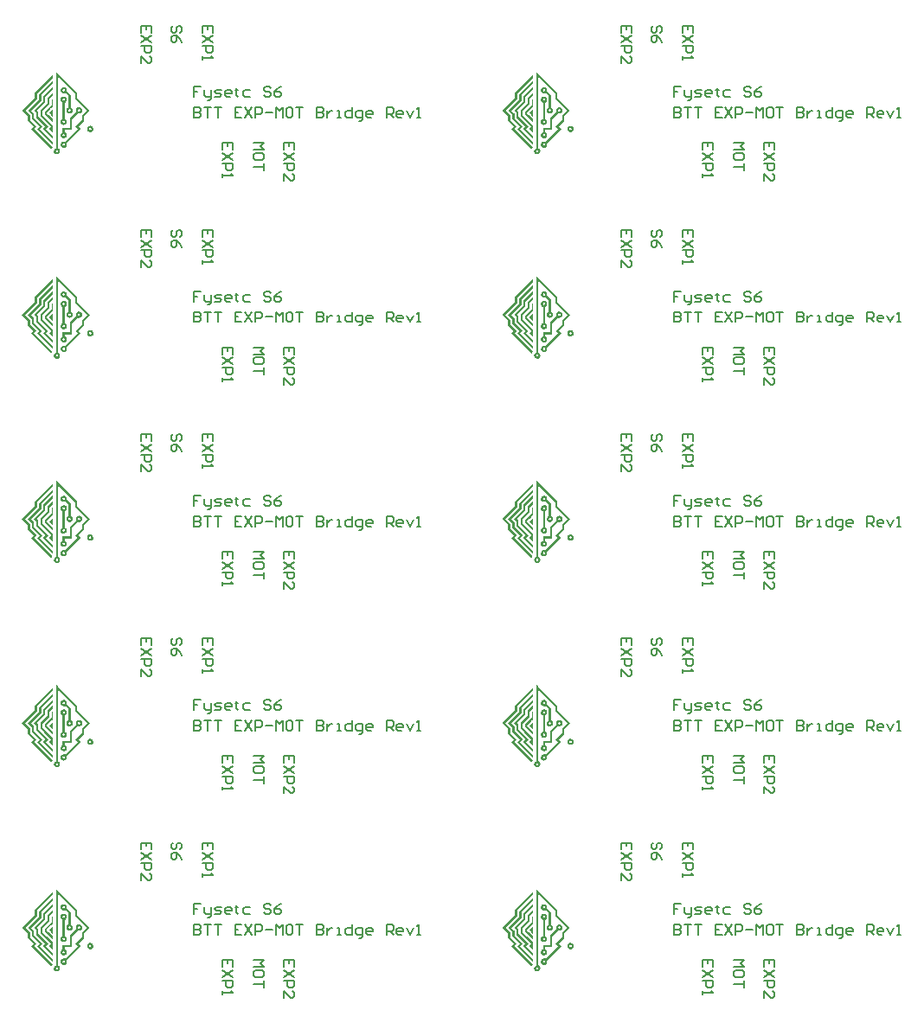
<source format=gto>
G04*
G04 #@! TF.GenerationSoftware,Altium Limited,Altium Designer,19.1.9 (167)*
G04*
G04 Layer_Color=65535*
%FSLAX25Y25*%
%MOIN*%
G70*
G01*
G75*
%ADD14C,0.00800*%
G36*
X232250Y348475D02*
X232378Y348449D01*
X232659Y348347D01*
X232812Y348270D01*
X232939Y348143D01*
X232965Y348117D01*
X232990Y348066D01*
X233041Y347990D01*
X233118Y347888D01*
X233245Y347633D01*
X233271Y347454D01*
X233296Y347276D01*
Y347199D01*
X233271Y347097D01*
X233245Y346969D01*
X233143Y346689D01*
X233067Y346536D01*
X232939Y346408D01*
X232914Y346383D01*
X232888Y346357D01*
X232812Y346306D01*
X232710Y346230D01*
X232429Y346102D01*
X232250Y346077D01*
X232072Y346051D01*
X231970D01*
X231791Y346102D01*
X231766D01*
X231715Y346128D01*
X231536Y346179D01*
X229266Y343908D01*
Y339725D01*
X226587D01*
Y338883D01*
X226613D01*
X226638Y338857D01*
X226791Y338781D01*
X226970Y338653D01*
X227148Y338449D01*
Y338424D01*
X227174Y338398D01*
X227276Y338245D01*
X227352Y338015D01*
X227378Y337735D01*
Y337582D01*
X227327Y337429D01*
X227276Y337250D01*
X227250Y337199D01*
X227225Y337123D01*
X227148Y336995D01*
X227046Y336867D01*
X227021Y336842D01*
X226919Y336765D01*
X226766Y336689D01*
X226613Y336612D01*
X226587Y336587D01*
X226485Y336561D01*
X226332Y336536D01*
X226153Y336510D01*
X226077D01*
X225975Y336536D01*
X225847Y336561D01*
X225567Y336663D01*
X225439Y336740D01*
X225286Y336867D01*
X225261Y336893D01*
X225235Y336918D01*
X225184Y336995D01*
X225108Y337097D01*
X224980Y337378D01*
X224955Y337556D01*
X224929Y337735D01*
Y337811D01*
X224955Y337862D01*
Y337964D01*
X225031Y338194D01*
X225159Y338449D01*
X225210Y338500D01*
X225312Y338628D01*
X225516Y338755D01*
X225745Y338883D01*
Y340515D01*
X228449D01*
Y344240D01*
X230975Y346740D01*
Y346765D01*
X230924Y346816D01*
X230898Y346893D01*
X230873Y346995D01*
Y347072D01*
X230847Y347174D01*
Y347327D01*
X230873Y347429D01*
X230898Y347582D01*
X230949Y347760D01*
X230975Y347786D01*
X231026Y347888D01*
X231102Y348015D01*
X231205Y348143D01*
X231230Y348168D01*
X231307Y348219D01*
X231434Y348322D01*
X231587Y348398D01*
X231638Y348424D01*
X231740Y348449D01*
X231893Y348475D01*
X232072Y348500D01*
X232148D01*
X232250Y348475D01*
D02*
G37*
G36*
X226332Y356255D02*
X226460Y356230D01*
X226740Y356128D01*
X226893Y356051D01*
X227021Y355923D01*
X227046Y355898D01*
X227072Y355847D01*
X227123Y355796D01*
X227199Y355694D01*
X227327Y355413D01*
X227352Y355260D01*
X227378Y355082D01*
Y355005D01*
X227352Y354877D01*
Y354801D01*
X227301Y354674D01*
X227327D01*
X228806Y353168D01*
Y348398D01*
X228832D01*
X228883Y348373D01*
X229062Y348296D01*
X229087Y348270D01*
X229138Y348245D01*
X229291Y348143D01*
X229317Y348117D01*
X229393Y348015D01*
X229470Y347888D01*
X229546Y347735D01*
X229572Y347709D01*
X229597Y347607D01*
X229623Y347454D01*
X229648Y347250D01*
Y347174D01*
X229623Y347072D01*
X229597Y346969D01*
X229546Y346842D01*
X229495Y346689D01*
X229393Y346536D01*
X229266Y346408D01*
X229240Y346383D01*
X229215Y346357D01*
X229138Y346306D01*
X229036Y346230D01*
X228755Y346102D01*
X228577Y346077D01*
X228398Y346051D01*
X228322D01*
X228220Y346077D01*
X228118Y346102D01*
X227837Y346204D01*
X227684Y346281D01*
X227556Y346408D01*
X227531Y346434D01*
X227505Y346459D01*
X227454Y346536D01*
X227378Y346638D01*
X227250Y346918D01*
X227225Y347072D01*
X227199Y347250D01*
Y347327D01*
X227225Y347403D01*
Y347505D01*
X227301Y347735D01*
X227429Y347990D01*
X227480Y348041D01*
X227582Y348143D01*
X227761Y348296D01*
X227990Y348398D01*
Y352837D01*
X226817Y354036D01*
X226791Y354010D01*
X226740Y353985D01*
X226638Y353959D01*
X226511Y353908D01*
X226485Y353883D01*
X226409Y353857D01*
X226281Y353832D01*
X226077D01*
X225975Y353857D01*
X225873Y353883D01*
X225720Y353934D01*
X225592Y353985D01*
X225439Y354087D01*
X225286Y354214D01*
X225261Y354240D01*
X225235Y354265D01*
X225184Y354342D01*
X225108Y354444D01*
X224980Y354725D01*
X224955Y354903D01*
X224929Y355082D01*
Y355158D01*
X224955Y355260D01*
X224980Y355362D01*
X225082Y355643D01*
X225159Y355796D01*
X225286Y355923D01*
X225312Y355949D01*
X225363Y355975D01*
X225439Y356026D01*
X225541Y356102D01*
X225822Y356230D01*
X225975Y356255D01*
X226153Y356281D01*
X226230D01*
X226332Y356255D01*
D02*
G37*
G36*
X47211Y348475D02*
X47339Y348449D01*
X47619Y348347D01*
X47772Y348270D01*
X47900Y348143D01*
X47925Y348117D01*
X47951Y348066D01*
X48002Y347990D01*
X48078Y347888D01*
X48206Y347633D01*
X48231Y347454D01*
X48257Y347276D01*
Y347199D01*
X48231Y347097D01*
X48206Y346969D01*
X48104Y346689D01*
X48027Y346536D01*
X47900Y346408D01*
X47874Y346383D01*
X47849Y346357D01*
X47772Y346306D01*
X47670Y346230D01*
X47390Y346102D01*
X47211Y346077D01*
X47032Y346051D01*
X46930D01*
X46752Y346102D01*
X46726D01*
X46675Y346128D01*
X46497Y346179D01*
X44226Y343908D01*
Y339725D01*
X41548D01*
Y338883D01*
X41573D01*
X41599Y338857D01*
X41752Y338781D01*
X41930Y338653D01*
X42109Y338449D01*
Y338424D01*
X42134Y338398D01*
X42237Y338245D01*
X42313Y338015D01*
X42339Y337735D01*
Y337582D01*
X42288Y337429D01*
X42237Y337250D01*
X42211Y337199D01*
X42186Y337123D01*
X42109Y336995D01*
X42007Y336867D01*
X41981Y336842D01*
X41879Y336765D01*
X41726Y336689D01*
X41573Y336612D01*
X41548Y336587D01*
X41446Y336561D01*
X41293Y336536D01*
X41114Y336510D01*
X41038D01*
X40936Y336536D01*
X40808Y336561D01*
X40527Y336663D01*
X40400Y336740D01*
X40247Y336867D01*
X40221Y336893D01*
X40196Y336918D01*
X40145Y336995D01*
X40068Y337097D01*
X39941Y337378D01*
X39915Y337556D01*
X39890Y337735D01*
Y337811D01*
X39915Y337862D01*
Y337964D01*
X39992Y338194D01*
X40119Y338449D01*
X40170Y338500D01*
X40272Y338628D01*
X40476Y338755D01*
X40706Y338883D01*
Y340515D01*
X43410D01*
Y344240D01*
X45935Y346740D01*
Y346765D01*
X45884Y346816D01*
X45859Y346893D01*
X45833Y346995D01*
Y347072D01*
X45808Y347174D01*
Y347327D01*
X45833Y347429D01*
X45859Y347582D01*
X45910Y347760D01*
X45935Y347786D01*
X45987Y347888D01*
X46063Y348015D01*
X46165Y348143D01*
X46191Y348168D01*
X46267Y348219D01*
X46395Y348322D01*
X46548Y348398D01*
X46599Y348424D01*
X46701Y348449D01*
X46854Y348475D01*
X47032Y348500D01*
X47109D01*
X47211Y348475D01*
D02*
G37*
G36*
X41293Y356255D02*
X41420Y356230D01*
X41701Y356128D01*
X41854Y356051D01*
X41981Y355923D01*
X42007Y355898D01*
X42033Y355847D01*
X42083Y355796D01*
X42160Y355694D01*
X42288Y355413D01*
X42313Y355260D01*
X42339Y355082D01*
Y355005D01*
X42313Y354877D01*
Y354801D01*
X42262Y354674D01*
X42288D01*
X43767Y353168D01*
Y348398D01*
X43793D01*
X43844Y348373D01*
X44022Y348296D01*
X44048Y348270D01*
X44099Y348245D01*
X44252Y348143D01*
X44277Y348117D01*
X44354Y348015D01*
X44430Y347888D01*
X44507Y347735D01*
X44532Y347709D01*
X44558Y347607D01*
X44583Y347454D01*
X44609Y347250D01*
Y347174D01*
X44583Y347072D01*
X44558Y346969D01*
X44507Y346842D01*
X44456Y346689D01*
X44354Y346536D01*
X44226Y346408D01*
X44201Y346383D01*
X44175Y346357D01*
X44099Y346306D01*
X43997Y346230D01*
X43716Y346102D01*
X43538Y346077D01*
X43359Y346051D01*
X43282D01*
X43180Y346077D01*
X43078Y346102D01*
X42798Y346204D01*
X42645Y346281D01*
X42517Y346408D01*
X42492Y346434D01*
X42466Y346459D01*
X42415Y346536D01*
X42339Y346638D01*
X42211Y346918D01*
X42186Y347072D01*
X42160Y347250D01*
Y347327D01*
X42186Y347403D01*
Y347505D01*
X42262Y347735D01*
X42390Y347990D01*
X42441Y348041D01*
X42543Y348143D01*
X42721Y348296D01*
X42951Y348398D01*
Y352837D01*
X41777Y354036D01*
X41752Y354010D01*
X41701Y353985D01*
X41599Y353959D01*
X41471Y353908D01*
X41446Y353883D01*
X41369Y353857D01*
X41242Y353832D01*
X41038D01*
X40936Y353857D01*
X40834Y353883D01*
X40680Y353934D01*
X40553Y353985D01*
X40400Y354087D01*
X40247Y354214D01*
X40221Y354240D01*
X40196Y354265D01*
X40145Y354342D01*
X40068Y354444D01*
X39941Y354725D01*
X39915Y354903D01*
X39890Y355082D01*
Y355158D01*
X39915Y355260D01*
X39941Y355362D01*
X40043Y355643D01*
X40119Y355796D01*
X40247Y355923D01*
X40272Y355949D01*
X40323Y355975D01*
X40400Y356026D01*
X40502Y356102D01*
X40782Y356230D01*
X40936Y356255D01*
X41114Y356281D01*
X41191D01*
X41293Y356255D01*
D02*
G37*
G36*
X222021Y344929D02*
X221383Y345592D01*
X220592Y346357D01*
X220975Y346740D01*
X222021Y347760D01*
Y344929D01*
D02*
G37*
G36*
X36981D02*
X36344Y345592D01*
X35553Y346357D01*
X35936Y346740D01*
X36981Y347760D01*
Y344929D01*
D02*
G37*
G36*
X222021Y348908D02*
X221842Y348730D01*
X221587Y348500D01*
X221358Y348245D01*
X221102Y348015D01*
X220873Y347760D01*
X220414Y347301D01*
X219597Y346485D01*
Y346204D01*
X220235Y345592D01*
X220796Y345005D01*
X221944Y343857D01*
X222021Y343806D01*
Y342658D01*
X218807Y345872D01*
Y346816D01*
X221485Y349546D01*
Y351383D01*
X222021Y351893D01*
Y348908D01*
D02*
G37*
G36*
X36981D02*
X36803Y348730D01*
X36548Y348500D01*
X36318Y348245D01*
X36063Y348015D01*
X35833Y347760D01*
X35374Y347301D01*
X34558Y346485D01*
Y346204D01*
X35196Y345592D01*
X35757Y345005D01*
X36905Y343857D01*
X36981Y343806D01*
Y342658D01*
X33767Y345872D01*
Y346816D01*
X36446Y349546D01*
Y351383D01*
X36981Y351893D01*
Y348908D01*
D02*
G37*
G36*
X226332Y352607D02*
X226460Y352582D01*
X226740Y352480D01*
X226893Y352403D01*
X227021Y352301D01*
X227046Y352275D01*
X227072Y352224D01*
X227123Y352148D01*
X227199Y352046D01*
X227327Y351791D01*
X227352Y351612D01*
X227378Y351434D01*
Y351281D01*
X227352Y351179D01*
X227276Y350949D01*
X227148Y350719D01*
Y350694D01*
X227097Y350668D01*
X226995Y350541D01*
X226817Y350388D01*
X226587Y350260D01*
X226562D01*
Y344010D01*
X226587D01*
X226613Y343985D01*
X226766Y343908D01*
X226970Y343781D01*
X227148Y343577D01*
Y343551D01*
X227174Y343526D01*
X227276Y343373D01*
X227352Y343143D01*
X227378Y342862D01*
Y342709D01*
X227327Y342582D01*
X227276Y342403D01*
X227250Y342352D01*
X227225Y342276D01*
X227123Y342123D01*
X226995Y341995D01*
X226970Y341969D01*
X226893Y341893D01*
X226766Y341816D01*
X226613Y341740D01*
X226587Y341714D01*
X226485Y341689D01*
X226332Y341663D01*
X226153Y341638D01*
X226077D01*
X225975Y341663D01*
X225847Y341689D01*
X225567Y341791D01*
X225414Y341867D01*
X225261Y341995D01*
X225235Y342021D01*
X225210Y342046D01*
X225159Y342123D01*
X225082Y342225D01*
X224955Y342505D01*
X224929Y342684D01*
X224903Y342862D01*
Y342939D01*
X224929Y343015D01*
Y343092D01*
X225006Y343347D01*
X225133Y343577D01*
X225184Y343628D01*
X225312Y343755D01*
X225490Y343883D01*
X225745Y344010D01*
Y350260D01*
X225720D01*
X225694Y350286D01*
X225541Y350362D01*
X225337Y350515D01*
X225159Y350719D01*
Y350745D01*
X225133Y350770D01*
X225057Y350923D01*
X224955Y351153D01*
X224929Y351434D01*
Y351510D01*
X224955Y351612D01*
X224980Y351740D01*
X225082Y352020D01*
X225159Y352148D01*
X225286Y352301D01*
X225312Y352326D01*
X225363Y352352D01*
X225439Y352403D01*
X225541Y352454D01*
X225822Y352582D01*
X225975Y352607D01*
X226153Y352633D01*
X226230D01*
X226332Y352607D01*
D02*
G37*
G36*
X41293D02*
X41420Y352582D01*
X41701Y352480D01*
X41854Y352403D01*
X41981Y352301D01*
X42007Y352275D01*
X42033Y352224D01*
X42083Y352148D01*
X42160Y352046D01*
X42288Y351791D01*
X42313Y351612D01*
X42339Y351434D01*
Y351281D01*
X42313Y351179D01*
X42237Y350949D01*
X42109Y350719D01*
Y350694D01*
X42058Y350668D01*
X41956Y350541D01*
X41777Y350388D01*
X41548Y350260D01*
X41522D01*
Y344010D01*
X41548D01*
X41573Y343985D01*
X41726Y343908D01*
X41930Y343781D01*
X42109Y343577D01*
Y343551D01*
X42134Y343526D01*
X42237Y343373D01*
X42313Y343143D01*
X42339Y342862D01*
Y342709D01*
X42288Y342582D01*
X42237Y342403D01*
X42211Y342352D01*
X42186Y342276D01*
X42083Y342123D01*
X41956Y341995D01*
X41930Y341969D01*
X41854Y341893D01*
X41726Y341816D01*
X41573Y341740D01*
X41548Y341714D01*
X41446Y341689D01*
X41293Y341663D01*
X41114Y341638D01*
X41038D01*
X40936Y341663D01*
X40808Y341689D01*
X40527Y341791D01*
X40374Y341867D01*
X40221Y341995D01*
X40196Y342021D01*
X40170Y342046D01*
X40119Y342123D01*
X40043Y342225D01*
X39915Y342505D01*
X39890Y342684D01*
X39864Y342862D01*
Y342939D01*
X39890Y343015D01*
Y343092D01*
X39966Y343347D01*
X40094Y343577D01*
X40145Y343628D01*
X40272Y343755D01*
X40451Y343883D01*
X40706Y344010D01*
Y350260D01*
X40680D01*
X40655Y350286D01*
X40502Y350362D01*
X40298Y350515D01*
X40119Y350719D01*
Y350745D01*
X40094Y350770D01*
X40017Y350923D01*
X39915Y351153D01*
X39890Y351434D01*
Y351510D01*
X39915Y351612D01*
X39941Y351740D01*
X40043Y352020D01*
X40119Y352148D01*
X40247Y352301D01*
X40272Y352326D01*
X40323Y352352D01*
X40400Y352403D01*
X40502Y352454D01*
X40782Y352582D01*
X40936Y352607D01*
X41114Y352633D01*
X41191D01*
X41293Y352607D01*
D02*
G37*
G36*
X236587Y341306D02*
X236689Y341281D01*
X236970Y341179D01*
X237123Y341102D01*
X237250Y340975D01*
X237276Y340949D01*
X237301Y340898D01*
X237352Y340822D01*
X237429Y340720D01*
X237556Y340439D01*
X237582Y340286D01*
X237608Y340082D01*
Y340005D01*
X237582Y339903D01*
X237556Y339776D01*
X237454Y339521D01*
X237378Y339368D01*
X237250Y339240D01*
X237225Y339214D01*
X237199Y339189D01*
X237123Y339138D01*
X237021Y339061D01*
X236740Y338934D01*
X236587Y338908D01*
X236408Y338883D01*
X236332D01*
X236230Y338908D01*
X236102Y338934D01*
X235822Y339036D01*
X235669Y339112D01*
X235516Y339240D01*
X235490Y339265D01*
X235465Y339291D01*
X235414Y339368D01*
X235337Y339470D01*
X235209Y339725D01*
X235184Y339903D01*
X235158Y340082D01*
Y340158D01*
X235184Y340260D01*
X235209Y340388D01*
X235312Y340694D01*
X235388Y340822D01*
X235516Y340975D01*
X235541Y341000D01*
X235592Y341026D01*
X235669Y341077D01*
X235771Y341153D01*
X236051Y341281D01*
X236230Y341306D01*
X236408Y341332D01*
X236485D01*
X236587Y341306D01*
D02*
G37*
G36*
X51548D02*
X51650Y341281D01*
X51930Y341179D01*
X52083Y341102D01*
X52211Y340975D01*
X52236Y340949D01*
X52262Y340898D01*
X52313Y340822D01*
X52390Y340720D01*
X52517Y340439D01*
X52543Y340286D01*
X52568Y340082D01*
Y340005D01*
X52543Y339903D01*
X52517Y339776D01*
X52415Y339521D01*
X52338Y339368D01*
X52211Y339240D01*
X52185Y339214D01*
X52160Y339189D01*
X52083Y339138D01*
X51981Y339061D01*
X51701Y338934D01*
X51548Y338908D01*
X51369Y338883D01*
X51293D01*
X51191Y338908D01*
X51063Y338934D01*
X50782Y339036D01*
X50629Y339112D01*
X50476Y339240D01*
X50451Y339265D01*
X50425Y339291D01*
X50374Y339368D01*
X50298Y339470D01*
X50170Y339725D01*
X50145Y339903D01*
X50119Y340082D01*
Y340158D01*
X50145Y340260D01*
X50170Y340388D01*
X50272Y340694D01*
X50349Y340822D01*
X50476Y340975D01*
X50502Y341000D01*
X50553Y341026D01*
X50629Y341077D01*
X50731Y341153D01*
X51012Y341281D01*
X51191Y341306D01*
X51369Y341332D01*
X51446D01*
X51548Y341306D01*
D02*
G37*
G36*
X222021Y353066D02*
X220694Y351714D01*
Y349852D01*
X217990Y347174D01*
Y345541D01*
X219674Y343857D01*
X220235Y343296D01*
X221944Y341561D01*
X222021Y341485D01*
Y338526D01*
X220465Y340082D01*
X221383Y341000D01*
X218500Y343857D01*
X217199Y345209D01*
Y347531D01*
X219878Y350209D01*
Y352071D01*
X222021Y354214D01*
Y353066D01*
D02*
G37*
G36*
X36981D02*
X35655Y351714D01*
Y349852D01*
X32951Y347174D01*
Y345541D01*
X34635Y343857D01*
X35196Y343296D01*
X36905Y341561D01*
X36981Y341485D01*
Y338526D01*
X35425Y340082D01*
X36344Y341000D01*
X33461Y343857D01*
X32160Y345209D01*
Y347531D01*
X34839Y350209D01*
Y352071D01*
X36981Y354214D01*
Y353066D01*
D02*
G37*
G36*
X222021Y355337D02*
X219062Y352378D01*
Y350541D01*
X215796Y347276D01*
X215898Y347174D01*
X216128Y346918D01*
X216358Y346689D01*
Y344878D01*
X220235Y341000D01*
X219317Y340082D01*
X222021Y337403D01*
Y336255D01*
X218194Y340082D01*
X219062Y341000D01*
X215541Y344546D01*
Y346357D01*
X214853Y347072D01*
X214623Y347276D01*
X218271Y350872D01*
Y352735D01*
X222021Y356510D01*
Y355337D01*
D02*
G37*
G36*
X36981D02*
X34022Y352378D01*
Y350541D01*
X30757Y347276D01*
X30859Y347174D01*
X31089Y346918D01*
X31318Y346689D01*
Y344878D01*
X35196Y341000D01*
X34277Y340082D01*
X36981Y337403D01*
Y336255D01*
X33155Y340082D01*
X34022Y341000D01*
X30502Y344546D01*
Y346357D01*
X29813Y347072D01*
X29584Y347276D01*
X33231Y350872D01*
Y352735D01*
X36981Y356510D01*
Y355337D01*
D02*
G37*
G36*
X223858Y361536D02*
X231307Y354087D01*
Y352224D01*
X236281Y347276D01*
X234036Y345005D01*
Y343194D01*
X231842Y341000D01*
X232735Y340082D01*
X227250Y334597D01*
Y334572D01*
X227276Y334521D01*
X227327Y334367D01*
Y334342D01*
X227352Y334291D01*
X227378Y334189D01*
Y333985D01*
X227352Y333883D01*
X227327Y333781D01*
X227225Y333500D01*
X227148Y333347D01*
X227021Y333220D01*
X226995Y333194D01*
X226970Y333169D01*
X226893Y333118D01*
X226791Y333041D01*
X226511Y332913D01*
X226332Y332888D01*
X226153Y332862D01*
X226077D01*
X225975Y332888D01*
X225847Y332913D01*
X225567Y333015D01*
X225439Y333092D01*
X225286Y333220D01*
X225261Y333245D01*
X225235Y333271D01*
X225184Y333347D01*
X225108Y333449D01*
X224980Y333730D01*
X224955Y333883D01*
X224929Y334061D01*
Y334138D01*
X224955Y334240D01*
X224980Y334367D01*
X225082Y334648D01*
X225159Y334801D01*
X225286Y334954D01*
X225312Y334980D01*
X225363Y335005D01*
X225439Y335056D01*
X225541Y335133D01*
X225796Y335260D01*
X225975Y335286D01*
X226153Y335311D01*
X226255D01*
X226434Y335286D01*
X226460D01*
X226536Y335260D01*
X226613Y335209D01*
X226689Y335158D01*
X231587Y340082D01*
X230694Y341000D01*
X233220Y343526D01*
Y345337D01*
X235133Y347276D01*
X230516Y351867D01*
Y353730D01*
X223985Y360260D01*
Y332658D01*
X224011D01*
X224087Y332633D01*
X224240Y332531D01*
X224266Y332505D01*
X224317Y332480D01*
X224444Y332378D01*
X224470Y332352D01*
X224521Y332250D01*
X224597Y332148D01*
X224674Y331995D01*
X224699Y331969D01*
X224725Y331868D01*
X224750Y331714D01*
Y331485D01*
X224725Y331383D01*
X224699Y331255D01*
X224597Y330975D01*
X224521Y330822D01*
X224393Y330694D01*
X224368Y330668D01*
X224342Y330643D01*
X224266Y330592D01*
X224164Y330516D01*
X223883Y330388D01*
X223705Y330362D01*
X223526Y330337D01*
X223373D01*
X223245Y330362D01*
X223067Y330413D01*
X223041Y330439D01*
X222939Y330465D01*
X222837Y330541D01*
X222710Y330643D01*
X222684Y330668D01*
X222608Y330745D01*
X222505Y330873D01*
X222429Y331026D01*
Y331051D01*
X222404Y331153D01*
X222378Y331306D01*
X222353Y331510D01*
Y331587D01*
X222378Y331663D01*
Y331740D01*
X222455Y331995D01*
X222582Y332225D01*
X222633Y332276D01*
X222735Y332378D01*
X222939Y332531D01*
X223169Y332633D01*
Y362224D01*
X223858Y361536D01*
D02*
G37*
G36*
X38818D02*
X46267Y354087D01*
Y352224D01*
X51242Y347276D01*
X48997Y345005D01*
Y343194D01*
X46803Y341000D01*
X47696Y340082D01*
X42211Y334597D01*
Y334572D01*
X42237Y334521D01*
X42288Y334367D01*
Y334342D01*
X42313Y334291D01*
X42339Y334189D01*
Y333985D01*
X42313Y333883D01*
X42288Y333781D01*
X42186Y333500D01*
X42109Y333347D01*
X41981Y333220D01*
X41956Y333194D01*
X41930Y333169D01*
X41854Y333118D01*
X41752Y333041D01*
X41471Y332913D01*
X41293Y332888D01*
X41114Y332862D01*
X41038D01*
X40936Y332888D01*
X40808Y332913D01*
X40527Y333015D01*
X40400Y333092D01*
X40247Y333220D01*
X40221Y333245D01*
X40196Y333271D01*
X40145Y333347D01*
X40068Y333449D01*
X39941Y333730D01*
X39915Y333883D01*
X39890Y334061D01*
Y334138D01*
X39915Y334240D01*
X39941Y334367D01*
X40043Y334648D01*
X40119Y334801D01*
X40247Y334954D01*
X40272Y334980D01*
X40323Y335005D01*
X40400Y335056D01*
X40502Y335133D01*
X40757Y335260D01*
X40936Y335286D01*
X41114Y335311D01*
X41216D01*
X41395Y335286D01*
X41420D01*
X41497Y335260D01*
X41573Y335209D01*
X41650Y335158D01*
X46548Y340082D01*
X45655Y341000D01*
X48180Y343526D01*
Y345337D01*
X50094Y347276D01*
X45476Y351867D01*
Y353730D01*
X38946Y360260D01*
Y332658D01*
X38971D01*
X39048Y332633D01*
X39201Y332531D01*
X39226Y332505D01*
X39277Y332480D01*
X39405Y332378D01*
X39430Y332352D01*
X39481Y332250D01*
X39558Y332148D01*
X39634Y331995D01*
X39660Y331969D01*
X39685Y331868D01*
X39711Y331714D01*
Y331485D01*
X39685Y331383D01*
X39660Y331255D01*
X39558Y330975D01*
X39481Y330822D01*
X39354Y330694D01*
X39328Y330668D01*
X39303Y330643D01*
X39226Y330592D01*
X39124Y330516D01*
X38844Y330388D01*
X38665Y330362D01*
X38487Y330337D01*
X38333D01*
X38206Y330362D01*
X38027Y330413D01*
X38002Y330439D01*
X37900Y330465D01*
X37798Y330541D01*
X37670Y330643D01*
X37645Y330668D01*
X37568Y330745D01*
X37466Y330873D01*
X37390Y331026D01*
Y331051D01*
X37364Y331153D01*
X37339Y331306D01*
X37313Y331510D01*
Y331587D01*
X37339Y331663D01*
Y331740D01*
X37415Y331995D01*
X37543Y332225D01*
X37594Y332276D01*
X37696Y332378D01*
X37900Y332531D01*
X38129Y332633D01*
Y362224D01*
X38818Y361536D01*
D02*
G37*
G36*
X222021Y357658D02*
X217455Y353066D01*
Y351204D01*
X213500Y347276D01*
X214266Y346485D01*
X214495Y346255D01*
X214751Y346026D01*
Y344214D01*
X217939Y341000D01*
X217021Y340082D01*
X222021Y335107D01*
Y333959D01*
X215898Y340082D01*
X216791Y341000D01*
X213934Y343857D01*
Y345694D01*
X212353Y347276D01*
X216613Y351561D01*
Y353424D01*
X222021Y358781D01*
Y357658D01*
D02*
G37*
G36*
X36981D02*
X32415Y353066D01*
Y351204D01*
X28461Y347276D01*
X29226Y346485D01*
X29456Y346255D01*
X29711Y346026D01*
Y344214D01*
X32900Y341000D01*
X31982Y340082D01*
X36981Y335107D01*
Y333959D01*
X30859Y340082D01*
X31752Y341000D01*
X28895Y343857D01*
Y345694D01*
X27313Y347276D01*
X31573Y351561D01*
Y353424D01*
X36981Y358781D01*
Y357658D01*
D02*
G37*
G36*
X222021Y359954D02*
X215822Y353730D01*
Y351867D01*
X211230Y347276D01*
X213118Y345337D01*
Y343526D01*
X215643Y341000D01*
X214751Y340082D01*
X221791Y333041D01*
X221613Y332837D01*
X221562Y332760D01*
X221536Y332735D01*
X221460Y332582D01*
X221409Y332454D01*
X221383Y332378D01*
X221358Y332352D01*
X213577Y340082D01*
X214495Y341000D01*
X212327Y343194D01*
Y345005D01*
X210082Y347276D01*
X215006Y352224D01*
Y354087D01*
X222021Y361076D01*
Y359954D01*
D02*
G37*
G36*
X36981D02*
X30782Y353730D01*
Y351867D01*
X26191Y347276D01*
X28078Y345337D01*
Y343526D01*
X30604Y341000D01*
X29711Y340082D01*
X36752Y333041D01*
X36573Y332837D01*
X36522Y332760D01*
X36497Y332735D01*
X36420Y332582D01*
X36369Y332454D01*
X36344Y332378D01*
X36318Y332352D01*
X28538Y340082D01*
X29456Y341000D01*
X27288Y343194D01*
Y345005D01*
X25043Y347276D01*
X29966Y352224D01*
Y354087D01*
X36981Y361076D01*
Y359954D01*
D02*
G37*
G36*
X232250Y269734D02*
X232378Y269709D01*
X232659Y269607D01*
X232812Y269530D01*
X232939Y269403D01*
X232965Y269377D01*
X232990Y269326D01*
X233041Y269250D01*
X233118Y269148D01*
X233245Y268893D01*
X233271Y268714D01*
X233296Y268535D01*
Y268459D01*
X233271Y268357D01*
X233245Y268229D01*
X233143Y267949D01*
X233067Y267796D01*
X232939Y267668D01*
X232914Y267642D01*
X232888Y267617D01*
X232812Y267566D01*
X232710Y267490D01*
X232429Y267362D01*
X232250Y267336D01*
X232072Y267311D01*
X231970D01*
X231791Y267362D01*
X231766D01*
X231715Y267387D01*
X231536Y267439D01*
X229266Y265168D01*
Y260984D01*
X226587D01*
Y260143D01*
X226613D01*
X226638Y260117D01*
X226791Y260040D01*
X226970Y259913D01*
X227148Y259709D01*
Y259683D01*
X227174Y259658D01*
X227276Y259505D01*
X227352Y259275D01*
X227378Y258995D01*
Y258842D01*
X227327Y258688D01*
X227276Y258510D01*
X227250Y258459D01*
X227225Y258382D01*
X227148Y258255D01*
X227046Y258127D01*
X227021Y258102D01*
X226919Y258025D01*
X226766Y257949D01*
X226613Y257872D01*
X226587Y257847D01*
X226485Y257821D01*
X226332Y257796D01*
X226153Y257770D01*
X226077D01*
X225975Y257796D01*
X225847Y257821D01*
X225567Y257923D01*
X225439Y258000D01*
X225286Y258127D01*
X225261Y258153D01*
X225235Y258178D01*
X225184Y258255D01*
X225108Y258357D01*
X224980Y258637D01*
X224955Y258816D01*
X224929Y258995D01*
Y259071D01*
X224955Y259122D01*
Y259224D01*
X225031Y259454D01*
X225159Y259709D01*
X225210Y259760D01*
X225312Y259888D01*
X225516Y260015D01*
X225745Y260143D01*
Y261775D01*
X228449D01*
Y265500D01*
X230975Y268000D01*
Y268025D01*
X230924Y268076D01*
X230898Y268153D01*
X230873Y268255D01*
Y268331D01*
X230847Y268433D01*
Y268586D01*
X230873Y268688D01*
X230898Y268842D01*
X230949Y269020D01*
X230975Y269046D01*
X231026Y269148D01*
X231102Y269275D01*
X231205Y269403D01*
X231230Y269428D01*
X231307Y269479D01*
X231434Y269581D01*
X231587Y269658D01*
X231638Y269683D01*
X231740Y269709D01*
X231893Y269734D01*
X232072Y269760D01*
X232148D01*
X232250Y269734D01*
D02*
G37*
G36*
X226332Y277515D02*
X226460Y277489D01*
X226740Y277387D01*
X226893Y277311D01*
X227021Y277183D01*
X227046Y277158D01*
X227072Y277107D01*
X227123Y277056D01*
X227199Y276954D01*
X227327Y276673D01*
X227352Y276520D01*
X227378Y276341D01*
Y276265D01*
X227352Y276137D01*
Y276061D01*
X227301Y275933D01*
X227327D01*
X228806Y274428D01*
Y269658D01*
X228832D01*
X228883Y269632D01*
X229062Y269556D01*
X229087Y269530D01*
X229138Y269505D01*
X229291Y269403D01*
X229317Y269377D01*
X229393Y269275D01*
X229470Y269148D01*
X229546Y268995D01*
X229572Y268969D01*
X229597Y268867D01*
X229623Y268714D01*
X229648Y268510D01*
Y268433D01*
X229623Y268331D01*
X229597Y268229D01*
X229546Y268102D01*
X229495Y267949D01*
X229393Y267796D01*
X229266Y267668D01*
X229240Y267642D01*
X229215Y267617D01*
X229138Y267566D01*
X229036Y267490D01*
X228755Y267362D01*
X228577Y267336D01*
X228398Y267311D01*
X228322D01*
X228220Y267336D01*
X228118Y267362D01*
X227837Y267464D01*
X227684Y267541D01*
X227556Y267668D01*
X227531Y267694D01*
X227505Y267719D01*
X227454Y267796D01*
X227378Y267898D01*
X227250Y268178D01*
X227225Y268331D01*
X227199Y268510D01*
Y268586D01*
X227225Y268663D01*
Y268765D01*
X227301Y268995D01*
X227429Y269250D01*
X227480Y269301D01*
X227582Y269403D01*
X227761Y269556D01*
X227990Y269658D01*
Y274097D01*
X226817Y275295D01*
X226791Y275270D01*
X226740Y275244D01*
X226638Y275219D01*
X226511Y275168D01*
X226485Y275143D01*
X226409Y275117D01*
X226281Y275091D01*
X226077D01*
X225975Y275117D01*
X225873Y275143D01*
X225720Y275194D01*
X225592Y275244D01*
X225439Y275346D01*
X225286Y275474D01*
X225261Y275500D01*
X225235Y275525D01*
X225184Y275602D01*
X225108Y275704D01*
X224980Y275984D01*
X224955Y276163D01*
X224929Y276341D01*
Y276418D01*
X224955Y276520D01*
X224980Y276622D01*
X225082Y276903D01*
X225159Y277056D01*
X225286Y277183D01*
X225312Y277209D01*
X225363Y277234D01*
X225439Y277285D01*
X225541Y277362D01*
X225822Y277489D01*
X225975Y277515D01*
X226153Y277540D01*
X226230D01*
X226332Y277515D01*
D02*
G37*
G36*
X47211Y269734D02*
X47339Y269709D01*
X47619Y269607D01*
X47772Y269530D01*
X47900Y269403D01*
X47925Y269377D01*
X47951Y269326D01*
X48002Y269250D01*
X48078Y269148D01*
X48206Y268893D01*
X48231Y268714D01*
X48257Y268535D01*
Y268459D01*
X48231Y268357D01*
X48206Y268229D01*
X48104Y267949D01*
X48027Y267796D01*
X47900Y267668D01*
X47874Y267642D01*
X47849Y267617D01*
X47772Y267566D01*
X47670Y267490D01*
X47390Y267362D01*
X47211Y267336D01*
X47032Y267311D01*
X46930D01*
X46752Y267362D01*
X46726D01*
X46675Y267387D01*
X46497Y267439D01*
X44226Y265168D01*
Y260984D01*
X41548D01*
Y260143D01*
X41573D01*
X41599Y260117D01*
X41752Y260040D01*
X41930Y259913D01*
X42109Y259709D01*
Y259683D01*
X42134Y259658D01*
X42237Y259505D01*
X42313Y259275D01*
X42339Y258995D01*
Y258842D01*
X42288Y258688D01*
X42237Y258510D01*
X42211Y258459D01*
X42186Y258382D01*
X42109Y258255D01*
X42007Y258127D01*
X41981Y258102D01*
X41879Y258025D01*
X41726Y257949D01*
X41573Y257872D01*
X41548Y257847D01*
X41446Y257821D01*
X41293Y257796D01*
X41114Y257770D01*
X41038D01*
X40936Y257796D01*
X40808Y257821D01*
X40527Y257923D01*
X40400Y258000D01*
X40247Y258127D01*
X40221Y258153D01*
X40196Y258178D01*
X40145Y258255D01*
X40068Y258357D01*
X39941Y258637D01*
X39915Y258816D01*
X39890Y258995D01*
Y259071D01*
X39915Y259122D01*
Y259224D01*
X39992Y259454D01*
X40119Y259709D01*
X40170Y259760D01*
X40272Y259888D01*
X40476Y260015D01*
X40706Y260143D01*
Y261775D01*
X43410D01*
Y265500D01*
X45935Y268000D01*
Y268025D01*
X45884Y268076D01*
X45859Y268153D01*
X45833Y268255D01*
Y268331D01*
X45808Y268433D01*
Y268586D01*
X45833Y268688D01*
X45859Y268842D01*
X45910Y269020D01*
X45935Y269046D01*
X45987Y269148D01*
X46063Y269275D01*
X46165Y269403D01*
X46191Y269428D01*
X46267Y269479D01*
X46395Y269581D01*
X46548Y269658D01*
X46599Y269683D01*
X46701Y269709D01*
X46854Y269734D01*
X47032Y269760D01*
X47109D01*
X47211Y269734D01*
D02*
G37*
G36*
X41293Y277515D02*
X41420Y277489D01*
X41701Y277387D01*
X41854Y277311D01*
X41981Y277183D01*
X42007Y277158D01*
X42033Y277107D01*
X42083Y277056D01*
X42160Y276954D01*
X42288Y276673D01*
X42313Y276520D01*
X42339Y276341D01*
Y276265D01*
X42313Y276137D01*
Y276061D01*
X42262Y275933D01*
X42288D01*
X43767Y274428D01*
Y269658D01*
X43793D01*
X43844Y269632D01*
X44022Y269556D01*
X44048Y269530D01*
X44099Y269505D01*
X44252Y269403D01*
X44277Y269377D01*
X44354Y269275D01*
X44430Y269148D01*
X44507Y268995D01*
X44532Y268969D01*
X44558Y268867D01*
X44583Y268714D01*
X44609Y268510D01*
Y268433D01*
X44583Y268331D01*
X44558Y268229D01*
X44507Y268102D01*
X44456Y267949D01*
X44354Y267796D01*
X44226Y267668D01*
X44201Y267642D01*
X44175Y267617D01*
X44099Y267566D01*
X43997Y267490D01*
X43716Y267362D01*
X43538Y267336D01*
X43359Y267311D01*
X43282D01*
X43180Y267336D01*
X43078Y267362D01*
X42798Y267464D01*
X42645Y267541D01*
X42517Y267668D01*
X42492Y267694D01*
X42466Y267719D01*
X42415Y267796D01*
X42339Y267898D01*
X42211Y268178D01*
X42186Y268331D01*
X42160Y268510D01*
Y268586D01*
X42186Y268663D01*
Y268765D01*
X42262Y268995D01*
X42390Y269250D01*
X42441Y269301D01*
X42543Y269403D01*
X42721Y269556D01*
X42951Y269658D01*
Y274097D01*
X41777Y275295D01*
X41752Y275270D01*
X41701Y275244D01*
X41599Y275219D01*
X41471Y275168D01*
X41446Y275143D01*
X41369Y275117D01*
X41242Y275091D01*
X41038D01*
X40936Y275117D01*
X40834Y275143D01*
X40680Y275194D01*
X40553Y275244D01*
X40400Y275346D01*
X40247Y275474D01*
X40221Y275500D01*
X40196Y275525D01*
X40145Y275602D01*
X40068Y275704D01*
X39941Y275984D01*
X39915Y276163D01*
X39890Y276341D01*
Y276418D01*
X39915Y276520D01*
X39941Y276622D01*
X40043Y276903D01*
X40119Y277056D01*
X40247Y277183D01*
X40272Y277209D01*
X40323Y277234D01*
X40400Y277285D01*
X40502Y277362D01*
X40782Y277489D01*
X40936Y277515D01*
X41114Y277540D01*
X41191D01*
X41293Y277515D01*
D02*
G37*
G36*
X222021Y266189D02*
X221383Y266852D01*
X220592Y267617D01*
X220975Y268000D01*
X222021Y269020D01*
Y266189D01*
D02*
G37*
G36*
X36981D02*
X36344Y266852D01*
X35553Y267617D01*
X35936Y268000D01*
X36981Y269020D01*
Y266189D01*
D02*
G37*
G36*
X222021Y270168D02*
X221842Y269989D01*
X221587Y269760D01*
X221358Y269505D01*
X221102Y269275D01*
X220873Y269020D01*
X220414Y268561D01*
X219597Y267745D01*
Y267464D01*
X220235Y266852D01*
X220796Y266265D01*
X221944Y265117D01*
X222021Y265066D01*
Y263918D01*
X218807Y267132D01*
Y268076D01*
X221485Y270806D01*
Y272642D01*
X222021Y273153D01*
Y270168D01*
D02*
G37*
G36*
X36981D02*
X36803Y269989D01*
X36548Y269760D01*
X36318Y269505D01*
X36063Y269275D01*
X35833Y269020D01*
X35374Y268561D01*
X34558Y267745D01*
Y267464D01*
X35196Y266852D01*
X35757Y266265D01*
X36905Y265117D01*
X36981Y265066D01*
Y263918D01*
X33767Y267132D01*
Y268076D01*
X36446Y270806D01*
Y272642D01*
X36981Y273153D01*
Y270168D01*
D02*
G37*
G36*
X226332Y273867D02*
X226460Y273842D01*
X226740Y273739D01*
X226893Y273663D01*
X227021Y273561D01*
X227046Y273535D01*
X227072Y273484D01*
X227123Y273408D01*
X227199Y273306D01*
X227327Y273051D01*
X227352Y272872D01*
X227378Y272693D01*
Y272540D01*
X227352Y272438D01*
X227276Y272209D01*
X227148Y271979D01*
Y271954D01*
X227097Y271928D01*
X226995Y271801D01*
X226817Y271648D01*
X226587Y271520D01*
X226562D01*
Y265270D01*
X226587D01*
X226613Y265245D01*
X226766Y265168D01*
X226970Y265040D01*
X227148Y264836D01*
Y264811D01*
X227174Y264785D01*
X227276Y264632D01*
X227352Y264403D01*
X227378Y264122D01*
Y263969D01*
X227327Y263842D01*
X227276Y263663D01*
X227250Y263612D01*
X227225Y263535D01*
X227123Y263382D01*
X226995Y263255D01*
X226970Y263229D01*
X226893Y263153D01*
X226766Y263076D01*
X226613Y263000D01*
X226587Y262974D01*
X226485Y262949D01*
X226332Y262923D01*
X226153Y262898D01*
X226077D01*
X225975Y262923D01*
X225847Y262949D01*
X225567Y263051D01*
X225414Y263127D01*
X225261Y263255D01*
X225235Y263280D01*
X225210Y263306D01*
X225159Y263382D01*
X225082Y263484D01*
X224955Y263765D01*
X224929Y263944D01*
X224903Y264122D01*
Y264199D01*
X224929Y264275D01*
Y264352D01*
X225006Y264607D01*
X225133Y264836D01*
X225184Y264887D01*
X225312Y265015D01*
X225490Y265142D01*
X225745Y265270D01*
Y271520D01*
X225720D01*
X225694Y271546D01*
X225541Y271622D01*
X225337Y271775D01*
X225159Y271979D01*
Y272005D01*
X225133Y272030D01*
X225057Y272183D01*
X224955Y272413D01*
X224929Y272693D01*
Y272770D01*
X224955Y272872D01*
X224980Y273000D01*
X225082Y273280D01*
X225159Y273408D01*
X225286Y273561D01*
X225312Y273586D01*
X225363Y273612D01*
X225439Y273663D01*
X225541Y273714D01*
X225822Y273842D01*
X225975Y273867D01*
X226153Y273892D01*
X226230D01*
X226332Y273867D01*
D02*
G37*
G36*
X41293D02*
X41420Y273842D01*
X41701Y273739D01*
X41854Y273663D01*
X41981Y273561D01*
X42007Y273535D01*
X42033Y273484D01*
X42083Y273408D01*
X42160Y273306D01*
X42288Y273051D01*
X42313Y272872D01*
X42339Y272693D01*
Y272540D01*
X42313Y272438D01*
X42237Y272209D01*
X42109Y271979D01*
Y271954D01*
X42058Y271928D01*
X41956Y271801D01*
X41777Y271648D01*
X41548Y271520D01*
X41522D01*
Y265270D01*
X41548D01*
X41573Y265245D01*
X41726Y265168D01*
X41930Y265040D01*
X42109Y264836D01*
Y264811D01*
X42134Y264785D01*
X42237Y264632D01*
X42313Y264403D01*
X42339Y264122D01*
Y263969D01*
X42288Y263842D01*
X42237Y263663D01*
X42211Y263612D01*
X42186Y263535D01*
X42083Y263382D01*
X41956Y263255D01*
X41930Y263229D01*
X41854Y263153D01*
X41726Y263076D01*
X41573Y263000D01*
X41548Y262974D01*
X41446Y262949D01*
X41293Y262923D01*
X41114Y262898D01*
X41038D01*
X40936Y262923D01*
X40808Y262949D01*
X40527Y263051D01*
X40374Y263127D01*
X40221Y263255D01*
X40196Y263280D01*
X40170Y263306D01*
X40119Y263382D01*
X40043Y263484D01*
X39915Y263765D01*
X39890Y263944D01*
X39864Y264122D01*
Y264199D01*
X39890Y264275D01*
Y264352D01*
X39966Y264607D01*
X40094Y264836D01*
X40145Y264887D01*
X40272Y265015D01*
X40451Y265142D01*
X40706Y265270D01*
Y271520D01*
X40680D01*
X40655Y271546D01*
X40502Y271622D01*
X40298Y271775D01*
X40119Y271979D01*
Y272005D01*
X40094Y272030D01*
X40017Y272183D01*
X39915Y272413D01*
X39890Y272693D01*
Y272770D01*
X39915Y272872D01*
X39941Y273000D01*
X40043Y273280D01*
X40119Y273408D01*
X40247Y273561D01*
X40272Y273586D01*
X40323Y273612D01*
X40400Y273663D01*
X40502Y273714D01*
X40782Y273842D01*
X40936Y273867D01*
X41114Y273892D01*
X41191D01*
X41293Y273867D01*
D02*
G37*
G36*
X236587Y262566D02*
X236689Y262541D01*
X236970Y262439D01*
X237123Y262362D01*
X237250Y262234D01*
X237276Y262209D01*
X237301Y262158D01*
X237352Y262081D01*
X237429Y261979D01*
X237556Y261699D01*
X237582Y261546D01*
X237608Y261342D01*
Y261265D01*
X237582Y261163D01*
X237556Y261035D01*
X237454Y260780D01*
X237378Y260627D01*
X237250Y260500D01*
X237225Y260474D01*
X237199Y260449D01*
X237123Y260398D01*
X237021Y260321D01*
X236740Y260194D01*
X236587Y260168D01*
X236408Y260143D01*
X236332D01*
X236230Y260168D01*
X236102Y260194D01*
X235822Y260296D01*
X235669Y260372D01*
X235516Y260500D01*
X235490Y260525D01*
X235465Y260551D01*
X235414Y260627D01*
X235337Y260729D01*
X235209Y260984D01*
X235184Y261163D01*
X235158Y261342D01*
Y261418D01*
X235184Y261520D01*
X235209Y261648D01*
X235312Y261954D01*
X235388Y262081D01*
X235516Y262234D01*
X235541Y262260D01*
X235592Y262285D01*
X235669Y262336D01*
X235771Y262413D01*
X236051Y262541D01*
X236230Y262566D01*
X236408Y262592D01*
X236485D01*
X236587Y262566D01*
D02*
G37*
G36*
X51548D02*
X51650Y262541D01*
X51930Y262439D01*
X52083Y262362D01*
X52211Y262234D01*
X52236Y262209D01*
X52262Y262158D01*
X52313Y262081D01*
X52390Y261979D01*
X52517Y261699D01*
X52543Y261546D01*
X52568Y261342D01*
Y261265D01*
X52543Y261163D01*
X52517Y261035D01*
X52415Y260780D01*
X52338Y260627D01*
X52211Y260500D01*
X52185Y260474D01*
X52160Y260449D01*
X52083Y260398D01*
X51981Y260321D01*
X51701Y260194D01*
X51548Y260168D01*
X51369Y260143D01*
X51293D01*
X51191Y260168D01*
X51063Y260194D01*
X50782Y260296D01*
X50629Y260372D01*
X50476Y260500D01*
X50451Y260525D01*
X50425Y260551D01*
X50374Y260627D01*
X50298Y260729D01*
X50170Y260984D01*
X50145Y261163D01*
X50119Y261342D01*
Y261418D01*
X50145Y261520D01*
X50170Y261648D01*
X50272Y261954D01*
X50349Y262081D01*
X50476Y262234D01*
X50502Y262260D01*
X50553Y262285D01*
X50629Y262336D01*
X50731Y262413D01*
X51012Y262541D01*
X51191Y262566D01*
X51369Y262592D01*
X51446D01*
X51548Y262566D01*
D02*
G37*
G36*
X222021Y274326D02*
X220694Y272974D01*
Y271112D01*
X217990Y268433D01*
Y266801D01*
X219674Y265117D01*
X220235Y264556D01*
X221944Y262821D01*
X222021Y262745D01*
Y259785D01*
X220465Y261342D01*
X221383Y262260D01*
X218500Y265117D01*
X217199Y266469D01*
Y268791D01*
X219878Y271469D01*
Y273331D01*
X222021Y275474D01*
Y274326D01*
D02*
G37*
G36*
X36981D02*
X35655Y272974D01*
Y271112D01*
X32951Y268433D01*
Y266801D01*
X34635Y265117D01*
X35196Y264556D01*
X36905Y262821D01*
X36981Y262745D01*
Y259785D01*
X35425Y261342D01*
X36344Y262260D01*
X33461Y265117D01*
X32160Y266469D01*
Y268791D01*
X34839Y271469D01*
Y273331D01*
X36981Y275474D01*
Y274326D01*
D02*
G37*
G36*
X222021Y276596D02*
X219062Y273637D01*
Y271801D01*
X215796Y268535D01*
X215898Y268433D01*
X216128Y268178D01*
X216358Y267949D01*
Y266137D01*
X220235Y262260D01*
X219317Y261342D01*
X222021Y258663D01*
Y257515D01*
X218194Y261342D01*
X219062Y262260D01*
X215541Y265806D01*
Y267617D01*
X214853Y268331D01*
X214623Y268535D01*
X218271Y272132D01*
Y273994D01*
X222021Y277770D01*
Y276596D01*
D02*
G37*
G36*
X36981D02*
X34022Y273637D01*
Y271801D01*
X30757Y268535D01*
X30859Y268433D01*
X31089Y268178D01*
X31318Y267949D01*
Y266137D01*
X35196Y262260D01*
X34277Y261342D01*
X36981Y258663D01*
Y257515D01*
X33155Y261342D01*
X34022Y262260D01*
X30502Y265806D01*
Y267617D01*
X29813Y268331D01*
X29584Y268535D01*
X33231Y272132D01*
Y273994D01*
X36981Y277770D01*
Y276596D01*
D02*
G37*
G36*
X223858Y282796D02*
X231307Y275346D01*
Y273484D01*
X236281Y268535D01*
X234036Y266265D01*
Y264454D01*
X231842Y262260D01*
X232735Y261342D01*
X227250Y255857D01*
Y255831D01*
X227276Y255780D01*
X227327Y255627D01*
Y255602D01*
X227352Y255551D01*
X227378Y255449D01*
Y255245D01*
X227352Y255143D01*
X227327Y255041D01*
X227225Y254760D01*
X227148Y254607D01*
X227021Y254479D01*
X226995Y254454D01*
X226970Y254428D01*
X226893Y254377D01*
X226791Y254301D01*
X226511Y254173D01*
X226332Y254148D01*
X226153Y254122D01*
X226077D01*
X225975Y254148D01*
X225847Y254173D01*
X225567Y254275D01*
X225439Y254352D01*
X225286Y254479D01*
X225261Y254505D01*
X225235Y254530D01*
X225184Y254607D01*
X225108Y254709D01*
X224980Y254990D01*
X224955Y255143D01*
X224929Y255321D01*
Y255398D01*
X224955Y255500D01*
X224980Y255627D01*
X225082Y255908D01*
X225159Y256061D01*
X225286Y256214D01*
X225312Y256240D01*
X225363Y256265D01*
X225439Y256316D01*
X225541Y256393D01*
X225796Y256520D01*
X225975Y256546D01*
X226153Y256571D01*
X226255D01*
X226434Y256546D01*
X226460D01*
X226536Y256520D01*
X226613Y256469D01*
X226689Y256418D01*
X231587Y261342D01*
X230694Y262260D01*
X233220Y264785D01*
Y266597D01*
X235133Y268535D01*
X230516Y273127D01*
Y274989D01*
X223985Y281520D01*
Y253918D01*
X224011D01*
X224087Y253893D01*
X224240Y253791D01*
X224266Y253765D01*
X224317Y253740D01*
X224444Y253638D01*
X224470Y253612D01*
X224521Y253510D01*
X224597Y253408D01*
X224674Y253255D01*
X224699Y253229D01*
X224725Y253127D01*
X224750Y252974D01*
Y252745D01*
X224725Y252643D01*
X224699Y252515D01*
X224597Y252235D01*
X224521Y252081D01*
X224393Y251954D01*
X224368Y251928D01*
X224342Y251903D01*
X224266Y251852D01*
X224164Y251775D01*
X223883Y251648D01*
X223705Y251622D01*
X223526Y251597D01*
X223373D01*
X223245Y251622D01*
X223067Y251673D01*
X223041Y251699D01*
X222939Y251724D01*
X222837Y251801D01*
X222710Y251903D01*
X222684Y251928D01*
X222608Y252005D01*
X222505Y252133D01*
X222429Y252286D01*
Y252311D01*
X222404Y252413D01*
X222378Y252566D01*
X222353Y252770D01*
Y252847D01*
X222378Y252923D01*
Y253000D01*
X222455Y253255D01*
X222582Y253485D01*
X222633Y253536D01*
X222735Y253638D01*
X222939Y253791D01*
X223169Y253893D01*
Y283484D01*
X223858Y282796D01*
D02*
G37*
G36*
X38818D02*
X46267Y275346D01*
Y273484D01*
X51242Y268535D01*
X48997Y266265D01*
Y264454D01*
X46803Y262260D01*
X47696Y261342D01*
X42211Y255857D01*
Y255831D01*
X42237Y255780D01*
X42288Y255627D01*
Y255602D01*
X42313Y255551D01*
X42339Y255449D01*
Y255245D01*
X42313Y255143D01*
X42288Y255041D01*
X42186Y254760D01*
X42109Y254607D01*
X41981Y254479D01*
X41956Y254454D01*
X41930Y254428D01*
X41854Y254377D01*
X41752Y254301D01*
X41471Y254173D01*
X41293Y254148D01*
X41114Y254122D01*
X41038D01*
X40936Y254148D01*
X40808Y254173D01*
X40527Y254275D01*
X40400Y254352D01*
X40247Y254479D01*
X40221Y254505D01*
X40196Y254530D01*
X40145Y254607D01*
X40068Y254709D01*
X39941Y254990D01*
X39915Y255143D01*
X39890Y255321D01*
Y255398D01*
X39915Y255500D01*
X39941Y255627D01*
X40043Y255908D01*
X40119Y256061D01*
X40247Y256214D01*
X40272Y256240D01*
X40323Y256265D01*
X40400Y256316D01*
X40502Y256393D01*
X40757Y256520D01*
X40936Y256546D01*
X41114Y256571D01*
X41216D01*
X41395Y256546D01*
X41420D01*
X41497Y256520D01*
X41573Y256469D01*
X41650Y256418D01*
X46548Y261342D01*
X45655Y262260D01*
X48180Y264785D01*
Y266597D01*
X50094Y268535D01*
X45476Y273127D01*
Y274989D01*
X38946Y281520D01*
Y253918D01*
X38971D01*
X39048Y253893D01*
X39201Y253791D01*
X39226Y253765D01*
X39277Y253740D01*
X39405Y253638D01*
X39430Y253612D01*
X39481Y253510D01*
X39558Y253408D01*
X39634Y253255D01*
X39660Y253229D01*
X39685Y253127D01*
X39711Y252974D01*
Y252745D01*
X39685Y252643D01*
X39660Y252515D01*
X39558Y252235D01*
X39481Y252081D01*
X39354Y251954D01*
X39328Y251928D01*
X39303Y251903D01*
X39226Y251852D01*
X39124Y251775D01*
X38844Y251648D01*
X38665Y251622D01*
X38487Y251597D01*
X38333D01*
X38206Y251622D01*
X38027Y251673D01*
X38002Y251699D01*
X37900Y251724D01*
X37798Y251801D01*
X37670Y251903D01*
X37645Y251928D01*
X37568Y252005D01*
X37466Y252133D01*
X37390Y252286D01*
Y252311D01*
X37364Y252413D01*
X37339Y252566D01*
X37313Y252770D01*
Y252847D01*
X37339Y252923D01*
Y253000D01*
X37415Y253255D01*
X37543Y253485D01*
X37594Y253536D01*
X37696Y253638D01*
X37900Y253791D01*
X38129Y253893D01*
Y283484D01*
X38818Y282796D01*
D02*
G37*
G36*
X222021Y278918D02*
X217455Y274326D01*
Y272464D01*
X213500Y268535D01*
X214266Y267745D01*
X214495Y267515D01*
X214751Y267285D01*
Y265474D01*
X217939Y262260D01*
X217021Y261342D01*
X222021Y256367D01*
Y255219D01*
X215898Y261342D01*
X216791Y262260D01*
X213934Y265117D01*
Y266954D01*
X212353Y268535D01*
X216613Y272821D01*
Y274683D01*
X222021Y280040D01*
Y278918D01*
D02*
G37*
G36*
X36981D02*
X32415Y274326D01*
Y272464D01*
X28461Y268535D01*
X29226Y267745D01*
X29456Y267515D01*
X29711Y267285D01*
Y265474D01*
X32900Y262260D01*
X31982Y261342D01*
X36981Y256367D01*
Y255219D01*
X30859Y261342D01*
X31752Y262260D01*
X28895Y265117D01*
Y266954D01*
X27313Y268535D01*
X31573Y272821D01*
Y274683D01*
X36981Y280040D01*
Y278918D01*
D02*
G37*
G36*
X222021Y281214D02*
X215822Y274989D01*
Y273127D01*
X211230Y268535D01*
X213118Y266597D01*
Y264785D01*
X215643Y262260D01*
X214751Y261342D01*
X221791Y254301D01*
X221613Y254097D01*
X221562Y254020D01*
X221536Y253995D01*
X221460Y253842D01*
X221409Y253714D01*
X221383Y253638D01*
X221358Y253612D01*
X213577Y261342D01*
X214495Y262260D01*
X212327Y264454D01*
Y266265D01*
X210082Y268535D01*
X215006Y273484D01*
Y275346D01*
X222021Y282336D01*
Y281214D01*
D02*
G37*
G36*
X36981D02*
X30782Y274989D01*
Y273127D01*
X26191Y268535D01*
X28078Y266597D01*
Y264785D01*
X30604Y262260D01*
X29711Y261342D01*
X36752Y254301D01*
X36573Y254097D01*
X36522Y254020D01*
X36497Y253995D01*
X36420Y253842D01*
X36369Y253714D01*
X36344Y253638D01*
X36318Y253612D01*
X28538Y261342D01*
X29456Y262260D01*
X27288Y264454D01*
Y266265D01*
X25043Y268535D01*
X29966Y273484D01*
Y275346D01*
X36981Y282336D01*
Y281214D01*
D02*
G37*
G36*
X232250Y190994D02*
X232378Y190969D01*
X232659Y190867D01*
X232812Y190790D01*
X232939Y190663D01*
X232965Y190637D01*
X232990Y190586D01*
X233041Y190509D01*
X233118Y190407D01*
X233245Y190152D01*
X233271Y189974D01*
X233296Y189795D01*
Y189719D01*
X233271Y189617D01*
X233245Y189489D01*
X233143Y189208D01*
X233067Y189055D01*
X232939Y188928D01*
X232914Y188902D01*
X232888Y188877D01*
X232812Y188826D01*
X232710Y188749D01*
X232429Y188622D01*
X232250Y188596D01*
X232072Y188571D01*
X231970D01*
X231791Y188622D01*
X231766D01*
X231715Y188647D01*
X231536Y188698D01*
X229266Y186428D01*
Y182244D01*
X226587D01*
Y181402D01*
X226613D01*
X226638Y181377D01*
X226791Y181300D01*
X226970Y181173D01*
X227148Y180969D01*
Y180943D01*
X227174Y180918D01*
X227276Y180765D01*
X227352Y180535D01*
X227378Y180254D01*
Y180101D01*
X227327Y179948D01*
X227276Y179770D01*
X227250Y179719D01*
X227225Y179642D01*
X227148Y179515D01*
X227046Y179387D01*
X227021Y179362D01*
X226919Y179285D01*
X226766Y179209D01*
X226613Y179132D01*
X226587Y179106D01*
X226485Y179081D01*
X226332Y179056D01*
X226153Y179030D01*
X226077D01*
X225975Y179056D01*
X225847Y179081D01*
X225567Y179183D01*
X225439Y179260D01*
X225286Y179387D01*
X225261Y179413D01*
X225235Y179438D01*
X225184Y179515D01*
X225108Y179617D01*
X224980Y179897D01*
X224955Y180076D01*
X224929Y180254D01*
Y180331D01*
X224955Y180382D01*
Y180484D01*
X225031Y180714D01*
X225159Y180969D01*
X225210Y181020D01*
X225312Y181147D01*
X225516Y181275D01*
X225745Y181402D01*
Y183035D01*
X228449D01*
Y186759D01*
X230975Y189260D01*
Y189285D01*
X230924Y189336D01*
X230898Y189413D01*
X230873Y189515D01*
Y189591D01*
X230847Y189693D01*
Y189846D01*
X230873Y189948D01*
X230898Y190101D01*
X230949Y190280D01*
X230975Y190305D01*
X231026Y190407D01*
X231102Y190535D01*
X231205Y190663D01*
X231230Y190688D01*
X231307Y190739D01*
X231434Y190841D01*
X231587Y190918D01*
X231638Y190943D01*
X231740Y190969D01*
X231893Y190994D01*
X232072Y191020D01*
X232148D01*
X232250Y190994D01*
D02*
G37*
G36*
X226332Y198775D02*
X226460Y198749D01*
X226740Y198647D01*
X226893Y198571D01*
X227021Y198443D01*
X227046Y198418D01*
X227072Y198367D01*
X227123Y198316D01*
X227199Y198214D01*
X227327Y197933D01*
X227352Y197780D01*
X227378Y197601D01*
Y197525D01*
X227352Y197397D01*
Y197321D01*
X227301Y197193D01*
X227327D01*
X228806Y195688D01*
Y190918D01*
X228832D01*
X228883Y190892D01*
X229062Y190816D01*
X229087Y190790D01*
X229138Y190765D01*
X229291Y190663D01*
X229317Y190637D01*
X229393Y190535D01*
X229470Y190407D01*
X229546Y190254D01*
X229572Y190229D01*
X229597Y190127D01*
X229623Y189974D01*
X229648Y189770D01*
Y189693D01*
X229623Y189591D01*
X229597Y189489D01*
X229546Y189362D01*
X229495Y189208D01*
X229393Y189055D01*
X229266Y188928D01*
X229240Y188902D01*
X229215Y188877D01*
X229138Y188826D01*
X229036Y188749D01*
X228755Y188622D01*
X228577Y188596D01*
X228398Y188571D01*
X228322D01*
X228220Y188596D01*
X228118Y188622D01*
X227837Y188724D01*
X227684Y188800D01*
X227556Y188928D01*
X227531Y188953D01*
X227505Y188979D01*
X227454Y189055D01*
X227378Y189157D01*
X227250Y189438D01*
X227225Y189591D01*
X227199Y189770D01*
Y189846D01*
X227225Y189923D01*
Y190025D01*
X227301Y190254D01*
X227429Y190509D01*
X227480Y190560D01*
X227582Y190663D01*
X227761Y190816D01*
X227990Y190918D01*
Y195356D01*
X226817Y196555D01*
X226791Y196530D01*
X226740Y196504D01*
X226638Y196479D01*
X226511Y196428D01*
X226485Y196402D01*
X226409Y196377D01*
X226281Y196351D01*
X226077D01*
X225975Y196377D01*
X225873Y196402D01*
X225720Y196453D01*
X225592Y196504D01*
X225439Y196606D01*
X225286Y196734D01*
X225261Y196759D01*
X225235Y196785D01*
X225184Y196862D01*
X225108Y196964D01*
X224980Y197244D01*
X224955Y197423D01*
X224929Y197601D01*
Y197678D01*
X224955Y197780D01*
X224980Y197882D01*
X225082Y198162D01*
X225159Y198316D01*
X225286Y198443D01*
X225312Y198469D01*
X225363Y198494D01*
X225439Y198545D01*
X225541Y198622D01*
X225822Y198749D01*
X225975Y198775D01*
X226153Y198800D01*
X226230D01*
X226332Y198775D01*
D02*
G37*
G36*
X47211Y190994D02*
X47339Y190969D01*
X47619Y190867D01*
X47772Y190790D01*
X47900Y190663D01*
X47925Y190637D01*
X47951Y190586D01*
X48002Y190509D01*
X48078Y190407D01*
X48206Y190152D01*
X48231Y189974D01*
X48257Y189795D01*
Y189719D01*
X48231Y189617D01*
X48206Y189489D01*
X48104Y189208D01*
X48027Y189055D01*
X47900Y188928D01*
X47874Y188902D01*
X47849Y188877D01*
X47772Y188826D01*
X47670Y188749D01*
X47390Y188622D01*
X47211Y188596D01*
X47032Y188571D01*
X46930D01*
X46752Y188622D01*
X46726D01*
X46675Y188647D01*
X46497Y188698D01*
X44226Y186428D01*
Y182244D01*
X41548D01*
Y181402D01*
X41573D01*
X41599Y181377D01*
X41752Y181300D01*
X41930Y181173D01*
X42109Y180969D01*
Y180943D01*
X42134Y180918D01*
X42237Y180765D01*
X42313Y180535D01*
X42339Y180254D01*
Y180101D01*
X42288Y179948D01*
X42237Y179770D01*
X42211Y179719D01*
X42186Y179642D01*
X42109Y179515D01*
X42007Y179387D01*
X41981Y179362D01*
X41879Y179285D01*
X41726Y179209D01*
X41573Y179132D01*
X41548Y179106D01*
X41446Y179081D01*
X41293Y179056D01*
X41114Y179030D01*
X41038D01*
X40936Y179056D01*
X40808Y179081D01*
X40527Y179183D01*
X40400Y179260D01*
X40247Y179387D01*
X40221Y179413D01*
X40196Y179438D01*
X40145Y179515D01*
X40068Y179617D01*
X39941Y179897D01*
X39915Y180076D01*
X39890Y180254D01*
Y180331D01*
X39915Y180382D01*
Y180484D01*
X39992Y180714D01*
X40119Y180969D01*
X40170Y181020D01*
X40272Y181147D01*
X40476Y181275D01*
X40706Y181402D01*
Y183035D01*
X43410D01*
Y186759D01*
X45935Y189260D01*
Y189285D01*
X45884Y189336D01*
X45859Y189413D01*
X45833Y189515D01*
Y189591D01*
X45808Y189693D01*
Y189846D01*
X45833Y189948D01*
X45859Y190101D01*
X45910Y190280D01*
X45935Y190305D01*
X45987Y190407D01*
X46063Y190535D01*
X46165Y190663D01*
X46191Y190688D01*
X46267Y190739D01*
X46395Y190841D01*
X46548Y190918D01*
X46599Y190943D01*
X46701Y190969D01*
X46854Y190994D01*
X47032Y191020D01*
X47109D01*
X47211Y190994D01*
D02*
G37*
G36*
X41293Y198775D02*
X41420Y198749D01*
X41701Y198647D01*
X41854Y198571D01*
X41981Y198443D01*
X42007Y198418D01*
X42033Y198367D01*
X42083Y198316D01*
X42160Y198214D01*
X42288Y197933D01*
X42313Y197780D01*
X42339Y197601D01*
Y197525D01*
X42313Y197397D01*
Y197321D01*
X42262Y197193D01*
X42288D01*
X43767Y195688D01*
Y190918D01*
X43793D01*
X43844Y190892D01*
X44022Y190816D01*
X44048Y190790D01*
X44099Y190765D01*
X44252Y190663D01*
X44277Y190637D01*
X44354Y190535D01*
X44430Y190407D01*
X44507Y190254D01*
X44532Y190229D01*
X44558Y190127D01*
X44583Y189974D01*
X44609Y189770D01*
Y189693D01*
X44583Y189591D01*
X44558Y189489D01*
X44507Y189362D01*
X44456Y189208D01*
X44354Y189055D01*
X44226Y188928D01*
X44201Y188902D01*
X44175Y188877D01*
X44099Y188826D01*
X43997Y188749D01*
X43716Y188622D01*
X43538Y188596D01*
X43359Y188571D01*
X43282D01*
X43180Y188596D01*
X43078Y188622D01*
X42798Y188724D01*
X42645Y188800D01*
X42517Y188928D01*
X42492Y188953D01*
X42466Y188979D01*
X42415Y189055D01*
X42339Y189157D01*
X42211Y189438D01*
X42186Y189591D01*
X42160Y189770D01*
Y189846D01*
X42186Y189923D01*
Y190025D01*
X42262Y190254D01*
X42390Y190509D01*
X42441Y190560D01*
X42543Y190663D01*
X42721Y190816D01*
X42951Y190918D01*
Y195356D01*
X41777Y196555D01*
X41752Y196530D01*
X41701Y196504D01*
X41599Y196479D01*
X41471Y196428D01*
X41446Y196402D01*
X41369Y196377D01*
X41242Y196351D01*
X41038D01*
X40936Y196377D01*
X40834Y196402D01*
X40680Y196453D01*
X40553Y196504D01*
X40400Y196606D01*
X40247Y196734D01*
X40221Y196759D01*
X40196Y196785D01*
X40145Y196862D01*
X40068Y196964D01*
X39941Y197244D01*
X39915Y197423D01*
X39890Y197601D01*
Y197678D01*
X39915Y197780D01*
X39941Y197882D01*
X40043Y198162D01*
X40119Y198316D01*
X40247Y198443D01*
X40272Y198469D01*
X40323Y198494D01*
X40400Y198545D01*
X40502Y198622D01*
X40782Y198749D01*
X40936Y198775D01*
X41114Y198800D01*
X41191D01*
X41293Y198775D01*
D02*
G37*
G36*
X222021Y187448D02*
X221383Y188112D01*
X220592Y188877D01*
X220975Y189260D01*
X222021Y190280D01*
Y187448D01*
D02*
G37*
G36*
X36981D02*
X36344Y188112D01*
X35553Y188877D01*
X35936Y189260D01*
X36981Y190280D01*
Y187448D01*
D02*
G37*
G36*
X222021Y191428D02*
X221842Y191249D01*
X221587Y191020D01*
X221358Y190765D01*
X221102Y190535D01*
X220873Y190280D01*
X220414Y189821D01*
X219597Y189004D01*
Y188724D01*
X220235Y188112D01*
X220796Y187525D01*
X221944Y186377D01*
X222021Y186326D01*
Y185178D01*
X218807Y188392D01*
Y189336D01*
X221485Y192066D01*
Y193902D01*
X222021Y194413D01*
Y191428D01*
D02*
G37*
G36*
X36981D02*
X36803Y191249D01*
X36548Y191020D01*
X36318Y190765D01*
X36063Y190535D01*
X35833Y190280D01*
X35374Y189821D01*
X34558Y189004D01*
Y188724D01*
X35196Y188112D01*
X35757Y187525D01*
X36905Y186377D01*
X36981Y186326D01*
Y185178D01*
X33767Y188392D01*
Y189336D01*
X36446Y192066D01*
Y193902D01*
X36981Y194413D01*
Y191428D01*
D02*
G37*
G36*
X226332Y195127D02*
X226460Y195101D01*
X226740Y194999D01*
X226893Y194923D01*
X227021Y194821D01*
X227046Y194795D01*
X227072Y194744D01*
X227123Y194668D01*
X227199Y194566D01*
X227327Y194310D01*
X227352Y194132D01*
X227378Y193953D01*
Y193800D01*
X227352Y193698D01*
X227276Y193469D01*
X227148Y193239D01*
Y193214D01*
X227097Y193188D01*
X226995Y193061D01*
X226817Y192907D01*
X226587Y192780D01*
X226562D01*
Y186530D01*
X226587D01*
X226613Y186504D01*
X226766Y186428D01*
X226970Y186300D01*
X227148Y186096D01*
Y186071D01*
X227174Y186045D01*
X227276Y185892D01*
X227352Y185663D01*
X227378Y185382D01*
Y185229D01*
X227327Y185101D01*
X227276Y184923D01*
X227250Y184872D01*
X227225Y184795D01*
X227123Y184642D01*
X226995Y184515D01*
X226970Y184489D01*
X226893Y184413D01*
X226766Y184336D01*
X226613Y184259D01*
X226587Y184234D01*
X226485Y184209D01*
X226332Y184183D01*
X226153Y184158D01*
X226077D01*
X225975Y184183D01*
X225847Y184209D01*
X225567Y184311D01*
X225414Y184387D01*
X225261Y184515D01*
X225235Y184540D01*
X225210Y184566D01*
X225159Y184642D01*
X225082Y184744D01*
X224955Y185025D01*
X224929Y185203D01*
X224903Y185382D01*
Y185459D01*
X224929Y185535D01*
Y185612D01*
X225006Y185867D01*
X225133Y186096D01*
X225184Y186147D01*
X225312Y186275D01*
X225490Y186402D01*
X225745Y186530D01*
Y192780D01*
X225720D01*
X225694Y192805D01*
X225541Y192882D01*
X225337Y193035D01*
X225159Y193239D01*
Y193265D01*
X225133Y193290D01*
X225057Y193443D01*
X224955Y193673D01*
X224929Y193953D01*
Y194030D01*
X224955Y194132D01*
X224980Y194260D01*
X225082Y194540D01*
X225159Y194668D01*
X225286Y194821D01*
X225312Y194846D01*
X225363Y194872D01*
X225439Y194923D01*
X225541Y194974D01*
X225822Y195101D01*
X225975Y195127D01*
X226153Y195152D01*
X226230D01*
X226332Y195127D01*
D02*
G37*
G36*
X41293D02*
X41420Y195101D01*
X41701Y194999D01*
X41854Y194923D01*
X41981Y194821D01*
X42007Y194795D01*
X42033Y194744D01*
X42083Y194668D01*
X42160Y194566D01*
X42288Y194310D01*
X42313Y194132D01*
X42339Y193953D01*
Y193800D01*
X42313Y193698D01*
X42237Y193469D01*
X42109Y193239D01*
Y193214D01*
X42058Y193188D01*
X41956Y193061D01*
X41777Y192907D01*
X41548Y192780D01*
X41522D01*
Y186530D01*
X41548D01*
X41573Y186504D01*
X41726Y186428D01*
X41930Y186300D01*
X42109Y186096D01*
Y186071D01*
X42134Y186045D01*
X42237Y185892D01*
X42313Y185663D01*
X42339Y185382D01*
Y185229D01*
X42288Y185101D01*
X42237Y184923D01*
X42211Y184872D01*
X42186Y184795D01*
X42083Y184642D01*
X41956Y184515D01*
X41930Y184489D01*
X41854Y184413D01*
X41726Y184336D01*
X41573Y184259D01*
X41548Y184234D01*
X41446Y184209D01*
X41293Y184183D01*
X41114Y184158D01*
X41038D01*
X40936Y184183D01*
X40808Y184209D01*
X40527Y184311D01*
X40374Y184387D01*
X40221Y184515D01*
X40196Y184540D01*
X40170Y184566D01*
X40119Y184642D01*
X40043Y184744D01*
X39915Y185025D01*
X39890Y185203D01*
X39864Y185382D01*
Y185459D01*
X39890Y185535D01*
Y185612D01*
X39966Y185867D01*
X40094Y186096D01*
X40145Y186147D01*
X40272Y186275D01*
X40451Y186402D01*
X40706Y186530D01*
Y192780D01*
X40680D01*
X40655Y192805D01*
X40502Y192882D01*
X40298Y193035D01*
X40119Y193239D01*
Y193265D01*
X40094Y193290D01*
X40017Y193443D01*
X39915Y193673D01*
X39890Y193953D01*
Y194030D01*
X39915Y194132D01*
X39941Y194260D01*
X40043Y194540D01*
X40119Y194668D01*
X40247Y194821D01*
X40272Y194846D01*
X40323Y194872D01*
X40400Y194923D01*
X40502Y194974D01*
X40782Y195101D01*
X40936Y195127D01*
X41114Y195152D01*
X41191D01*
X41293Y195127D01*
D02*
G37*
G36*
X236587Y183826D02*
X236689Y183800D01*
X236970Y183698D01*
X237123Y183622D01*
X237250Y183494D01*
X237276Y183469D01*
X237301Y183418D01*
X237352Y183341D01*
X237429Y183239D01*
X237556Y182958D01*
X237582Y182806D01*
X237608Y182601D01*
Y182525D01*
X237582Y182423D01*
X237556Y182295D01*
X237454Y182040D01*
X237378Y181887D01*
X237250Y181760D01*
X237225Y181734D01*
X237199Y181709D01*
X237123Y181658D01*
X237021Y181581D01*
X236740Y181453D01*
X236587Y181428D01*
X236408Y181402D01*
X236332D01*
X236230Y181428D01*
X236102Y181453D01*
X235822Y181555D01*
X235669Y181632D01*
X235516Y181760D01*
X235490Y181785D01*
X235465Y181811D01*
X235414Y181887D01*
X235337Y181989D01*
X235209Y182244D01*
X235184Y182423D01*
X235158Y182601D01*
Y182678D01*
X235184Y182780D01*
X235209Y182907D01*
X235312Y183214D01*
X235388Y183341D01*
X235516Y183494D01*
X235541Y183520D01*
X235592Y183545D01*
X235669Y183596D01*
X235771Y183673D01*
X236051Y183800D01*
X236230Y183826D01*
X236408Y183851D01*
X236485D01*
X236587Y183826D01*
D02*
G37*
G36*
X51548D02*
X51650Y183800D01*
X51930Y183698D01*
X52083Y183622D01*
X52211Y183494D01*
X52236Y183469D01*
X52262Y183418D01*
X52313Y183341D01*
X52390Y183239D01*
X52517Y182958D01*
X52543Y182806D01*
X52568Y182601D01*
Y182525D01*
X52543Y182423D01*
X52517Y182295D01*
X52415Y182040D01*
X52338Y181887D01*
X52211Y181760D01*
X52185Y181734D01*
X52160Y181709D01*
X52083Y181658D01*
X51981Y181581D01*
X51701Y181453D01*
X51548Y181428D01*
X51369Y181402D01*
X51293D01*
X51191Y181428D01*
X51063Y181453D01*
X50782Y181555D01*
X50629Y181632D01*
X50476Y181760D01*
X50451Y181785D01*
X50425Y181811D01*
X50374Y181887D01*
X50298Y181989D01*
X50170Y182244D01*
X50145Y182423D01*
X50119Y182601D01*
Y182678D01*
X50145Y182780D01*
X50170Y182907D01*
X50272Y183214D01*
X50349Y183341D01*
X50476Y183494D01*
X50502Y183520D01*
X50553Y183545D01*
X50629Y183596D01*
X50731Y183673D01*
X51012Y183800D01*
X51191Y183826D01*
X51369Y183851D01*
X51446D01*
X51548Y183826D01*
D02*
G37*
G36*
X222021Y195586D02*
X220694Y194234D01*
Y192372D01*
X217990Y189693D01*
Y188060D01*
X219674Y186377D01*
X220235Y185816D01*
X221944Y184081D01*
X222021Y184004D01*
Y181045D01*
X220465Y182601D01*
X221383Y183520D01*
X218500Y186377D01*
X217199Y187729D01*
Y190050D01*
X219878Y192729D01*
Y194591D01*
X222021Y196734D01*
Y195586D01*
D02*
G37*
G36*
X36981D02*
X35655Y194234D01*
Y192372D01*
X32951Y189693D01*
Y188060D01*
X34635Y186377D01*
X35196Y185816D01*
X36905Y184081D01*
X36981Y184004D01*
Y181045D01*
X35425Y182601D01*
X36344Y183520D01*
X33461Y186377D01*
X32160Y187729D01*
Y190050D01*
X34839Y192729D01*
Y194591D01*
X36981Y196734D01*
Y195586D01*
D02*
G37*
G36*
X222021Y197856D02*
X219062Y194897D01*
Y193061D01*
X215796Y189795D01*
X215898Y189693D01*
X216128Y189438D01*
X216358Y189208D01*
Y187397D01*
X220235Y183520D01*
X219317Y182601D01*
X222021Y179923D01*
Y178775D01*
X218194Y182601D01*
X219062Y183520D01*
X215541Y187066D01*
Y188877D01*
X214853Y189591D01*
X214623Y189795D01*
X218271Y193392D01*
Y195254D01*
X222021Y199030D01*
Y197856D01*
D02*
G37*
G36*
X36981D02*
X34022Y194897D01*
Y193061D01*
X30757Y189795D01*
X30859Y189693D01*
X31089Y189438D01*
X31318Y189208D01*
Y187397D01*
X35196Y183520D01*
X34277Y182601D01*
X36981Y179923D01*
Y178775D01*
X33155Y182601D01*
X34022Y183520D01*
X30502Y187066D01*
Y188877D01*
X29813Y189591D01*
X29584Y189795D01*
X33231Y193392D01*
Y195254D01*
X36981Y199030D01*
Y197856D01*
D02*
G37*
G36*
X223858Y204055D02*
X231307Y196606D01*
Y194744D01*
X236281Y189795D01*
X234036Y187525D01*
Y185714D01*
X231842Y183520D01*
X232735Y182601D01*
X227250Y177117D01*
Y177091D01*
X227276Y177040D01*
X227327Y176887D01*
Y176862D01*
X227352Y176811D01*
X227378Y176709D01*
Y176505D01*
X227352Y176402D01*
X227327Y176300D01*
X227225Y176020D01*
X227148Y175867D01*
X227021Y175739D01*
X226995Y175714D01*
X226970Y175688D01*
X226893Y175637D01*
X226791Y175561D01*
X226511Y175433D01*
X226332Y175408D01*
X226153Y175382D01*
X226077D01*
X225975Y175408D01*
X225847Y175433D01*
X225567Y175535D01*
X225439Y175612D01*
X225286Y175739D01*
X225261Y175765D01*
X225235Y175790D01*
X225184Y175867D01*
X225108Y175969D01*
X224980Y176249D01*
X224955Y176402D01*
X224929Y176581D01*
Y176658D01*
X224955Y176760D01*
X224980Y176887D01*
X225082Y177168D01*
X225159Y177321D01*
X225286Y177474D01*
X225312Y177499D01*
X225363Y177525D01*
X225439Y177576D01*
X225541Y177652D01*
X225796Y177780D01*
X225975Y177805D01*
X226153Y177831D01*
X226255D01*
X226434Y177805D01*
X226460D01*
X226536Y177780D01*
X226613Y177729D01*
X226689Y177678D01*
X231587Y182601D01*
X230694Y183520D01*
X233220Y186045D01*
Y187856D01*
X235133Y189795D01*
X230516Y194387D01*
Y196249D01*
X223985Y202780D01*
Y175178D01*
X224011D01*
X224087Y175153D01*
X224240Y175050D01*
X224266Y175025D01*
X224317Y174999D01*
X224444Y174897D01*
X224470Y174872D01*
X224521Y174770D01*
X224597Y174668D01*
X224674Y174515D01*
X224699Y174489D01*
X224725Y174387D01*
X224750Y174234D01*
Y174004D01*
X224725Y173902D01*
X224699Y173775D01*
X224597Y173494D01*
X224521Y173341D01*
X224393Y173214D01*
X224368Y173188D01*
X224342Y173163D01*
X224266Y173112D01*
X224164Y173035D01*
X223883Y172908D01*
X223705Y172882D01*
X223526Y172857D01*
X223373D01*
X223245Y172882D01*
X223067Y172933D01*
X223041Y172959D01*
X222939Y172984D01*
X222837Y173061D01*
X222710Y173163D01*
X222684Y173188D01*
X222608Y173265D01*
X222505Y173392D01*
X222429Y173545D01*
Y173571D01*
X222404Y173673D01*
X222378Y173826D01*
X222353Y174030D01*
Y174107D01*
X222378Y174183D01*
Y174260D01*
X222455Y174515D01*
X222582Y174744D01*
X222633Y174795D01*
X222735Y174897D01*
X222939Y175050D01*
X223169Y175153D01*
Y204744D01*
X223858Y204055D01*
D02*
G37*
G36*
X38818D02*
X46267Y196606D01*
Y194744D01*
X51242Y189795D01*
X48997Y187525D01*
Y185714D01*
X46803Y183520D01*
X47696Y182601D01*
X42211Y177117D01*
Y177091D01*
X42237Y177040D01*
X42288Y176887D01*
Y176862D01*
X42313Y176811D01*
X42339Y176709D01*
Y176505D01*
X42313Y176402D01*
X42288Y176300D01*
X42186Y176020D01*
X42109Y175867D01*
X41981Y175739D01*
X41956Y175714D01*
X41930Y175688D01*
X41854Y175637D01*
X41752Y175561D01*
X41471Y175433D01*
X41293Y175408D01*
X41114Y175382D01*
X41038D01*
X40936Y175408D01*
X40808Y175433D01*
X40527Y175535D01*
X40400Y175612D01*
X40247Y175739D01*
X40221Y175765D01*
X40196Y175790D01*
X40145Y175867D01*
X40068Y175969D01*
X39941Y176249D01*
X39915Y176402D01*
X39890Y176581D01*
Y176658D01*
X39915Y176760D01*
X39941Y176887D01*
X40043Y177168D01*
X40119Y177321D01*
X40247Y177474D01*
X40272Y177499D01*
X40323Y177525D01*
X40400Y177576D01*
X40502Y177652D01*
X40757Y177780D01*
X40936Y177805D01*
X41114Y177831D01*
X41216D01*
X41395Y177805D01*
X41420D01*
X41497Y177780D01*
X41573Y177729D01*
X41650Y177678D01*
X46548Y182601D01*
X45655Y183520D01*
X48180Y186045D01*
Y187856D01*
X50094Y189795D01*
X45476Y194387D01*
Y196249D01*
X38946Y202780D01*
Y175178D01*
X38971D01*
X39048Y175153D01*
X39201Y175050D01*
X39226Y175025D01*
X39277Y174999D01*
X39405Y174897D01*
X39430Y174872D01*
X39481Y174770D01*
X39558Y174668D01*
X39634Y174515D01*
X39660Y174489D01*
X39685Y174387D01*
X39711Y174234D01*
Y174004D01*
X39685Y173902D01*
X39660Y173775D01*
X39558Y173494D01*
X39481Y173341D01*
X39354Y173214D01*
X39328Y173188D01*
X39303Y173163D01*
X39226Y173112D01*
X39124Y173035D01*
X38844Y172908D01*
X38665Y172882D01*
X38487Y172857D01*
X38333D01*
X38206Y172882D01*
X38027Y172933D01*
X38002Y172959D01*
X37900Y172984D01*
X37798Y173061D01*
X37670Y173163D01*
X37645Y173188D01*
X37568Y173265D01*
X37466Y173392D01*
X37390Y173545D01*
Y173571D01*
X37364Y173673D01*
X37339Y173826D01*
X37313Y174030D01*
Y174107D01*
X37339Y174183D01*
Y174260D01*
X37415Y174515D01*
X37543Y174744D01*
X37594Y174795D01*
X37696Y174897D01*
X37900Y175050D01*
X38129Y175153D01*
Y204744D01*
X38818Y204055D01*
D02*
G37*
G36*
X222021Y200178D02*
X217455Y195586D01*
Y193724D01*
X213500Y189795D01*
X214266Y189004D01*
X214495Y188775D01*
X214751Y188545D01*
Y186734D01*
X217939Y183520D01*
X217021Y182601D01*
X222021Y177627D01*
Y176479D01*
X215898Y182601D01*
X216791Y183520D01*
X213934Y186377D01*
Y188214D01*
X212353Y189795D01*
X216613Y194081D01*
Y195943D01*
X222021Y201300D01*
Y200178D01*
D02*
G37*
G36*
X36981D02*
X32415Y195586D01*
Y193724D01*
X28461Y189795D01*
X29226Y189004D01*
X29456Y188775D01*
X29711Y188545D01*
Y186734D01*
X32900Y183520D01*
X31982Y182601D01*
X36981Y177627D01*
Y176479D01*
X30859Y182601D01*
X31752Y183520D01*
X28895Y186377D01*
Y188214D01*
X27313Y189795D01*
X31573Y194081D01*
Y195943D01*
X36981Y201300D01*
Y200178D01*
D02*
G37*
G36*
X222021Y202474D02*
X215822Y196249D01*
Y194387D01*
X211230Y189795D01*
X213118Y187856D01*
Y186045D01*
X215643Y183520D01*
X214751Y182601D01*
X221791Y175561D01*
X221613Y175356D01*
X221562Y175280D01*
X221536Y175254D01*
X221460Y175101D01*
X221409Y174974D01*
X221383Y174897D01*
X221358Y174872D01*
X213577Y182601D01*
X214495Y183520D01*
X212327Y185714D01*
Y187525D01*
X210082Y189795D01*
X215006Y194744D01*
Y196606D01*
X222021Y203596D01*
Y202474D01*
D02*
G37*
G36*
X36981D02*
X30782Y196249D01*
Y194387D01*
X26191Y189795D01*
X28078Y187856D01*
Y186045D01*
X30604Y183520D01*
X29711Y182601D01*
X36752Y175561D01*
X36573Y175356D01*
X36522Y175280D01*
X36497Y175254D01*
X36420Y175101D01*
X36369Y174974D01*
X36344Y174897D01*
X36318Y174872D01*
X28538Y182601D01*
X29456Y183520D01*
X27288Y185714D01*
Y187525D01*
X25043Y189795D01*
X29966Y194744D01*
Y196606D01*
X36981Y203596D01*
Y202474D01*
D02*
G37*
G36*
X232250Y112254D02*
X232378Y112229D01*
X232659Y112127D01*
X232812Y112050D01*
X232939Y111922D01*
X232965Y111897D01*
X232990Y111846D01*
X233041Y111769D01*
X233118Y111667D01*
X233245Y111412D01*
X233271Y111234D01*
X233296Y111055D01*
Y110978D01*
X233271Y110877D01*
X233245Y110749D01*
X233143Y110468D01*
X233067Y110315D01*
X232939Y110188D01*
X232914Y110162D01*
X232888Y110137D01*
X232812Y110086D01*
X232710Y110009D01*
X232429Y109882D01*
X232250Y109856D01*
X232072Y109831D01*
X231970D01*
X231791Y109882D01*
X231766D01*
X231715Y109907D01*
X231536Y109958D01*
X229266Y107688D01*
Y103504D01*
X226587D01*
Y102662D01*
X226613D01*
X226638Y102637D01*
X226791Y102560D01*
X226970Y102433D01*
X227148Y102229D01*
Y102203D01*
X227174Y102178D01*
X227276Y102024D01*
X227352Y101795D01*
X227378Y101514D01*
Y101361D01*
X227327Y101208D01*
X227276Y101030D01*
X227250Y100979D01*
X227225Y100902D01*
X227148Y100775D01*
X227046Y100647D01*
X227021Y100621D01*
X226919Y100545D01*
X226766Y100468D01*
X226613Y100392D01*
X226587Y100366D01*
X226485Y100341D01*
X226332Y100315D01*
X226153Y100290D01*
X226077D01*
X225975Y100315D01*
X225847Y100341D01*
X225567Y100443D01*
X225439Y100519D01*
X225286Y100647D01*
X225261Y100672D01*
X225235Y100698D01*
X225184Y100775D01*
X225108Y100876D01*
X224980Y101157D01*
X224955Y101336D01*
X224929Y101514D01*
Y101591D01*
X224955Y101642D01*
Y101744D01*
X225031Y101973D01*
X225159Y102229D01*
X225210Y102280D01*
X225312Y102407D01*
X225516Y102535D01*
X225745Y102662D01*
Y104295D01*
X228449D01*
Y108019D01*
X230975Y110519D01*
Y110545D01*
X230924Y110596D01*
X230898Y110672D01*
X230873Y110774D01*
Y110851D01*
X230847Y110953D01*
Y111106D01*
X230873Y111208D01*
X230898Y111361D01*
X230949Y111540D01*
X230975Y111565D01*
X231026Y111667D01*
X231102Y111795D01*
X231205Y111922D01*
X231230Y111948D01*
X231307Y111999D01*
X231434Y112101D01*
X231587Y112178D01*
X231638Y112203D01*
X231740Y112229D01*
X231893Y112254D01*
X232072Y112279D01*
X232148D01*
X232250Y112254D01*
D02*
G37*
G36*
X226332Y120035D02*
X226460Y120009D01*
X226740Y119907D01*
X226893Y119831D01*
X227021Y119703D01*
X227046Y119677D01*
X227072Y119626D01*
X227123Y119575D01*
X227199Y119473D01*
X227327Y119193D01*
X227352Y119040D01*
X227378Y118861D01*
Y118785D01*
X227352Y118657D01*
Y118580D01*
X227301Y118453D01*
X227327D01*
X228806Y116948D01*
Y112178D01*
X228832D01*
X228883Y112152D01*
X229062Y112075D01*
X229087Y112050D01*
X229138Y112024D01*
X229291Y111922D01*
X229317Y111897D01*
X229393Y111795D01*
X229470Y111667D01*
X229546Y111514D01*
X229572Y111489D01*
X229597Y111387D01*
X229623Y111234D01*
X229648Y111030D01*
Y110953D01*
X229623Y110851D01*
X229597Y110749D01*
X229546Y110621D01*
X229495Y110468D01*
X229393Y110315D01*
X229266Y110188D01*
X229240Y110162D01*
X229215Y110137D01*
X229138Y110086D01*
X229036Y110009D01*
X228755Y109882D01*
X228577Y109856D01*
X228398Y109831D01*
X228322D01*
X228220Y109856D01*
X228118Y109882D01*
X227837Y109984D01*
X227684Y110060D01*
X227556Y110188D01*
X227531Y110213D01*
X227505Y110239D01*
X227454Y110315D01*
X227378Y110417D01*
X227250Y110698D01*
X227225Y110851D01*
X227199Y111030D01*
Y111106D01*
X227225Y111183D01*
Y111285D01*
X227301Y111514D01*
X227429Y111769D01*
X227480Y111820D01*
X227582Y111922D01*
X227761Y112075D01*
X227990Y112178D01*
Y116616D01*
X226817Y117815D01*
X226791Y117790D01*
X226740Y117764D01*
X226638Y117739D01*
X226511Y117688D01*
X226485Y117662D01*
X226409Y117637D01*
X226281Y117611D01*
X226077D01*
X225975Y117637D01*
X225873Y117662D01*
X225720Y117713D01*
X225592Y117764D01*
X225439Y117866D01*
X225286Y117994D01*
X225261Y118019D01*
X225235Y118045D01*
X225184Y118121D01*
X225108Y118223D01*
X224980Y118504D01*
X224955Y118683D01*
X224929Y118861D01*
Y118938D01*
X224955Y119040D01*
X224980Y119142D01*
X225082Y119422D01*
X225159Y119575D01*
X225286Y119703D01*
X225312Y119728D01*
X225363Y119754D01*
X225439Y119805D01*
X225541Y119881D01*
X225822Y120009D01*
X225975Y120035D01*
X226153Y120060D01*
X226230D01*
X226332Y120035D01*
D02*
G37*
G36*
X47211Y112254D02*
X47339Y112229D01*
X47619Y112127D01*
X47772Y112050D01*
X47900Y111922D01*
X47925Y111897D01*
X47951Y111846D01*
X48002Y111769D01*
X48078Y111667D01*
X48206Y111412D01*
X48231Y111234D01*
X48257Y111055D01*
Y110978D01*
X48231Y110877D01*
X48206Y110749D01*
X48104Y110468D01*
X48027Y110315D01*
X47900Y110188D01*
X47874Y110162D01*
X47849Y110137D01*
X47772Y110086D01*
X47670Y110009D01*
X47390Y109882D01*
X47211Y109856D01*
X47032Y109831D01*
X46930D01*
X46752Y109882D01*
X46726D01*
X46675Y109907D01*
X46497Y109958D01*
X44226Y107688D01*
Y103504D01*
X41548D01*
Y102662D01*
X41573D01*
X41599Y102637D01*
X41752Y102560D01*
X41930Y102433D01*
X42109Y102229D01*
Y102203D01*
X42134Y102178D01*
X42237Y102024D01*
X42313Y101795D01*
X42339Y101514D01*
Y101361D01*
X42288Y101208D01*
X42237Y101030D01*
X42211Y100979D01*
X42186Y100902D01*
X42109Y100775D01*
X42007Y100647D01*
X41981Y100621D01*
X41879Y100545D01*
X41726Y100468D01*
X41573Y100392D01*
X41548Y100366D01*
X41446Y100341D01*
X41293Y100315D01*
X41114Y100290D01*
X41038D01*
X40936Y100315D01*
X40808Y100341D01*
X40527Y100443D01*
X40400Y100519D01*
X40247Y100647D01*
X40221Y100672D01*
X40196Y100698D01*
X40145Y100775D01*
X40068Y100876D01*
X39941Y101157D01*
X39915Y101336D01*
X39890Y101514D01*
Y101591D01*
X39915Y101642D01*
Y101744D01*
X39992Y101973D01*
X40119Y102229D01*
X40170Y102280D01*
X40272Y102407D01*
X40476Y102535D01*
X40706Y102662D01*
Y104295D01*
X43410D01*
Y108019D01*
X45935Y110519D01*
Y110545D01*
X45884Y110596D01*
X45859Y110672D01*
X45833Y110774D01*
Y110851D01*
X45808Y110953D01*
Y111106D01*
X45833Y111208D01*
X45859Y111361D01*
X45910Y111540D01*
X45935Y111565D01*
X45987Y111667D01*
X46063Y111795D01*
X46165Y111922D01*
X46191Y111948D01*
X46267Y111999D01*
X46395Y112101D01*
X46548Y112178D01*
X46599Y112203D01*
X46701Y112229D01*
X46854Y112254D01*
X47032Y112279D01*
X47109D01*
X47211Y112254D01*
D02*
G37*
G36*
X41293Y120035D02*
X41420Y120009D01*
X41701Y119907D01*
X41854Y119831D01*
X41981Y119703D01*
X42007Y119677D01*
X42033Y119626D01*
X42083Y119575D01*
X42160Y119473D01*
X42288Y119193D01*
X42313Y119040D01*
X42339Y118861D01*
Y118785D01*
X42313Y118657D01*
Y118580D01*
X42262Y118453D01*
X42288D01*
X43767Y116948D01*
Y112178D01*
X43793D01*
X43844Y112152D01*
X44022Y112075D01*
X44048Y112050D01*
X44099Y112024D01*
X44252Y111922D01*
X44277Y111897D01*
X44354Y111795D01*
X44430Y111667D01*
X44507Y111514D01*
X44532Y111489D01*
X44558Y111387D01*
X44583Y111234D01*
X44609Y111030D01*
Y110953D01*
X44583Y110851D01*
X44558Y110749D01*
X44507Y110621D01*
X44456Y110468D01*
X44354Y110315D01*
X44226Y110188D01*
X44201Y110162D01*
X44175Y110137D01*
X44099Y110086D01*
X43997Y110009D01*
X43716Y109882D01*
X43538Y109856D01*
X43359Y109831D01*
X43282D01*
X43180Y109856D01*
X43078Y109882D01*
X42798Y109984D01*
X42645Y110060D01*
X42517Y110188D01*
X42492Y110213D01*
X42466Y110239D01*
X42415Y110315D01*
X42339Y110417D01*
X42211Y110698D01*
X42186Y110851D01*
X42160Y111030D01*
Y111106D01*
X42186Y111183D01*
Y111285D01*
X42262Y111514D01*
X42390Y111769D01*
X42441Y111820D01*
X42543Y111922D01*
X42721Y112075D01*
X42951Y112178D01*
Y116616D01*
X41777Y117815D01*
X41752Y117790D01*
X41701Y117764D01*
X41599Y117739D01*
X41471Y117688D01*
X41446Y117662D01*
X41369Y117637D01*
X41242Y117611D01*
X41038D01*
X40936Y117637D01*
X40834Y117662D01*
X40680Y117713D01*
X40553Y117764D01*
X40400Y117866D01*
X40247Y117994D01*
X40221Y118019D01*
X40196Y118045D01*
X40145Y118121D01*
X40068Y118223D01*
X39941Y118504D01*
X39915Y118683D01*
X39890Y118861D01*
Y118938D01*
X39915Y119040D01*
X39941Y119142D01*
X40043Y119422D01*
X40119Y119575D01*
X40247Y119703D01*
X40272Y119728D01*
X40323Y119754D01*
X40400Y119805D01*
X40502Y119881D01*
X40782Y120009D01*
X40936Y120035D01*
X41114Y120060D01*
X41191D01*
X41293Y120035D01*
D02*
G37*
G36*
X222021Y108708D02*
X221383Y109371D01*
X220592Y110137D01*
X220975Y110519D01*
X222021Y111540D01*
Y108708D01*
D02*
G37*
G36*
X36981D02*
X36344Y109371D01*
X35553Y110137D01*
X35936Y110519D01*
X36981Y111540D01*
Y108708D01*
D02*
G37*
G36*
X222021Y112688D02*
X221842Y112509D01*
X221587Y112279D01*
X221358Y112024D01*
X221102Y111795D01*
X220873Y111540D01*
X220414Y111081D01*
X219597Y110264D01*
Y109984D01*
X220235Y109371D01*
X220796Y108785D01*
X221944Y107637D01*
X222021Y107586D01*
Y106438D01*
X218807Y109652D01*
Y110596D01*
X221485Y113325D01*
Y115162D01*
X222021Y115672D01*
Y112688D01*
D02*
G37*
G36*
X36981D02*
X36803Y112509D01*
X36548Y112279D01*
X36318Y112024D01*
X36063Y111795D01*
X35833Y111540D01*
X35374Y111081D01*
X34558Y110264D01*
Y109984D01*
X35196Y109371D01*
X35757Y108785D01*
X36905Y107637D01*
X36981Y107586D01*
Y106438D01*
X33767Y109652D01*
Y110596D01*
X36446Y113325D01*
Y115162D01*
X36981Y115672D01*
Y112688D01*
D02*
G37*
G36*
X226332Y116387D02*
X226460Y116361D01*
X226740Y116259D01*
X226893Y116182D01*
X227021Y116080D01*
X227046Y116055D01*
X227072Y116004D01*
X227123Y115927D01*
X227199Y115825D01*
X227327Y115570D01*
X227352Y115392D01*
X227378Y115213D01*
Y115060D01*
X227352Y114958D01*
X227276Y114728D01*
X227148Y114499D01*
Y114473D01*
X227097Y114448D01*
X226995Y114320D01*
X226817Y114167D01*
X226587Y114040D01*
X226562D01*
Y107790D01*
X226587D01*
X226613Y107764D01*
X226766Y107688D01*
X226970Y107560D01*
X227148Y107356D01*
Y107331D01*
X227174Y107305D01*
X227276Y107152D01*
X227352Y106922D01*
X227378Y106642D01*
Y106489D01*
X227327Y106361D01*
X227276Y106183D01*
X227250Y106132D01*
X227225Y106055D01*
X227123Y105902D01*
X226995Y105774D01*
X226970Y105749D01*
X226893Y105672D01*
X226766Y105596D01*
X226613Y105519D01*
X226587Y105494D01*
X226485Y105468D01*
X226332Y105443D01*
X226153Y105417D01*
X226077D01*
X225975Y105443D01*
X225847Y105468D01*
X225567Y105570D01*
X225414Y105647D01*
X225261Y105774D01*
X225235Y105800D01*
X225210Y105825D01*
X225159Y105902D01*
X225082Y106004D01*
X224955Y106285D01*
X224929Y106463D01*
X224903Y106642D01*
Y106718D01*
X224929Y106795D01*
Y106871D01*
X225006Y107126D01*
X225133Y107356D01*
X225184Y107407D01*
X225312Y107535D01*
X225490Y107662D01*
X225745Y107790D01*
Y114040D01*
X225720D01*
X225694Y114065D01*
X225541Y114142D01*
X225337Y114295D01*
X225159Y114499D01*
Y114524D01*
X225133Y114550D01*
X225057Y114703D01*
X224955Y114933D01*
X224929Y115213D01*
Y115290D01*
X224955Y115392D01*
X224980Y115519D01*
X225082Y115800D01*
X225159Y115927D01*
X225286Y116080D01*
X225312Y116106D01*
X225363Y116131D01*
X225439Y116182D01*
X225541Y116234D01*
X225822Y116361D01*
X225975Y116387D01*
X226153Y116412D01*
X226230D01*
X226332Y116387D01*
D02*
G37*
G36*
X41293D02*
X41420Y116361D01*
X41701Y116259D01*
X41854Y116182D01*
X41981Y116080D01*
X42007Y116055D01*
X42033Y116004D01*
X42083Y115927D01*
X42160Y115825D01*
X42288Y115570D01*
X42313Y115392D01*
X42339Y115213D01*
Y115060D01*
X42313Y114958D01*
X42237Y114728D01*
X42109Y114499D01*
Y114473D01*
X42058Y114448D01*
X41956Y114320D01*
X41777Y114167D01*
X41548Y114040D01*
X41522D01*
Y107790D01*
X41548D01*
X41573Y107764D01*
X41726Y107688D01*
X41930Y107560D01*
X42109Y107356D01*
Y107331D01*
X42134Y107305D01*
X42237Y107152D01*
X42313Y106922D01*
X42339Y106642D01*
Y106489D01*
X42288Y106361D01*
X42237Y106183D01*
X42211Y106132D01*
X42186Y106055D01*
X42083Y105902D01*
X41956Y105774D01*
X41930Y105749D01*
X41854Y105672D01*
X41726Y105596D01*
X41573Y105519D01*
X41548Y105494D01*
X41446Y105468D01*
X41293Y105443D01*
X41114Y105417D01*
X41038D01*
X40936Y105443D01*
X40808Y105468D01*
X40527Y105570D01*
X40374Y105647D01*
X40221Y105774D01*
X40196Y105800D01*
X40170Y105825D01*
X40119Y105902D01*
X40043Y106004D01*
X39915Y106285D01*
X39890Y106463D01*
X39864Y106642D01*
Y106718D01*
X39890Y106795D01*
Y106871D01*
X39966Y107126D01*
X40094Y107356D01*
X40145Y107407D01*
X40272Y107535D01*
X40451Y107662D01*
X40706Y107790D01*
Y114040D01*
X40680D01*
X40655Y114065D01*
X40502Y114142D01*
X40298Y114295D01*
X40119Y114499D01*
Y114524D01*
X40094Y114550D01*
X40017Y114703D01*
X39915Y114933D01*
X39890Y115213D01*
Y115290D01*
X39915Y115392D01*
X39941Y115519D01*
X40043Y115800D01*
X40119Y115927D01*
X40247Y116080D01*
X40272Y116106D01*
X40323Y116131D01*
X40400Y116182D01*
X40502Y116234D01*
X40782Y116361D01*
X40936Y116387D01*
X41114Y116412D01*
X41191D01*
X41293Y116387D01*
D02*
G37*
G36*
X236587Y105086D02*
X236689Y105060D01*
X236970Y104958D01*
X237123Y104882D01*
X237250Y104754D01*
X237276Y104729D01*
X237301Y104677D01*
X237352Y104601D01*
X237429Y104499D01*
X237556Y104218D01*
X237582Y104065D01*
X237608Y103861D01*
Y103785D01*
X237582Y103683D01*
X237556Y103555D01*
X237454Y103300D01*
X237378Y103147D01*
X237250Y103019D01*
X237225Y102994D01*
X237199Y102968D01*
X237123Y102917D01*
X237021Y102841D01*
X236740Y102713D01*
X236587Y102688D01*
X236408Y102662D01*
X236332D01*
X236230Y102688D01*
X236102Y102713D01*
X235822Y102815D01*
X235669Y102892D01*
X235516Y103019D01*
X235490Y103045D01*
X235465Y103070D01*
X235414Y103147D01*
X235337Y103249D01*
X235209Y103504D01*
X235184Y103683D01*
X235158Y103861D01*
Y103938D01*
X235184Y104040D01*
X235209Y104167D01*
X235312Y104473D01*
X235388Y104601D01*
X235516Y104754D01*
X235541Y104780D01*
X235592Y104805D01*
X235669Y104856D01*
X235771Y104933D01*
X236051Y105060D01*
X236230Y105086D01*
X236408Y105111D01*
X236485D01*
X236587Y105086D01*
D02*
G37*
G36*
X51548D02*
X51650Y105060D01*
X51930Y104958D01*
X52083Y104882D01*
X52211Y104754D01*
X52236Y104729D01*
X52262Y104677D01*
X52313Y104601D01*
X52390Y104499D01*
X52517Y104218D01*
X52543Y104065D01*
X52568Y103861D01*
Y103785D01*
X52543Y103683D01*
X52517Y103555D01*
X52415Y103300D01*
X52338Y103147D01*
X52211Y103019D01*
X52185Y102994D01*
X52160Y102968D01*
X52083Y102917D01*
X51981Y102841D01*
X51701Y102713D01*
X51548Y102688D01*
X51369Y102662D01*
X51293D01*
X51191Y102688D01*
X51063Y102713D01*
X50782Y102815D01*
X50629Y102892D01*
X50476Y103019D01*
X50451Y103045D01*
X50425Y103070D01*
X50374Y103147D01*
X50298Y103249D01*
X50170Y103504D01*
X50145Y103683D01*
X50119Y103861D01*
Y103938D01*
X50145Y104040D01*
X50170Y104167D01*
X50272Y104473D01*
X50349Y104601D01*
X50476Y104754D01*
X50502Y104780D01*
X50553Y104805D01*
X50629Y104856D01*
X50731Y104933D01*
X51012Y105060D01*
X51191Y105086D01*
X51369Y105111D01*
X51446D01*
X51548Y105086D01*
D02*
G37*
G36*
X222021Y116846D02*
X220694Y115494D01*
Y113631D01*
X217990Y110953D01*
Y109320D01*
X219674Y107637D01*
X220235Y107076D01*
X221944Y105341D01*
X222021Y105264D01*
Y102305D01*
X220465Y103861D01*
X221383Y104780D01*
X218500Y107637D01*
X217199Y108989D01*
Y111310D01*
X219878Y113989D01*
Y115851D01*
X222021Y117994D01*
Y116846D01*
D02*
G37*
G36*
X36981D02*
X35655Y115494D01*
Y113631D01*
X32951Y110953D01*
Y109320D01*
X34635Y107637D01*
X35196Y107076D01*
X36905Y105341D01*
X36981Y105264D01*
Y102305D01*
X35425Y103861D01*
X36344Y104780D01*
X33461Y107637D01*
X32160Y108989D01*
Y111310D01*
X34839Y113989D01*
Y115851D01*
X36981Y117994D01*
Y116846D01*
D02*
G37*
G36*
X222021Y119116D02*
X219062Y116157D01*
Y114320D01*
X215796Y111055D01*
X215898Y110953D01*
X216128Y110698D01*
X216358Y110468D01*
Y108657D01*
X220235Y104780D01*
X219317Y103861D01*
X222021Y101183D01*
Y100035D01*
X218194Y103861D01*
X219062Y104780D01*
X215541Y108326D01*
Y110137D01*
X214853Y110851D01*
X214623Y111055D01*
X218271Y114652D01*
Y116514D01*
X222021Y120290D01*
Y119116D01*
D02*
G37*
G36*
X36981D02*
X34022Y116157D01*
Y114320D01*
X30757Y111055D01*
X30859Y110953D01*
X31089Y110698D01*
X31318Y110468D01*
Y108657D01*
X35196Y104780D01*
X34277Y103861D01*
X36981Y101183D01*
Y100035D01*
X33155Y103861D01*
X34022Y104780D01*
X30502Y108326D01*
Y110137D01*
X29813Y110851D01*
X29584Y111055D01*
X33231Y114652D01*
Y116514D01*
X36981Y120290D01*
Y119116D01*
D02*
G37*
G36*
X223858Y125315D02*
X231307Y117866D01*
Y116004D01*
X236281Y111055D01*
X234036Y108785D01*
Y106973D01*
X231842Y104780D01*
X232735Y103861D01*
X227250Y98377D01*
Y98351D01*
X227276Y98300D01*
X227327Y98147D01*
Y98122D01*
X227352Y98071D01*
X227378Y97968D01*
Y97764D01*
X227352Y97662D01*
X227327Y97560D01*
X227225Y97280D01*
X227148Y97127D01*
X227021Y96999D01*
X226995Y96974D01*
X226970Y96948D01*
X226893Y96897D01*
X226791Y96820D01*
X226511Y96693D01*
X226332Y96667D01*
X226153Y96642D01*
X226077D01*
X225975Y96667D01*
X225847Y96693D01*
X225567Y96795D01*
X225439Y96872D01*
X225286Y96999D01*
X225261Y97025D01*
X225235Y97050D01*
X225184Y97127D01*
X225108Y97229D01*
X224980Y97509D01*
X224955Y97662D01*
X224929Y97841D01*
Y97917D01*
X224955Y98019D01*
X224980Y98147D01*
X225082Y98428D01*
X225159Y98581D01*
X225286Y98734D01*
X225312Y98759D01*
X225363Y98785D01*
X225439Y98836D01*
X225541Y98912D01*
X225796Y99040D01*
X225975Y99065D01*
X226153Y99091D01*
X226255D01*
X226434Y99065D01*
X226460D01*
X226536Y99040D01*
X226613Y98989D01*
X226689Y98938D01*
X231587Y103861D01*
X230694Y104780D01*
X233220Y107305D01*
Y109116D01*
X235133Y111055D01*
X230516Y115647D01*
Y117509D01*
X223985Y124040D01*
Y96438D01*
X224011D01*
X224087Y96412D01*
X224240Y96310D01*
X224266Y96285D01*
X224317Y96259D01*
X224444Y96157D01*
X224470Y96132D01*
X224521Y96030D01*
X224597Y95928D01*
X224674Y95775D01*
X224699Y95749D01*
X224725Y95647D01*
X224750Y95494D01*
Y95264D01*
X224725Y95162D01*
X224699Y95035D01*
X224597Y94754D01*
X224521Y94601D01*
X224393Y94473D01*
X224368Y94448D01*
X224342Y94423D01*
X224266Y94371D01*
X224164Y94295D01*
X223883Y94167D01*
X223705Y94142D01*
X223526Y94116D01*
X223373D01*
X223245Y94142D01*
X223067Y94193D01*
X223041Y94218D01*
X222939Y94244D01*
X222837Y94320D01*
X222710Y94423D01*
X222684Y94448D01*
X222608Y94525D01*
X222505Y94652D01*
X222429Y94805D01*
Y94831D01*
X222404Y94933D01*
X222378Y95086D01*
X222353Y95290D01*
Y95366D01*
X222378Y95443D01*
Y95519D01*
X222455Y95775D01*
X222582Y96004D01*
X222633Y96055D01*
X222735Y96157D01*
X222939Y96310D01*
X223169Y96412D01*
Y126004D01*
X223858Y125315D01*
D02*
G37*
G36*
X38818D02*
X46267Y117866D01*
Y116004D01*
X51242Y111055D01*
X48997Y108785D01*
Y106973D01*
X46803Y104780D01*
X47696Y103861D01*
X42211Y98377D01*
Y98351D01*
X42237Y98300D01*
X42288Y98147D01*
Y98122D01*
X42313Y98071D01*
X42339Y97968D01*
Y97764D01*
X42313Y97662D01*
X42288Y97560D01*
X42186Y97280D01*
X42109Y97127D01*
X41981Y96999D01*
X41956Y96974D01*
X41930Y96948D01*
X41854Y96897D01*
X41752Y96820D01*
X41471Y96693D01*
X41293Y96667D01*
X41114Y96642D01*
X41038D01*
X40936Y96667D01*
X40808Y96693D01*
X40527Y96795D01*
X40400Y96872D01*
X40247Y96999D01*
X40221Y97025D01*
X40196Y97050D01*
X40145Y97127D01*
X40068Y97229D01*
X39941Y97509D01*
X39915Y97662D01*
X39890Y97841D01*
Y97917D01*
X39915Y98019D01*
X39941Y98147D01*
X40043Y98428D01*
X40119Y98581D01*
X40247Y98734D01*
X40272Y98759D01*
X40323Y98785D01*
X40400Y98836D01*
X40502Y98912D01*
X40757Y99040D01*
X40936Y99065D01*
X41114Y99091D01*
X41216D01*
X41395Y99065D01*
X41420D01*
X41497Y99040D01*
X41573Y98989D01*
X41650Y98938D01*
X46548Y103861D01*
X45655Y104780D01*
X48180Y107305D01*
Y109116D01*
X50094Y111055D01*
X45476Y115647D01*
Y117509D01*
X38946Y124040D01*
Y96438D01*
X38971D01*
X39048Y96412D01*
X39201Y96310D01*
X39226Y96285D01*
X39277Y96259D01*
X39405Y96157D01*
X39430Y96132D01*
X39481Y96030D01*
X39558Y95928D01*
X39634Y95775D01*
X39660Y95749D01*
X39685Y95647D01*
X39711Y95494D01*
Y95264D01*
X39685Y95162D01*
X39660Y95035D01*
X39558Y94754D01*
X39481Y94601D01*
X39354Y94473D01*
X39328Y94448D01*
X39303Y94423D01*
X39226Y94371D01*
X39124Y94295D01*
X38844Y94167D01*
X38665Y94142D01*
X38487Y94116D01*
X38333D01*
X38206Y94142D01*
X38027Y94193D01*
X38002Y94218D01*
X37900Y94244D01*
X37798Y94320D01*
X37670Y94423D01*
X37645Y94448D01*
X37568Y94525D01*
X37466Y94652D01*
X37390Y94805D01*
Y94831D01*
X37364Y94933D01*
X37339Y95086D01*
X37313Y95290D01*
Y95366D01*
X37339Y95443D01*
Y95519D01*
X37415Y95775D01*
X37543Y96004D01*
X37594Y96055D01*
X37696Y96157D01*
X37900Y96310D01*
X38129Y96412D01*
Y126004D01*
X38818Y125315D01*
D02*
G37*
G36*
X222021Y121438D02*
X217455Y116846D01*
Y114984D01*
X213500Y111055D01*
X214266Y110264D01*
X214495Y110035D01*
X214751Y109805D01*
Y107994D01*
X217939Y104780D01*
X217021Y103861D01*
X222021Y98887D01*
Y97739D01*
X215898Y103861D01*
X216791Y104780D01*
X213934Y107637D01*
Y109473D01*
X212353Y111055D01*
X216613Y115341D01*
Y117203D01*
X222021Y122560D01*
Y121438D01*
D02*
G37*
G36*
X36981D02*
X32415Y116846D01*
Y114984D01*
X28461Y111055D01*
X29226Y110264D01*
X29456Y110035D01*
X29711Y109805D01*
Y107994D01*
X32900Y104780D01*
X31982Y103861D01*
X36981Y98887D01*
Y97739D01*
X30859Y103861D01*
X31752Y104780D01*
X28895Y107637D01*
Y109473D01*
X27313Y111055D01*
X31573Y115341D01*
Y117203D01*
X36981Y122560D01*
Y121438D01*
D02*
G37*
G36*
X222021Y123733D02*
X215822Y117509D01*
Y115647D01*
X211230Y111055D01*
X213118Y109116D01*
Y107305D01*
X215643Y104780D01*
X214751Y103861D01*
X221791Y96820D01*
X221613Y96616D01*
X221562Y96540D01*
X221536Y96514D01*
X221460Y96361D01*
X221409Y96234D01*
X221383Y96157D01*
X221358Y96132D01*
X213577Y103861D01*
X214495Y104780D01*
X212327Y106973D01*
Y108785D01*
X210082Y111055D01*
X215006Y116004D01*
Y117866D01*
X222021Y124856D01*
Y123733D01*
D02*
G37*
G36*
X36981D02*
X30782Y117509D01*
Y115647D01*
X26191Y111055D01*
X28078Y109116D01*
Y107305D01*
X30604Y104780D01*
X29711Y103861D01*
X36752Y96820D01*
X36573Y96616D01*
X36522Y96540D01*
X36497Y96514D01*
X36420Y96361D01*
X36369Y96234D01*
X36344Y96157D01*
X36318Y96132D01*
X28538Y103861D01*
X29456Y104780D01*
X27288Y106973D01*
Y108785D01*
X25043Y111055D01*
X29966Y116004D01*
Y117866D01*
X36981Y124856D01*
Y123733D01*
D02*
G37*
G36*
X232250Y33514D02*
X232378Y33488D01*
X232659Y33386D01*
X232812Y33310D01*
X232939Y33182D01*
X232965Y33157D01*
X232990Y33106D01*
X233041Y33029D01*
X233118Y32927D01*
X233245Y32672D01*
X233271Y32493D01*
X233296Y32315D01*
Y32238D01*
X233271Y32136D01*
X233245Y32009D01*
X233143Y31728D01*
X233067Y31575D01*
X232939Y31447D01*
X232914Y31422D01*
X232888Y31396D01*
X232812Y31345D01*
X232710Y31269D01*
X232429Y31141D01*
X232250Y31116D01*
X232072Y31090D01*
X231970D01*
X231791Y31141D01*
X231766D01*
X231715Y31167D01*
X231536Y31218D01*
X229266Y28948D01*
Y24764D01*
X226587D01*
Y23922D01*
X226613D01*
X226638Y23897D01*
X226791Y23820D01*
X226970Y23693D01*
X227148Y23488D01*
Y23463D01*
X227174Y23437D01*
X227276Y23284D01*
X227352Y23055D01*
X227378Y22774D01*
Y22621D01*
X227327Y22468D01*
X227276Y22289D01*
X227250Y22238D01*
X227225Y22162D01*
X227148Y22034D01*
X227046Y21907D01*
X227021Y21881D01*
X226919Y21805D01*
X226766Y21728D01*
X226613Y21652D01*
X226587Y21626D01*
X226485Y21601D01*
X226332Y21575D01*
X226153Y21550D01*
X226077D01*
X225975Y21575D01*
X225847Y21601D01*
X225567Y21703D01*
X225439Y21779D01*
X225286Y21907D01*
X225261Y21932D01*
X225235Y21958D01*
X225184Y22034D01*
X225108Y22136D01*
X224980Y22417D01*
X224955Y22596D01*
X224929Y22774D01*
Y22851D01*
X224955Y22902D01*
Y23004D01*
X225031Y23233D01*
X225159Y23488D01*
X225210Y23539D01*
X225312Y23667D01*
X225516Y23795D01*
X225745Y23922D01*
Y25555D01*
X228449D01*
Y29279D01*
X230975Y31779D01*
Y31805D01*
X230924Y31856D01*
X230898Y31932D01*
X230873Y32034D01*
Y32111D01*
X230847Y32213D01*
Y32366D01*
X230873Y32468D01*
X230898Y32621D01*
X230949Y32800D01*
X230975Y32825D01*
X231026Y32927D01*
X231102Y33055D01*
X231205Y33182D01*
X231230Y33208D01*
X231307Y33259D01*
X231434Y33361D01*
X231587Y33437D01*
X231638Y33463D01*
X231740Y33488D01*
X231893Y33514D01*
X232072Y33539D01*
X232148D01*
X232250Y33514D01*
D02*
G37*
G36*
X226332Y41294D02*
X226460Y41269D01*
X226740Y41167D01*
X226893Y41090D01*
X227021Y40963D01*
X227046Y40937D01*
X227072Y40886D01*
X227123Y40835D01*
X227199Y40733D01*
X227327Y40453D01*
X227352Y40299D01*
X227378Y40121D01*
Y40044D01*
X227352Y39917D01*
Y39840D01*
X227301Y39713D01*
X227327D01*
X228806Y38208D01*
Y33437D01*
X228832D01*
X228883Y33412D01*
X229062Y33335D01*
X229087Y33310D01*
X229138Y33284D01*
X229291Y33182D01*
X229317Y33157D01*
X229393Y33055D01*
X229470Y32927D01*
X229546Y32774D01*
X229572Y32748D01*
X229597Y32647D01*
X229623Y32493D01*
X229648Y32289D01*
Y32213D01*
X229623Y32111D01*
X229597Y32009D01*
X229546Y31881D01*
X229495Y31728D01*
X229393Y31575D01*
X229266Y31447D01*
X229240Y31422D01*
X229215Y31396D01*
X229138Y31345D01*
X229036Y31269D01*
X228755Y31141D01*
X228577Y31116D01*
X228398Y31090D01*
X228322D01*
X228220Y31116D01*
X228118Y31141D01*
X227837Y31244D01*
X227684Y31320D01*
X227556Y31447D01*
X227531Y31473D01*
X227505Y31499D01*
X227454Y31575D01*
X227378Y31677D01*
X227250Y31958D01*
X227225Y32111D01*
X227199Y32289D01*
Y32366D01*
X227225Y32442D01*
Y32544D01*
X227301Y32774D01*
X227429Y33029D01*
X227480Y33080D01*
X227582Y33182D01*
X227761Y33335D01*
X227990Y33437D01*
Y37876D01*
X226817Y39075D01*
X226791Y39050D01*
X226740Y39024D01*
X226638Y38998D01*
X226511Y38947D01*
X226485Y38922D01*
X226409Y38896D01*
X226281Y38871D01*
X226077D01*
X225975Y38896D01*
X225873Y38922D01*
X225720Y38973D01*
X225592Y39024D01*
X225439Y39126D01*
X225286Y39254D01*
X225261Y39279D01*
X225235Y39305D01*
X225184Y39381D01*
X225108Y39483D01*
X224980Y39764D01*
X224955Y39942D01*
X224929Y40121D01*
Y40198D01*
X224955Y40299D01*
X224980Y40402D01*
X225082Y40682D01*
X225159Y40835D01*
X225286Y40963D01*
X225312Y40988D01*
X225363Y41014D01*
X225439Y41065D01*
X225541Y41141D01*
X225822Y41269D01*
X225975Y41294D01*
X226153Y41320D01*
X226230D01*
X226332Y41294D01*
D02*
G37*
G36*
X47211Y33514D02*
X47339Y33488D01*
X47619Y33386D01*
X47772Y33310D01*
X47900Y33182D01*
X47925Y33157D01*
X47951Y33106D01*
X48002Y33029D01*
X48078Y32927D01*
X48206Y32672D01*
X48231Y32493D01*
X48257Y32315D01*
Y32238D01*
X48231Y32136D01*
X48206Y32009D01*
X48104Y31728D01*
X48027Y31575D01*
X47900Y31447D01*
X47874Y31422D01*
X47849Y31396D01*
X47772Y31345D01*
X47670Y31269D01*
X47390Y31141D01*
X47211Y31116D01*
X47032Y31090D01*
X46930D01*
X46752Y31141D01*
X46726D01*
X46675Y31167D01*
X46497Y31218D01*
X44226Y28948D01*
Y24764D01*
X41548D01*
Y23922D01*
X41573D01*
X41599Y23897D01*
X41752Y23820D01*
X41930Y23693D01*
X42109Y23488D01*
Y23463D01*
X42134Y23437D01*
X42237Y23284D01*
X42313Y23055D01*
X42339Y22774D01*
Y22621D01*
X42288Y22468D01*
X42237Y22289D01*
X42211Y22238D01*
X42186Y22162D01*
X42109Y22034D01*
X42007Y21907D01*
X41981Y21881D01*
X41879Y21805D01*
X41726Y21728D01*
X41573Y21652D01*
X41548Y21626D01*
X41446Y21601D01*
X41293Y21575D01*
X41114Y21550D01*
X41038D01*
X40936Y21575D01*
X40808Y21601D01*
X40527Y21703D01*
X40400Y21779D01*
X40247Y21907D01*
X40221Y21932D01*
X40196Y21958D01*
X40145Y22034D01*
X40068Y22136D01*
X39941Y22417D01*
X39915Y22596D01*
X39890Y22774D01*
Y22851D01*
X39915Y22902D01*
Y23004D01*
X39992Y23233D01*
X40119Y23488D01*
X40170Y23539D01*
X40272Y23667D01*
X40476Y23795D01*
X40706Y23922D01*
Y25555D01*
X43410D01*
Y29279D01*
X45935Y31779D01*
Y31805D01*
X45884Y31856D01*
X45859Y31932D01*
X45833Y32034D01*
Y32111D01*
X45808Y32213D01*
Y32366D01*
X45833Y32468D01*
X45859Y32621D01*
X45910Y32800D01*
X45935Y32825D01*
X45987Y32927D01*
X46063Y33055D01*
X46165Y33182D01*
X46191Y33208D01*
X46267Y33259D01*
X46395Y33361D01*
X46548Y33437D01*
X46599Y33463D01*
X46701Y33488D01*
X46854Y33514D01*
X47032Y33539D01*
X47109D01*
X47211Y33514D01*
D02*
G37*
G36*
X41293Y41294D02*
X41420Y41269D01*
X41701Y41167D01*
X41854Y41090D01*
X41981Y40963D01*
X42007Y40937D01*
X42033Y40886D01*
X42083Y40835D01*
X42160Y40733D01*
X42288Y40453D01*
X42313Y40299D01*
X42339Y40121D01*
Y40044D01*
X42313Y39917D01*
Y39840D01*
X42262Y39713D01*
X42288D01*
X43767Y38208D01*
Y33437D01*
X43793D01*
X43844Y33412D01*
X44022Y33335D01*
X44048Y33310D01*
X44099Y33284D01*
X44252Y33182D01*
X44277Y33157D01*
X44354Y33055D01*
X44430Y32927D01*
X44507Y32774D01*
X44532Y32748D01*
X44558Y32647D01*
X44583Y32493D01*
X44609Y32289D01*
Y32213D01*
X44583Y32111D01*
X44558Y32009D01*
X44507Y31881D01*
X44456Y31728D01*
X44354Y31575D01*
X44226Y31447D01*
X44201Y31422D01*
X44175Y31396D01*
X44099Y31345D01*
X43997Y31269D01*
X43716Y31141D01*
X43538Y31116D01*
X43359Y31090D01*
X43282D01*
X43180Y31116D01*
X43078Y31141D01*
X42798Y31244D01*
X42645Y31320D01*
X42517Y31447D01*
X42492Y31473D01*
X42466Y31499D01*
X42415Y31575D01*
X42339Y31677D01*
X42211Y31958D01*
X42186Y32111D01*
X42160Y32289D01*
Y32366D01*
X42186Y32442D01*
Y32544D01*
X42262Y32774D01*
X42390Y33029D01*
X42441Y33080D01*
X42543Y33182D01*
X42721Y33335D01*
X42951Y33437D01*
Y37876D01*
X41777Y39075D01*
X41752Y39050D01*
X41701Y39024D01*
X41599Y38998D01*
X41471Y38947D01*
X41446Y38922D01*
X41369Y38896D01*
X41242Y38871D01*
X41038D01*
X40936Y38896D01*
X40834Y38922D01*
X40680Y38973D01*
X40553Y39024D01*
X40400Y39126D01*
X40247Y39254D01*
X40221Y39279D01*
X40196Y39305D01*
X40145Y39381D01*
X40068Y39483D01*
X39941Y39764D01*
X39915Y39942D01*
X39890Y40121D01*
Y40198D01*
X39915Y40299D01*
X39941Y40402D01*
X40043Y40682D01*
X40119Y40835D01*
X40247Y40963D01*
X40272Y40988D01*
X40323Y41014D01*
X40400Y41065D01*
X40502Y41141D01*
X40782Y41269D01*
X40936Y41294D01*
X41114Y41320D01*
X41191D01*
X41293Y41294D01*
D02*
G37*
G36*
X222021Y29968D02*
X221383Y30631D01*
X220592Y31396D01*
X220975Y31779D01*
X222021Y32800D01*
Y29968D01*
D02*
G37*
G36*
X36981D02*
X36344Y30631D01*
X35553Y31396D01*
X35936Y31779D01*
X36981Y32800D01*
Y29968D01*
D02*
G37*
G36*
X222021Y33948D02*
X221842Y33769D01*
X221587Y33539D01*
X221358Y33284D01*
X221102Y33055D01*
X220873Y32800D01*
X220414Y32340D01*
X219597Y31524D01*
Y31244D01*
X220235Y30631D01*
X220796Y30044D01*
X221944Y28896D01*
X222021Y28846D01*
Y27698D01*
X218807Y30912D01*
Y31856D01*
X221485Y34585D01*
Y36422D01*
X222021Y36932D01*
Y33948D01*
D02*
G37*
G36*
X36981D02*
X36803Y33769D01*
X36548Y33539D01*
X36318Y33284D01*
X36063Y33055D01*
X35833Y32800D01*
X35374Y32340D01*
X34558Y31524D01*
Y31244D01*
X35196Y30631D01*
X35757Y30044D01*
X36905Y28896D01*
X36981Y28846D01*
Y27698D01*
X33767Y30912D01*
Y31856D01*
X36446Y34585D01*
Y36422D01*
X36981Y36932D01*
Y33948D01*
D02*
G37*
G36*
X226332Y37646D02*
X226460Y37621D01*
X226740Y37519D01*
X226893Y37442D01*
X227021Y37340D01*
X227046Y37315D01*
X227072Y37264D01*
X227123Y37187D01*
X227199Y37085D01*
X227327Y36830D01*
X227352Y36652D01*
X227378Y36473D01*
Y36320D01*
X227352Y36218D01*
X227276Y35988D01*
X227148Y35759D01*
Y35733D01*
X227097Y35708D01*
X226995Y35580D01*
X226817Y35427D01*
X226587Y35300D01*
X226562D01*
Y29050D01*
X226587D01*
X226613Y29024D01*
X226766Y28948D01*
X226970Y28820D01*
X227148Y28616D01*
Y28590D01*
X227174Y28565D01*
X227276Y28412D01*
X227352Y28182D01*
X227378Y27902D01*
Y27749D01*
X227327Y27621D01*
X227276Y27442D01*
X227250Y27391D01*
X227225Y27315D01*
X227123Y27162D01*
X226995Y27034D01*
X226970Y27009D01*
X226893Y26932D01*
X226766Y26856D01*
X226613Y26779D01*
X226587Y26754D01*
X226485Y26728D01*
X226332Y26703D01*
X226153Y26677D01*
X226077D01*
X225975Y26703D01*
X225847Y26728D01*
X225567Y26830D01*
X225414Y26907D01*
X225261Y27034D01*
X225235Y27060D01*
X225210Y27085D01*
X225159Y27162D01*
X225082Y27264D01*
X224955Y27545D01*
X224929Y27723D01*
X224903Y27902D01*
Y27978D01*
X224929Y28055D01*
Y28131D01*
X225006Y28386D01*
X225133Y28616D01*
X225184Y28667D01*
X225312Y28795D01*
X225490Y28922D01*
X225745Y29050D01*
Y35300D01*
X225720D01*
X225694Y35325D01*
X225541Y35402D01*
X225337Y35555D01*
X225159Y35759D01*
Y35784D01*
X225133Y35810D01*
X225057Y35963D01*
X224955Y36192D01*
X224929Y36473D01*
Y36549D01*
X224955Y36652D01*
X224980Y36779D01*
X225082Y37060D01*
X225159Y37187D01*
X225286Y37340D01*
X225312Y37366D01*
X225363Y37391D01*
X225439Y37442D01*
X225541Y37493D01*
X225822Y37621D01*
X225975Y37646D01*
X226153Y37672D01*
X226230D01*
X226332Y37646D01*
D02*
G37*
G36*
X41293D02*
X41420Y37621D01*
X41701Y37519D01*
X41854Y37442D01*
X41981Y37340D01*
X42007Y37315D01*
X42033Y37264D01*
X42083Y37187D01*
X42160Y37085D01*
X42288Y36830D01*
X42313Y36652D01*
X42339Y36473D01*
Y36320D01*
X42313Y36218D01*
X42237Y35988D01*
X42109Y35759D01*
Y35733D01*
X42058Y35708D01*
X41956Y35580D01*
X41777Y35427D01*
X41548Y35300D01*
X41522D01*
Y29050D01*
X41548D01*
X41573Y29024D01*
X41726Y28948D01*
X41930Y28820D01*
X42109Y28616D01*
Y28590D01*
X42134Y28565D01*
X42237Y28412D01*
X42313Y28182D01*
X42339Y27902D01*
Y27749D01*
X42288Y27621D01*
X42237Y27442D01*
X42211Y27391D01*
X42186Y27315D01*
X42083Y27162D01*
X41956Y27034D01*
X41930Y27009D01*
X41854Y26932D01*
X41726Y26856D01*
X41573Y26779D01*
X41548Y26754D01*
X41446Y26728D01*
X41293Y26703D01*
X41114Y26677D01*
X41038D01*
X40936Y26703D01*
X40808Y26728D01*
X40527Y26830D01*
X40374Y26907D01*
X40221Y27034D01*
X40196Y27060D01*
X40170Y27085D01*
X40119Y27162D01*
X40043Y27264D01*
X39915Y27545D01*
X39890Y27723D01*
X39864Y27902D01*
Y27978D01*
X39890Y28055D01*
Y28131D01*
X39966Y28386D01*
X40094Y28616D01*
X40145Y28667D01*
X40272Y28795D01*
X40451Y28922D01*
X40706Y29050D01*
Y35300D01*
X40680D01*
X40655Y35325D01*
X40502Y35402D01*
X40298Y35555D01*
X40119Y35759D01*
Y35784D01*
X40094Y35810D01*
X40017Y35963D01*
X39915Y36192D01*
X39890Y36473D01*
Y36549D01*
X39915Y36652D01*
X39941Y36779D01*
X40043Y37060D01*
X40119Y37187D01*
X40247Y37340D01*
X40272Y37366D01*
X40323Y37391D01*
X40400Y37442D01*
X40502Y37493D01*
X40782Y37621D01*
X40936Y37646D01*
X41114Y37672D01*
X41191D01*
X41293Y37646D01*
D02*
G37*
G36*
X236587Y26346D02*
X236689Y26320D01*
X236970Y26218D01*
X237123Y26141D01*
X237250Y26014D01*
X237276Y25988D01*
X237301Y25937D01*
X237352Y25861D01*
X237429Y25759D01*
X237556Y25478D01*
X237582Y25325D01*
X237608Y25121D01*
Y25045D01*
X237582Y24942D01*
X237556Y24815D01*
X237454Y24560D01*
X237378Y24407D01*
X237250Y24279D01*
X237225Y24254D01*
X237199Y24228D01*
X237123Y24177D01*
X237021Y24101D01*
X236740Y23973D01*
X236587Y23948D01*
X236408Y23922D01*
X236332D01*
X236230Y23948D01*
X236102Y23973D01*
X235822Y24075D01*
X235669Y24152D01*
X235516Y24279D01*
X235490Y24305D01*
X235465Y24330D01*
X235414Y24407D01*
X235337Y24509D01*
X235209Y24764D01*
X235184Y24942D01*
X235158Y25121D01*
Y25198D01*
X235184Y25300D01*
X235209Y25427D01*
X235312Y25733D01*
X235388Y25861D01*
X235516Y26014D01*
X235541Y26039D01*
X235592Y26065D01*
X235669Y26116D01*
X235771Y26193D01*
X236051Y26320D01*
X236230Y26346D01*
X236408Y26371D01*
X236485D01*
X236587Y26346D01*
D02*
G37*
G36*
X51548D02*
X51650Y26320D01*
X51930Y26218D01*
X52083Y26141D01*
X52211Y26014D01*
X52236Y25988D01*
X52262Y25937D01*
X52313Y25861D01*
X52390Y25759D01*
X52517Y25478D01*
X52543Y25325D01*
X52568Y25121D01*
Y25045D01*
X52543Y24942D01*
X52517Y24815D01*
X52415Y24560D01*
X52338Y24407D01*
X52211Y24279D01*
X52185Y24254D01*
X52160Y24228D01*
X52083Y24177D01*
X51981Y24101D01*
X51701Y23973D01*
X51548Y23948D01*
X51369Y23922D01*
X51293D01*
X51191Y23948D01*
X51063Y23973D01*
X50782Y24075D01*
X50629Y24152D01*
X50476Y24279D01*
X50451Y24305D01*
X50425Y24330D01*
X50374Y24407D01*
X50298Y24509D01*
X50170Y24764D01*
X50145Y24942D01*
X50119Y25121D01*
Y25198D01*
X50145Y25300D01*
X50170Y25427D01*
X50272Y25733D01*
X50349Y25861D01*
X50476Y26014D01*
X50502Y26039D01*
X50553Y26065D01*
X50629Y26116D01*
X50731Y26193D01*
X51012Y26320D01*
X51191Y26346D01*
X51369Y26371D01*
X51446D01*
X51548Y26346D01*
D02*
G37*
G36*
X222021Y38106D02*
X220694Y36754D01*
Y34891D01*
X217990Y32213D01*
Y30580D01*
X219674Y28896D01*
X220235Y28335D01*
X221944Y26601D01*
X222021Y26524D01*
Y23565D01*
X220465Y25121D01*
X221383Y26039D01*
X218500Y28896D01*
X217199Y30249D01*
Y32570D01*
X219878Y35249D01*
Y37111D01*
X222021Y39254D01*
Y38106D01*
D02*
G37*
G36*
X36981D02*
X35655Y36754D01*
Y34891D01*
X32951Y32213D01*
Y30580D01*
X34635Y28896D01*
X35196Y28335D01*
X36905Y26601D01*
X36981Y26524D01*
Y23565D01*
X35425Y25121D01*
X36344Y26039D01*
X33461Y28896D01*
X32160Y30249D01*
Y32570D01*
X34839Y35249D01*
Y37111D01*
X36981Y39254D01*
Y38106D01*
D02*
G37*
G36*
X222021Y40376D02*
X219062Y37417D01*
Y35580D01*
X215796Y32315D01*
X215898Y32213D01*
X216128Y31958D01*
X216358Y31728D01*
Y29917D01*
X220235Y26039D01*
X219317Y25121D01*
X222021Y22443D01*
Y21295D01*
X218194Y25121D01*
X219062Y26039D01*
X215541Y29585D01*
Y31396D01*
X214853Y32111D01*
X214623Y32315D01*
X218271Y35912D01*
Y37774D01*
X222021Y41550D01*
Y40376D01*
D02*
G37*
G36*
X36981D02*
X34022Y37417D01*
Y35580D01*
X30757Y32315D01*
X30859Y32213D01*
X31089Y31958D01*
X31318Y31728D01*
Y29917D01*
X35196Y26039D01*
X34277Y25121D01*
X36981Y22443D01*
Y21295D01*
X33155Y25121D01*
X34022Y26039D01*
X30502Y29585D01*
Y31396D01*
X29813Y32111D01*
X29584Y32315D01*
X33231Y35912D01*
Y37774D01*
X36981Y41550D01*
Y40376D01*
D02*
G37*
G36*
X223858Y46575D02*
X231307Y39126D01*
Y37264D01*
X236281Y32315D01*
X234036Y30044D01*
Y28233D01*
X231842Y26039D01*
X232735Y25121D01*
X227250Y19636D01*
Y19611D01*
X227276Y19560D01*
X227327Y19407D01*
Y19381D01*
X227352Y19330D01*
X227378Y19228D01*
Y19024D01*
X227352Y18922D01*
X227327Y18820D01*
X227225Y18540D01*
X227148Y18386D01*
X227021Y18259D01*
X226995Y18233D01*
X226970Y18208D01*
X226893Y18157D01*
X226791Y18080D01*
X226511Y17953D01*
X226332Y17927D01*
X226153Y17902D01*
X226077D01*
X225975Y17927D01*
X225847Y17953D01*
X225567Y18055D01*
X225439Y18131D01*
X225286Y18259D01*
X225261Y18284D01*
X225235Y18310D01*
X225184Y18386D01*
X225108Y18488D01*
X224980Y18769D01*
X224955Y18922D01*
X224929Y19101D01*
Y19177D01*
X224955Y19279D01*
X224980Y19407D01*
X225082Y19687D01*
X225159Y19840D01*
X225286Y19994D01*
X225312Y20019D01*
X225363Y20045D01*
X225439Y20096D01*
X225541Y20172D01*
X225796Y20300D01*
X225975Y20325D01*
X226153Y20351D01*
X226255D01*
X226434Y20325D01*
X226460D01*
X226536Y20300D01*
X226613Y20249D01*
X226689Y20198D01*
X231587Y25121D01*
X230694Y26039D01*
X233220Y28565D01*
Y30376D01*
X235133Y32315D01*
X230516Y36907D01*
Y38769D01*
X223985Y45300D01*
Y17698D01*
X224011D01*
X224087Y17672D01*
X224240Y17570D01*
X224266Y17545D01*
X224317Y17519D01*
X224444Y17417D01*
X224470Y17391D01*
X224521Y17289D01*
X224597Y17187D01*
X224674Y17034D01*
X224699Y17009D01*
X224725Y16907D01*
X224750Y16754D01*
Y16524D01*
X224725Y16422D01*
X224699Y16295D01*
X224597Y16014D01*
X224521Y15861D01*
X224393Y15733D01*
X224368Y15708D01*
X224342Y15682D01*
X224266Y15631D01*
X224164Y15555D01*
X223883Y15427D01*
X223705Y15402D01*
X223526Y15376D01*
X223373D01*
X223245Y15402D01*
X223067Y15453D01*
X223041Y15478D01*
X222939Y15504D01*
X222837Y15580D01*
X222710Y15682D01*
X222684Y15708D01*
X222608Y15784D01*
X222505Y15912D01*
X222429Y16065D01*
Y16091D01*
X222404Y16193D01*
X222378Y16346D01*
X222353Y16550D01*
Y16626D01*
X222378Y16703D01*
Y16779D01*
X222455Y17034D01*
X222582Y17264D01*
X222633Y17315D01*
X222735Y17417D01*
X222939Y17570D01*
X223169Y17672D01*
Y47264D01*
X223858Y46575D01*
D02*
G37*
G36*
X38818D02*
X46267Y39126D01*
Y37264D01*
X51242Y32315D01*
X48997Y30044D01*
Y28233D01*
X46803Y26039D01*
X47696Y25121D01*
X42211Y19636D01*
Y19611D01*
X42237Y19560D01*
X42288Y19407D01*
Y19381D01*
X42313Y19330D01*
X42339Y19228D01*
Y19024D01*
X42313Y18922D01*
X42288Y18820D01*
X42186Y18540D01*
X42109Y18386D01*
X41981Y18259D01*
X41956Y18233D01*
X41930Y18208D01*
X41854Y18157D01*
X41752Y18080D01*
X41471Y17953D01*
X41293Y17927D01*
X41114Y17902D01*
X41038D01*
X40936Y17927D01*
X40808Y17953D01*
X40527Y18055D01*
X40400Y18131D01*
X40247Y18259D01*
X40221Y18284D01*
X40196Y18310D01*
X40145Y18386D01*
X40068Y18488D01*
X39941Y18769D01*
X39915Y18922D01*
X39890Y19101D01*
Y19177D01*
X39915Y19279D01*
X39941Y19407D01*
X40043Y19687D01*
X40119Y19840D01*
X40247Y19994D01*
X40272Y20019D01*
X40323Y20045D01*
X40400Y20096D01*
X40502Y20172D01*
X40757Y20300D01*
X40936Y20325D01*
X41114Y20351D01*
X41216D01*
X41395Y20325D01*
X41420D01*
X41497Y20300D01*
X41573Y20249D01*
X41650Y20198D01*
X46548Y25121D01*
X45655Y26039D01*
X48180Y28565D01*
Y30376D01*
X50094Y32315D01*
X45476Y36907D01*
Y38769D01*
X38946Y45300D01*
Y17698D01*
X38971D01*
X39048Y17672D01*
X39201Y17570D01*
X39226Y17545D01*
X39277Y17519D01*
X39405Y17417D01*
X39430Y17391D01*
X39481Y17289D01*
X39558Y17187D01*
X39634Y17034D01*
X39660Y17009D01*
X39685Y16907D01*
X39711Y16754D01*
Y16524D01*
X39685Y16422D01*
X39660Y16295D01*
X39558Y16014D01*
X39481Y15861D01*
X39354Y15733D01*
X39328Y15708D01*
X39303Y15682D01*
X39226Y15631D01*
X39124Y15555D01*
X38844Y15427D01*
X38665Y15402D01*
X38487Y15376D01*
X38333D01*
X38206Y15402D01*
X38027Y15453D01*
X38002Y15478D01*
X37900Y15504D01*
X37798Y15580D01*
X37670Y15682D01*
X37645Y15708D01*
X37568Y15784D01*
X37466Y15912D01*
X37390Y16065D01*
Y16091D01*
X37364Y16193D01*
X37339Y16346D01*
X37313Y16550D01*
Y16626D01*
X37339Y16703D01*
Y16779D01*
X37415Y17034D01*
X37543Y17264D01*
X37594Y17315D01*
X37696Y17417D01*
X37900Y17570D01*
X38129Y17672D01*
Y47264D01*
X38818Y46575D01*
D02*
G37*
G36*
X222021Y42697D02*
X217455Y38106D01*
Y36243D01*
X213500Y32315D01*
X214266Y31524D01*
X214495Y31295D01*
X214751Y31065D01*
Y29254D01*
X217939Y26039D01*
X217021Y25121D01*
X222021Y20147D01*
Y18999D01*
X215898Y25121D01*
X216791Y26039D01*
X213934Y28896D01*
Y30733D01*
X212353Y32315D01*
X216613Y36601D01*
Y38463D01*
X222021Y43820D01*
Y42697D01*
D02*
G37*
G36*
X36981D02*
X32415Y38106D01*
Y36243D01*
X28461Y32315D01*
X29226Y31524D01*
X29456Y31295D01*
X29711Y31065D01*
Y29254D01*
X32900Y26039D01*
X31982Y25121D01*
X36981Y20147D01*
Y18999D01*
X30859Y25121D01*
X31752Y26039D01*
X28895Y28896D01*
Y30733D01*
X27313Y32315D01*
X31573Y36601D01*
Y38463D01*
X36981Y43820D01*
Y42697D01*
D02*
G37*
G36*
X222021Y44993D02*
X215822Y38769D01*
Y36907D01*
X211230Y32315D01*
X213118Y30376D01*
Y28565D01*
X215643Y26039D01*
X214751Y25121D01*
X221791Y18080D01*
X221613Y17876D01*
X221562Y17800D01*
X221536Y17774D01*
X221460Y17621D01*
X221409Y17494D01*
X221383Y17417D01*
X221358Y17391D01*
X213577Y25121D01*
X214495Y26039D01*
X212327Y28233D01*
Y30044D01*
X210082Y32315D01*
X215006Y37264D01*
Y39126D01*
X222021Y46116D01*
Y44993D01*
D02*
G37*
G36*
X36981D02*
X30782Y38769D01*
Y36907D01*
X26191Y32315D01*
X28078Y30376D01*
Y28565D01*
X30604Y26039D01*
X29711Y25121D01*
X36752Y18080D01*
X36573Y17876D01*
X36522Y17800D01*
X36497Y17774D01*
X36420Y17621D01*
X36369Y17494D01*
X36344Y17417D01*
X36318Y17391D01*
X28538Y25121D01*
X29456Y26039D01*
X27288Y28233D01*
Y30044D01*
X25043Y32315D01*
X29966Y37264D01*
Y39126D01*
X36981Y46116D01*
Y44993D01*
D02*
G37*
%LPC*%
G36*
X232072Y347684D02*
X232021D01*
X231893Y347658D01*
X231842Y347633D01*
X231766Y347556D01*
X231740Y347531D01*
X231689Y347429D01*
Y347378D01*
X231664Y347276D01*
Y347224D01*
X231689Y347123D01*
Y347097D01*
X231715Y347072D01*
X231766Y346969D01*
X231791Y346944D01*
X231893Y346893D01*
X231919D01*
X231944Y346867D01*
X232072Y346842D01*
X232123D01*
X232225Y346893D01*
X232250D01*
X232276Y346918D01*
X232352Y346969D01*
X232378Y347020D01*
X232429Y347123D01*
X232454Y347174D01*
X232480Y347276D01*
Y347301D01*
X232454Y347378D01*
X232429Y347454D01*
X232352Y347556D01*
X232327Y347582D01*
X232276Y347607D01*
X232174Y347658D01*
X232072Y347684D01*
D02*
G37*
G36*
X226153Y338118D02*
X226128D01*
X226051Y338092D01*
X225949Y338066D01*
X225847Y338015D01*
X225822Y337990D01*
X225796Y337939D01*
X225771Y337862D01*
X225745Y337735D01*
Y337684D01*
X225771Y337582D01*
Y337556D01*
X225796Y337531D01*
X225873Y337429D01*
X225898Y337403D01*
X226000Y337378D01*
X226026D01*
X226051Y337352D01*
X226153Y337327D01*
X226179D01*
X226255Y337352D01*
X226332Y337378D01*
X226434Y337454D01*
X226460Y337480D01*
X226511Y337531D01*
X226536Y337633D01*
X226562Y337760D01*
Y337811D01*
X226511Y337913D01*
X226485Y337939D01*
X226434Y338015D01*
X226409Y338041D01*
X226307Y338092D01*
X226281D01*
X226153Y338118D01*
D02*
G37*
G36*
Y355490D02*
X226128D01*
X226051Y355464D01*
X225949Y355439D01*
X225847Y355362D01*
X225822Y355337D01*
X225796Y355286D01*
X225771Y355184D01*
X225745Y355082D01*
Y355031D01*
X225771Y354903D01*
Y354877D01*
X225796Y354852D01*
X225873Y354776D01*
X225898Y354750D01*
X226000Y354699D01*
X226026D01*
X226051Y354674D01*
X226153Y354648D01*
X226204D01*
X226307Y354699D01*
X226332D01*
X226358Y354725D01*
X226434Y354776D01*
X226460Y354801D01*
X226536Y354903D01*
X226562Y354954D01*
X226587Y355082D01*
Y355107D01*
X226562Y355184D01*
X226536Y355260D01*
X226460Y355362D01*
X226434Y355388D01*
X226383Y355413D01*
X226281Y355464D01*
X226153Y355490D01*
D02*
G37*
G36*
X228475Y347684D02*
X228373D01*
X228296Y347658D01*
X228220Y347633D01*
X228118Y347556D01*
X228092Y347531D01*
X228067Y347480D01*
X228016Y347378D01*
X227990Y347276D01*
Y347224D01*
X228041Y347123D01*
Y347097D01*
X228067Y347072D01*
X228143Y346969D01*
X228169Y346944D01*
X228245Y346893D01*
X228271D01*
X228296Y346867D01*
X228398Y346842D01*
X228475D01*
X228526Y346867D01*
X228577Y346893D01*
X228602D01*
X228628Y346918D01*
X228705Y346969D01*
X228730Y347020D01*
X228781Y347123D01*
X228806Y347148D01*
X228832Y347276D01*
Y347327D01*
X228781Y347429D01*
X228755Y347480D01*
X228705Y347556D01*
X228679Y347582D01*
X228577Y347658D01*
X228526D01*
X228475Y347684D01*
D02*
G37*
G36*
X47032D02*
X46981D01*
X46854Y347658D01*
X46803Y347633D01*
X46726Y347556D01*
X46701Y347531D01*
X46650Y347429D01*
Y347378D01*
X46624Y347276D01*
Y347224D01*
X46650Y347123D01*
Y347097D01*
X46675Y347072D01*
X46726Y346969D01*
X46752Y346944D01*
X46854Y346893D01*
X46879D01*
X46905Y346867D01*
X47032Y346842D01*
X47083D01*
X47186Y346893D01*
X47211D01*
X47236Y346918D01*
X47313Y346969D01*
X47339Y347020D01*
X47390Y347123D01*
X47415Y347174D01*
X47441Y347276D01*
Y347301D01*
X47415Y347378D01*
X47390Y347454D01*
X47313Y347556D01*
X47287Y347582D01*
X47236Y347607D01*
X47135Y347658D01*
X47032Y347684D01*
D02*
G37*
G36*
X41114Y338118D02*
X41089D01*
X41012Y338092D01*
X40910Y338066D01*
X40808Y338015D01*
X40782Y337990D01*
X40757Y337939D01*
X40731Y337862D01*
X40706Y337735D01*
Y337684D01*
X40731Y337582D01*
Y337556D01*
X40757Y337531D01*
X40834Y337429D01*
X40859Y337403D01*
X40961Y337378D01*
X40986D01*
X41012Y337352D01*
X41114Y337327D01*
X41140D01*
X41216Y337352D01*
X41293Y337378D01*
X41395Y337454D01*
X41420Y337480D01*
X41471Y337531D01*
X41497Y337633D01*
X41522Y337760D01*
Y337811D01*
X41471Y337913D01*
X41446Y337939D01*
X41395Y338015D01*
X41369Y338041D01*
X41267Y338092D01*
X41242D01*
X41114Y338118D01*
D02*
G37*
G36*
Y355490D02*
X41089D01*
X41012Y355464D01*
X40910Y355439D01*
X40808Y355362D01*
X40782Y355337D01*
X40757Y355286D01*
X40731Y355184D01*
X40706Y355082D01*
Y355031D01*
X40731Y354903D01*
Y354877D01*
X40757Y354852D01*
X40834Y354776D01*
X40859Y354750D01*
X40961Y354699D01*
X40986D01*
X41012Y354674D01*
X41114Y354648D01*
X41165D01*
X41267Y354699D01*
X41293D01*
X41318Y354725D01*
X41395Y354776D01*
X41420Y354801D01*
X41497Y354903D01*
X41522Y354954D01*
X41548Y355082D01*
Y355107D01*
X41522Y355184D01*
X41497Y355260D01*
X41420Y355362D01*
X41395Y355388D01*
X41344Y355413D01*
X41242Y355464D01*
X41114Y355490D01*
D02*
G37*
G36*
X43435Y347684D02*
X43334D01*
X43257Y347658D01*
X43180Y347633D01*
X43078Y347556D01*
X43053Y347531D01*
X43027Y347480D01*
X42976Y347378D01*
X42951Y347276D01*
Y347224D01*
X43002Y347123D01*
Y347097D01*
X43027Y347072D01*
X43104Y346969D01*
X43129Y346944D01*
X43206Y346893D01*
X43231D01*
X43257Y346867D01*
X43359Y346842D01*
X43435D01*
X43486Y346867D01*
X43538Y346893D01*
X43563D01*
X43589Y346918D01*
X43665Y346969D01*
X43691Y347020D01*
X43742Y347123D01*
X43767Y347148D01*
X43793Y347276D01*
Y347327D01*
X43742Y347429D01*
X43716Y347480D01*
X43665Y347556D01*
X43640Y347582D01*
X43538Y347658D01*
X43486D01*
X43435Y347684D01*
D02*
G37*
G36*
X226153Y351816D02*
X226128D01*
X226051Y351791D01*
X225949Y351765D01*
X225847Y351714D01*
X225822Y351689D01*
X225796Y351638D01*
X225771Y351536D01*
X225745Y351434D01*
Y351408D01*
X225771Y351332D01*
X225796Y351230D01*
X225847Y351153D01*
X225873Y351128D01*
X225924Y351077D01*
X226026Y351051D01*
X226153Y351026D01*
X226179D01*
X226255Y351051D01*
X226358Y351077D01*
X226460Y351153D01*
X226485Y351179D01*
X226536Y351230D01*
X226562Y351306D01*
X226587Y351434D01*
Y351459D01*
X226562Y351536D01*
X226536Y351612D01*
X226460Y351714D01*
X226434Y351740D01*
X226383Y351765D01*
X226281Y351791D01*
X226153Y351816D01*
D02*
G37*
G36*
Y343270D02*
X226102D01*
X226000Y343245D01*
X225949Y343219D01*
X225873Y343168D01*
X225822Y343143D01*
X225771Y343041D01*
Y342990D01*
X225745Y342862D01*
Y342837D01*
X225771Y342760D01*
X225796Y342684D01*
X225847Y342582D01*
X225873Y342556D01*
X225924Y342505D01*
X226026Y342480D01*
X226153Y342454D01*
X226204D01*
X226307Y342480D01*
X226332D01*
X226358Y342505D01*
X226434Y342582D01*
X226460Y342607D01*
X226536Y342709D01*
X226562Y342760D01*
X226587Y342862D01*
Y342888D01*
X226562Y342964D01*
X226536Y343041D01*
X226460Y343143D01*
X226434Y343168D01*
X226383Y343194D01*
X226281Y343245D01*
X226153Y343270D01*
D02*
G37*
G36*
X41114Y351816D02*
X41089D01*
X41012Y351791D01*
X40910Y351765D01*
X40808Y351714D01*
X40782Y351689D01*
X40757Y351638D01*
X40731Y351536D01*
X40706Y351434D01*
Y351408D01*
X40731Y351332D01*
X40757Y351230D01*
X40808Y351153D01*
X40834Y351128D01*
X40885Y351077D01*
X40986Y351051D01*
X41114Y351026D01*
X41140D01*
X41216Y351051D01*
X41318Y351077D01*
X41420Y351153D01*
X41446Y351179D01*
X41497Y351230D01*
X41522Y351306D01*
X41548Y351434D01*
Y351459D01*
X41522Y351536D01*
X41497Y351612D01*
X41420Y351714D01*
X41395Y351740D01*
X41344Y351765D01*
X41242Y351791D01*
X41114Y351816D01*
D02*
G37*
G36*
Y343270D02*
X41063D01*
X40961Y343245D01*
X40910Y343219D01*
X40834Y343168D01*
X40782Y343143D01*
X40731Y343041D01*
Y342990D01*
X40706Y342862D01*
Y342837D01*
X40731Y342760D01*
X40757Y342684D01*
X40808Y342582D01*
X40834Y342556D01*
X40885Y342505D01*
X40986Y342480D01*
X41114Y342454D01*
X41165D01*
X41267Y342480D01*
X41293D01*
X41318Y342505D01*
X41395Y342582D01*
X41420Y342607D01*
X41497Y342709D01*
X41522Y342760D01*
X41548Y342862D01*
Y342888D01*
X41522Y342964D01*
X41497Y343041D01*
X41420Y343143D01*
X41395Y343168D01*
X41344Y343194D01*
X41242Y343245D01*
X41114Y343270D01*
D02*
G37*
G36*
X236408Y340515D02*
X236383D01*
X236281Y340490D01*
X236179Y340464D01*
X236077Y340413D01*
X236051Y340388D01*
X236026Y340311D01*
X236000Y340209D01*
X235975Y340082D01*
Y340056D01*
X236000Y339980D01*
X236026Y339903D01*
X236077Y339827D01*
X236102Y339801D01*
X236179Y339750D01*
X236281Y339725D01*
X236408Y339699D01*
X236434D01*
X236510Y339725D01*
X236587Y339750D01*
X236664Y339827D01*
X236689Y339852D01*
X236740Y339903D01*
X236766Y339980D01*
X236791Y340082D01*
Y340107D01*
X236766Y340209D01*
X236740Y340311D01*
X236664Y340413D01*
X236638Y340439D01*
X236587Y340464D01*
X236510Y340490D01*
X236408Y340515D01*
D02*
G37*
G36*
X51369D02*
X51344D01*
X51242Y340490D01*
X51139Y340464D01*
X51038Y340413D01*
X51012Y340388D01*
X50986Y340311D01*
X50961Y340209D01*
X50935Y340082D01*
Y340056D01*
X50961Y339980D01*
X50986Y339903D01*
X51038Y339827D01*
X51063Y339801D01*
X51139Y339750D01*
X51242Y339725D01*
X51369Y339699D01*
X51395D01*
X51471Y339725D01*
X51548Y339750D01*
X51624Y339827D01*
X51650Y339852D01*
X51701Y339903D01*
X51726Y339980D01*
X51752Y340082D01*
Y340107D01*
X51726Y340209D01*
X51701Y340311D01*
X51624Y340413D01*
X51599Y340439D01*
X51548Y340464D01*
X51471Y340490D01*
X51369Y340515D01*
D02*
G37*
G36*
X226153Y334495D02*
X226128D01*
X226051Y334470D01*
X225949Y334444D01*
X225847Y334393D01*
X225822Y334367D01*
X225796Y334316D01*
X225771Y334214D01*
X225745Y334087D01*
Y334061D01*
X225771Y333985D01*
X225796Y333883D01*
X225847Y333781D01*
X225873Y333755D01*
X225924Y333704D01*
X226026Y333679D01*
X226153Y333653D01*
X226179D01*
X226255Y333679D01*
X226358Y333704D01*
X226460Y333781D01*
X226485Y333806D01*
X226536Y333857D01*
X226562Y333959D01*
X226587Y334087D01*
Y334112D01*
X226562Y334189D01*
X226536Y334291D01*
X226460Y334393D01*
X226434Y334419D01*
X226383Y334444D01*
X226281Y334470D01*
X226153Y334495D01*
D02*
G37*
G36*
X223603Y331919D02*
X223577D01*
X223475Y331893D01*
X223373Y331868D01*
X223271Y331791D01*
X223245Y331766D01*
X223220Y331714D01*
X223194Y331612D01*
X223169Y331510D01*
Y331459D01*
X223194Y331357D01*
Y331332D01*
X223220Y331306D01*
X223296Y331204D01*
X223322Y331179D01*
X223398Y331128D01*
X223424D01*
X223449Y331102D01*
X223603Y331077D01*
X223654D01*
X223730Y331128D01*
X223756D01*
X223781Y331153D01*
X223858Y331204D01*
X223883Y331255D01*
X223934Y331357D01*
X223960Y331408D01*
X223985Y331510D01*
Y331536D01*
X223960Y331612D01*
X223934Y331689D01*
X223858Y331791D01*
X223832Y331817D01*
X223781Y331842D01*
X223705Y331893D01*
X223603Y331919D01*
D02*
G37*
G36*
X41114Y334495D02*
X41089D01*
X41012Y334470D01*
X40910Y334444D01*
X40808Y334393D01*
X40782Y334367D01*
X40757Y334316D01*
X40731Y334214D01*
X40706Y334087D01*
Y334061D01*
X40731Y333985D01*
X40757Y333883D01*
X40808Y333781D01*
X40834Y333755D01*
X40885Y333704D01*
X40986Y333679D01*
X41114Y333653D01*
X41140D01*
X41216Y333679D01*
X41318Y333704D01*
X41420Y333781D01*
X41446Y333806D01*
X41497Y333857D01*
X41522Y333959D01*
X41548Y334087D01*
Y334112D01*
X41522Y334189D01*
X41497Y334291D01*
X41420Y334393D01*
X41395Y334419D01*
X41344Y334444D01*
X41242Y334470D01*
X41114Y334495D01*
D02*
G37*
G36*
X38563Y331919D02*
X38538D01*
X38436Y331893D01*
X38333Y331868D01*
X38232Y331791D01*
X38206Y331766D01*
X38181Y331714D01*
X38155Y331612D01*
X38129Y331510D01*
Y331459D01*
X38155Y331357D01*
Y331332D01*
X38181Y331306D01*
X38257Y331204D01*
X38282Y331179D01*
X38359Y331128D01*
X38385D01*
X38410Y331102D01*
X38563Y331077D01*
X38614D01*
X38691Y331128D01*
X38716D01*
X38742Y331153D01*
X38818Y331204D01*
X38844Y331255D01*
X38895Y331357D01*
X38920Y331408D01*
X38946Y331510D01*
Y331536D01*
X38920Y331612D01*
X38895Y331689D01*
X38818Y331791D01*
X38793Y331817D01*
X38742Y331842D01*
X38665Y331893D01*
X38563Y331919D01*
D02*
G37*
G36*
X232072Y268944D02*
X232021D01*
X231893Y268918D01*
X231842Y268893D01*
X231766Y268816D01*
X231740Y268791D01*
X231689Y268688D01*
Y268637D01*
X231664Y268535D01*
Y268484D01*
X231689Y268382D01*
Y268357D01*
X231715Y268331D01*
X231766Y268229D01*
X231791Y268204D01*
X231893Y268153D01*
X231919D01*
X231944Y268127D01*
X232072Y268102D01*
X232123D01*
X232225Y268153D01*
X232250D01*
X232276Y268178D01*
X232352Y268229D01*
X232378Y268280D01*
X232429Y268382D01*
X232454Y268433D01*
X232480Y268535D01*
Y268561D01*
X232454Y268637D01*
X232429Y268714D01*
X232352Y268816D01*
X232327Y268842D01*
X232276Y268867D01*
X232174Y268918D01*
X232072Y268944D01*
D02*
G37*
G36*
X226153Y259377D02*
X226128D01*
X226051Y259352D01*
X225949Y259326D01*
X225847Y259275D01*
X225822Y259250D01*
X225796Y259199D01*
X225771Y259122D01*
X225745Y258995D01*
Y258944D01*
X225771Y258842D01*
Y258816D01*
X225796Y258791D01*
X225873Y258688D01*
X225898Y258663D01*
X226000Y258637D01*
X226026D01*
X226051Y258612D01*
X226153Y258587D01*
X226179D01*
X226255Y258612D01*
X226332Y258637D01*
X226434Y258714D01*
X226460Y258739D01*
X226511Y258791D01*
X226536Y258893D01*
X226562Y259020D01*
Y259071D01*
X226511Y259173D01*
X226485Y259199D01*
X226434Y259275D01*
X226409Y259301D01*
X226307Y259352D01*
X226281D01*
X226153Y259377D01*
D02*
G37*
G36*
Y276750D02*
X226128D01*
X226051Y276724D01*
X225949Y276699D01*
X225847Y276622D01*
X225822Y276596D01*
X225796Y276546D01*
X225771Y276444D01*
X225745Y276341D01*
Y276290D01*
X225771Y276163D01*
Y276137D01*
X225796Y276112D01*
X225873Y276035D01*
X225898Y276010D01*
X226000Y275959D01*
X226026D01*
X226051Y275933D01*
X226153Y275908D01*
X226204D01*
X226307Y275959D01*
X226332D01*
X226358Y275984D01*
X226434Y276035D01*
X226460Y276061D01*
X226536Y276163D01*
X226562Y276214D01*
X226587Y276341D01*
Y276367D01*
X226562Y276444D01*
X226536Y276520D01*
X226460Y276622D01*
X226434Y276648D01*
X226383Y276673D01*
X226281Y276724D01*
X226153Y276750D01*
D02*
G37*
G36*
X228475Y268944D02*
X228373D01*
X228296Y268918D01*
X228220Y268893D01*
X228118Y268816D01*
X228092Y268791D01*
X228067Y268740D01*
X228016Y268637D01*
X227990Y268535D01*
Y268484D01*
X228041Y268382D01*
Y268357D01*
X228067Y268331D01*
X228143Y268229D01*
X228169Y268204D01*
X228245Y268153D01*
X228271D01*
X228296Y268127D01*
X228398Y268102D01*
X228475D01*
X228526Y268127D01*
X228577Y268153D01*
X228602D01*
X228628Y268178D01*
X228705Y268229D01*
X228730Y268280D01*
X228781Y268382D01*
X228806Y268408D01*
X228832Y268535D01*
Y268586D01*
X228781Y268688D01*
X228755Y268740D01*
X228705Y268816D01*
X228679Y268842D01*
X228577Y268918D01*
X228526D01*
X228475Y268944D01*
D02*
G37*
G36*
X47032D02*
X46981D01*
X46854Y268918D01*
X46803Y268893D01*
X46726Y268816D01*
X46701Y268791D01*
X46650Y268688D01*
Y268637D01*
X46624Y268535D01*
Y268484D01*
X46650Y268382D01*
Y268357D01*
X46675Y268331D01*
X46726Y268229D01*
X46752Y268204D01*
X46854Y268153D01*
X46879D01*
X46905Y268127D01*
X47032Y268102D01*
X47083D01*
X47186Y268153D01*
X47211D01*
X47236Y268178D01*
X47313Y268229D01*
X47339Y268280D01*
X47390Y268382D01*
X47415Y268433D01*
X47441Y268535D01*
Y268561D01*
X47415Y268637D01*
X47390Y268714D01*
X47313Y268816D01*
X47287Y268842D01*
X47236Y268867D01*
X47135Y268918D01*
X47032Y268944D01*
D02*
G37*
G36*
X41114Y259377D02*
X41089D01*
X41012Y259352D01*
X40910Y259326D01*
X40808Y259275D01*
X40782Y259250D01*
X40757Y259199D01*
X40731Y259122D01*
X40706Y258995D01*
Y258944D01*
X40731Y258842D01*
Y258816D01*
X40757Y258791D01*
X40834Y258688D01*
X40859Y258663D01*
X40961Y258637D01*
X40986D01*
X41012Y258612D01*
X41114Y258587D01*
X41140D01*
X41216Y258612D01*
X41293Y258637D01*
X41395Y258714D01*
X41420Y258739D01*
X41471Y258791D01*
X41497Y258893D01*
X41522Y259020D01*
Y259071D01*
X41471Y259173D01*
X41446Y259199D01*
X41395Y259275D01*
X41369Y259301D01*
X41267Y259352D01*
X41242D01*
X41114Y259377D01*
D02*
G37*
G36*
Y276750D02*
X41089D01*
X41012Y276724D01*
X40910Y276699D01*
X40808Y276622D01*
X40782Y276596D01*
X40757Y276546D01*
X40731Y276444D01*
X40706Y276341D01*
Y276290D01*
X40731Y276163D01*
Y276137D01*
X40757Y276112D01*
X40834Y276035D01*
X40859Y276010D01*
X40961Y275959D01*
X40986D01*
X41012Y275933D01*
X41114Y275908D01*
X41165D01*
X41267Y275959D01*
X41293D01*
X41318Y275984D01*
X41395Y276035D01*
X41420Y276061D01*
X41497Y276163D01*
X41522Y276214D01*
X41548Y276341D01*
Y276367D01*
X41522Y276444D01*
X41497Y276520D01*
X41420Y276622D01*
X41395Y276648D01*
X41344Y276673D01*
X41242Y276724D01*
X41114Y276750D01*
D02*
G37*
G36*
X43435Y268944D02*
X43334D01*
X43257Y268918D01*
X43180Y268893D01*
X43078Y268816D01*
X43053Y268791D01*
X43027Y268740D01*
X42976Y268637D01*
X42951Y268535D01*
Y268484D01*
X43002Y268382D01*
Y268357D01*
X43027Y268331D01*
X43104Y268229D01*
X43129Y268204D01*
X43206Y268153D01*
X43231D01*
X43257Y268127D01*
X43359Y268102D01*
X43435D01*
X43486Y268127D01*
X43538Y268153D01*
X43563D01*
X43589Y268178D01*
X43665Y268229D01*
X43691Y268280D01*
X43742Y268382D01*
X43767Y268408D01*
X43793Y268535D01*
Y268586D01*
X43742Y268688D01*
X43716Y268740D01*
X43665Y268816D01*
X43640Y268842D01*
X43538Y268918D01*
X43486D01*
X43435Y268944D01*
D02*
G37*
G36*
X226153Y273076D02*
X226128D01*
X226051Y273051D01*
X225949Y273025D01*
X225847Y272974D01*
X225822Y272949D01*
X225796Y272898D01*
X225771Y272796D01*
X225745Y272693D01*
Y272668D01*
X225771Y272591D01*
X225796Y272489D01*
X225847Y272413D01*
X225873Y272387D01*
X225924Y272336D01*
X226026Y272311D01*
X226153Y272285D01*
X226179D01*
X226255Y272311D01*
X226358Y272336D01*
X226460Y272413D01*
X226485Y272438D01*
X226536Y272489D01*
X226562Y272566D01*
X226587Y272693D01*
Y272719D01*
X226562Y272796D01*
X226536Y272872D01*
X226460Y272974D01*
X226434Y273000D01*
X226383Y273025D01*
X226281Y273051D01*
X226153Y273076D01*
D02*
G37*
G36*
Y264530D02*
X226102D01*
X226000Y264505D01*
X225949Y264479D01*
X225873Y264428D01*
X225822Y264403D01*
X225771Y264301D01*
Y264250D01*
X225745Y264122D01*
Y264097D01*
X225771Y264020D01*
X225796Y263944D01*
X225847Y263842D01*
X225873Y263816D01*
X225924Y263765D01*
X226026Y263739D01*
X226153Y263714D01*
X226204D01*
X226307Y263739D01*
X226332D01*
X226358Y263765D01*
X226434Y263842D01*
X226460Y263867D01*
X226536Y263969D01*
X226562Y264020D01*
X226587Y264122D01*
Y264148D01*
X226562Y264224D01*
X226536Y264301D01*
X226460Y264403D01*
X226434Y264428D01*
X226383Y264454D01*
X226281Y264505D01*
X226153Y264530D01*
D02*
G37*
G36*
X41114Y273076D02*
X41089D01*
X41012Y273051D01*
X40910Y273025D01*
X40808Y272974D01*
X40782Y272949D01*
X40757Y272898D01*
X40731Y272796D01*
X40706Y272693D01*
Y272668D01*
X40731Y272591D01*
X40757Y272489D01*
X40808Y272413D01*
X40834Y272387D01*
X40885Y272336D01*
X40986Y272311D01*
X41114Y272285D01*
X41140D01*
X41216Y272311D01*
X41318Y272336D01*
X41420Y272413D01*
X41446Y272438D01*
X41497Y272489D01*
X41522Y272566D01*
X41548Y272693D01*
Y272719D01*
X41522Y272796D01*
X41497Y272872D01*
X41420Y272974D01*
X41395Y273000D01*
X41344Y273025D01*
X41242Y273051D01*
X41114Y273076D01*
D02*
G37*
G36*
Y264530D02*
X41063D01*
X40961Y264505D01*
X40910Y264479D01*
X40834Y264428D01*
X40782Y264403D01*
X40731Y264301D01*
Y264250D01*
X40706Y264122D01*
Y264097D01*
X40731Y264020D01*
X40757Y263944D01*
X40808Y263842D01*
X40834Y263816D01*
X40885Y263765D01*
X40986Y263739D01*
X41114Y263714D01*
X41165D01*
X41267Y263739D01*
X41293D01*
X41318Y263765D01*
X41395Y263842D01*
X41420Y263867D01*
X41497Y263969D01*
X41522Y264020D01*
X41548Y264122D01*
Y264148D01*
X41522Y264224D01*
X41497Y264301D01*
X41420Y264403D01*
X41395Y264428D01*
X41344Y264454D01*
X41242Y264505D01*
X41114Y264530D01*
D02*
G37*
G36*
X236408Y261775D02*
X236383D01*
X236281Y261750D01*
X236179Y261724D01*
X236077Y261673D01*
X236051Y261648D01*
X236026Y261571D01*
X236000Y261469D01*
X235975Y261342D01*
Y261316D01*
X236000Y261240D01*
X236026Y261163D01*
X236077Y261087D01*
X236102Y261061D01*
X236179Y261010D01*
X236281Y260984D01*
X236408Y260959D01*
X236434D01*
X236510Y260984D01*
X236587Y261010D01*
X236664Y261087D01*
X236689Y261112D01*
X236740Y261163D01*
X236766Y261240D01*
X236791Y261342D01*
Y261367D01*
X236766Y261469D01*
X236740Y261571D01*
X236664Y261673D01*
X236638Y261699D01*
X236587Y261724D01*
X236510Y261750D01*
X236408Y261775D01*
D02*
G37*
G36*
X51369D02*
X51344D01*
X51242Y261750D01*
X51139Y261724D01*
X51038Y261673D01*
X51012Y261648D01*
X50986Y261571D01*
X50961Y261469D01*
X50935Y261342D01*
Y261316D01*
X50961Y261240D01*
X50986Y261163D01*
X51038Y261087D01*
X51063Y261061D01*
X51139Y261010D01*
X51242Y260984D01*
X51369Y260959D01*
X51395D01*
X51471Y260984D01*
X51548Y261010D01*
X51624Y261087D01*
X51650Y261112D01*
X51701Y261163D01*
X51726Y261240D01*
X51752Y261342D01*
Y261367D01*
X51726Y261469D01*
X51701Y261571D01*
X51624Y261673D01*
X51599Y261699D01*
X51548Y261724D01*
X51471Y261750D01*
X51369Y261775D01*
D02*
G37*
G36*
X226153Y255755D02*
X226128D01*
X226051Y255729D01*
X225949Y255704D01*
X225847Y255653D01*
X225822Y255627D01*
X225796Y255576D01*
X225771Y255474D01*
X225745Y255347D01*
Y255321D01*
X225771Y255245D01*
X225796Y255143D01*
X225847Y255041D01*
X225873Y255015D01*
X225924Y254964D01*
X226026Y254939D01*
X226153Y254913D01*
X226179D01*
X226255Y254939D01*
X226358Y254964D01*
X226460Y255041D01*
X226485Y255066D01*
X226536Y255117D01*
X226562Y255219D01*
X226587Y255347D01*
Y255372D01*
X226562Y255449D01*
X226536Y255551D01*
X226460Y255653D01*
X226434Y255678D01*
X226383Y255704D01*
X226281Y255729D01*
X226153Y255755D01*
D02*
G37*
G36*
X223603Y253178D02*
X223577D01*
X223475Y253153D01*
X223373Y253127D01*
X223271Y253051D01*
X223245Y253025D01*
X223220Y252974D01*
X223194Y252872D01*
X223169Y252770D01*
Y252719D01*
X223194Y252617D01*
Y252592D01*
X223220Y252566D01*
X223296Y252464D01*
X223322Y252439D01*
X223398Y252388D01*
X223424D01*
X223449Y252362D01*
X223603Y252337D01*
X223654D01*
X223730Y252388D01*
X223756D01*
X223781Y252413D01*
X223858Y252464D01*
X223883Y252515D01*
X223934Y252617D01*
X223960Y252668D01*
X223985Y252770D01*
Y252796D01*
X223960Y252872D01*
X223934Y252949D01*
X223858Y253051D01*
X223832Y253076D01*
X223781Y253102D01*
X223705Y253153D01*
X223603Y253178D01*
D02*
G37*
G36*
X41114Y255755D02*
X41089D01*
X41012Y255729D01*
X40910Y255704D01*
X40808Y255653D01*
X40782Y255627D01*
X40757Y255576D01*
X40731Y255474D01*
X40706Y255347D01*
Y255321D01*
X40731Y255245D01*
X40757Y255143D01*
X40808Y255041D01*
X40834Y255015D01*
X40885Y254964D01*
X40986Y254939D01*
X41114Y254913D01*
X41140D01*
X41216Y254939D01*
X41318Y254964D01*
X41420Y255041D01*
X41446Y255066D01*
X41497Y255117D01*
X41522Y255219D01*
X41548Y255347D01*
Y255372D01*
X41522Y255449D01*
X41497Y255551D01*
X41420Y255653D01*
X41395Y255678D01*
X41344Y255704D01*
X41242Y255729D01*
X41114Y255755D01*
D02*
G37*
G36*
X38563Y253178D02*
X38538D01*
X38436Y253153D01*
X38333Y253127D01*
X38232Y253051D01*
X38206Y253025D01*
X38181Y252974D01*
X38155Y252872D01*
X38129Y252770D01*
Y252719D01*
X38155Y252617D01*
Y252592D01*
X38181Y252566D01*
X38257Y252464D01*
X38282Y252439D01*
X38359Y252388D01*
X38385D01*
X38410Y252362D01*
X38563Y252337D01*
X38614D01*
X38691Y252388D01*
X38716D01*
X38742Y252413D01*
X38818Y252464D01*
X38844Y252515D01*
X38895Y252617D01*
X38920Y252668D01*
X38946Y252770D01*
Y252796D01*
X38920Y252872D01*
X38895Y252949D01*
X38818Y253051D01*
X38793Y253076D01*
X38742Y253102D01*
X38665Y253153D01*
X38563Y253178D01*
D02*
G37*
G36*
X232072Y190203D02*
X232021D01*
X231893Y190178D01*
X231842Y190152D01*
X231766Y190076D01*
X231740Y190050D01*
X231689Y189948D01*
Y189897D01*
X231664Y189795D01*
Y189744D01*
X231689Y189642D01*
Y189617D01*
X231715Y189591D01*
X231766Y189489D01*
X231791Y189464D01*
X231893Y189413D01*
X231919D01*
X231944Y189387D01*
X232072Y189362D01*
X232123D01*
X232225Y189413D01*
X232250D01*
X232276Y189438D01*
X232352Y189489D01*
X232378Y189540D01*
X232429Y189642D01*
X232454Y189693D01*
X232480Y189795D01*
Y189821D01*
X232454Y189897D01*
X232429Y189974D01*
X232352Y190076D01*
X232327Y190101D01*
X232276Y190127D01*
X232174Y190178D01*
X232072Y190203D01*
D02*
G37*
G36*
X226153Y180637D02*
X226128D01*
X226051Y180612D01*
X225949Y180586D01*
X225847Y180535D01*
X225822Y180510D01*
X225796Y180458D01*
X225771Y180382D01*
X225745Y180254D01*
Y180203D01*
X225771Y180101D01*
Y180076D01*
X225796Y180050D01*
X225873Y179948D01*
X225898Y179923D01*
X226000Y179897D01*
X226026D01*
X226051Y179872D01*
X226153Y179846D01*
X226179D01*
X226255Y179872D01*
X226332Y179897D01*
X226434Y179974D01*
X226460Y179999D01*
X226511Y180050D01*
X226536Y180152D01*
X226562Y180280D01*
Y180331D01*
X226511Y180433D01*
X226485Y180458D01*
X226434Y180535D01*
X226409Y180561D01*
X226307Y180612D01*
X226281D01*
X226153Y180637D01*
D02*
G37*
G36*
Y198009D02*
X226128D01*
X226051Y197984D01*
X225949Y197958D01*
X225847Y197882D01*
X225822Y197856D01*
X225796Y197805D01*
X225771Y197703D01*
X225745Y197601D01*
Y197550D01*
X225771Y197423D01*
Y197397D01*
X225796Y197372D01*
X225873Y197295D01*
X225898Y197270D01*
X226000Y197219D01*
X226026D01*
X226051Y197193D01*
X226153Y197168D01*
X226204D01*
X226307Y197219D01*
X226332D01*
X226358Y197244D01*
X226434Y197295D01*
X226460Y197321D01*
X226536Y197423D01*
X226562Y197474D01*
X226587Y197601D01*
Y197627D01*
X226562Y197703D01*
X226536Y197780D01*
X226460Y197882D01*
X226434Y197907D01*
X226383Y197933D01*
X226281Y197984D01*
X226153Y198009D01*
D02*
G37*
G36*
X228475Y190203D02*
X228373D01*
X228296Y190178D01*
X228220Y190152D01*
X228118Y190076D01*
X228092Y190050D01*
X228067Y189999D01*
X228016Y189897D01*
X227990Y189795D01*
Y189744D01*
X228041Y189642D01*
Y189617D01*
X228067Y189591D01*
X228143Y189489D01*
X228169Y189464D01*
X228245Y189413D01*
X228271D01*
X228296Y189387D01*
X228398Y189362D01*
X228475D01*
X228526Y189387D01*
X228577Y189413D01*
X228602D01*
X228628Y189438D01*
X228705Y189489D01*
X228730Y189540D01*
X228781Y189642D01*
X228806Y189668D01*
X228832Y189795D01*
Y189846D01*
X228781Y189948D01*
X228755Y189999D01*
X228705Y190076D01*
X228679Y190101D01*
X228577Y190178D01*
X228526D01*
X228475Y190203D01*
D02*
G37*
G36*
X47032D02*
X46981D01*
X46854Y190178D01*
X46803Y190152D01*
X46726Y190076D01*
X46701Y190050D01*
X46650Y189948D01*
Y189897D01*
X46624Y189795D01*
Y189744D01*
X46650Y189642D01*
Y189617D01*
X46675Y189591D01*
X46726Y189489D01*
X46752Y189464D01*
X46854Y189413D01*
X46879D01*
X46905Y189387D01*
X47032Y189362D01*
X47083D01*
X47186Y189413D01*
X47211D01*
X47236Y189438D01*
X47313Y189489D01*
X47339Y189540D01*
X47390Y189642D01*
X47415Y189693D01*
X47441Y189795D01*
Y189821D01*
X47415Y189897D01*
X47390Y189974D01*
X47313Y190076D01*
X47287Y190101D01*
X47236Y190127D01*
X47135Y190178D01*
X47032Y190203D01*
D02*
G37*
G36*
X41114Y180637D02*
X41089D01*
X41012Y180612D01*
X40910Y180586D01*
X40808Y180535D01*
X40782Y180510D01*
X40757Y180458D01*
X40731Y180382D01*
X40706Y180254D01*
Y180203D01*
X40731Y180101D01*
Y180076D01*
X40757Y180050D01*
X40834Y179948D01*
X40859Y179923D01*
X40961Y179897D01*
X40986D01*
X41012Y179872D01*
X41114Y179846D01*
X41140D01*
X41216Y179872D01*
X41293Y179897D01*
X41395Y179974D01*
X41420Y179999D01*
X41471Y180050D01*
X41497Y180152D01*
X41522Y180280D01*
Y180331D01*
X41471Y180433D01*
X41446Y180458D01*
X41395Y180535D01*
X41369Y180561D01*
X41267Y180612D01*
X41242D01*
X41114Y180637D01*
D02*
G37*
G36*
Y198009D02*
X41089D01*
X41012Y197984D01*
X40910Y197958D01*
X40808Y197882D01*
X40782Y197856D01*
X40757Y197805D01*
X40731Y197703D01*
X40706Y197601D01*
Y197550D01*
X40731Y197423D01*
Y197397D01*
X40757Y197372D01*
X40834Y197295D01*
X40859Y197270D01*
X40961Y197219D01*
X40986D01*
X41012Y197193D01*
X41114Y197168D01*
X41165D01*
X41267Y197219D01*
X41293D01*
X41318Y197244D01*
X41395Y197295D01*
X41420Y197321D01*
X41497Y197423D01*
X41522Y197474D01*
X41548Y197601D01*
Y197627D01*
X41522Y197703D01*
X41497Y197780D01*
X41420Y197882D01*
X41395Y197907D01*
X41344Y197933D01*
X41242Y197984D01*
X41114Y198009D01*
D02*
G37*
G36*
X43435Y190203D02*
X43334D01*
X43257Y190178D01*
X43180Y190152D01*
X43078Y190076D01*
X43053Y190050D01*
X43027Y189999D01*
X42976Y189897D01*
X42951Y189795D01*
Y189744D01*
X43002Y189642D01*
Y189617D01*
X43027Y189591D01*
X43104Y189489D01*
X43129Y189464D01*
X43206Y189413D01*
X43231D01*
X43257Y189387D01*
X43359Y189362D01*
X43435D01*
X43486Y189387D01*
X43538Y189413D01*
X43563D01*
X43589Y189438D01*
X43665Y189489D01*
X43691Y189540D01*
X43742Y189642D01*
X43767Y189668D01*
X43793Y189795D01*
Y189846D01*
X43742Y189948D01*
X43716Y189999D01*
X43665Y190076D01*
X43640Y190101D01*
X43538Y190178D01*
X43486D01*
X43435Y190203D01*
D02*
G37*
G36*
X226153Y194336D02*
X226128D01*
X226051Y194310D01*
X225949Y194285D01*
X225847Y194234D01*
X225822Y194208D01*
X225796Y194157D01*
X225771Y194055D01*
X225745Y193953D01*
Y193928D01*
X225771Y193851D01*
X225796Y193749D01*
X225847Y193673D01*
X225873Y193647D01*
X225924Y193596D01*
X226026Y193571D01*
X226153Y193545D01*
X226179D01*
X226255Y193571D01*
X226358Y193596D01*
X226460Y193673D01*
X226485Y193698D01*
X226536Y193749D01*
X226562Y193826D01*
X226587Y193953D01*
Y193979D01*
X226562Y194055D01*
X226536Y194132D01*
X226460Y194234D01*
X226434Y194260D01*
X226383Y194285D01*
X226281Y194310D01*
X226153Y194336D01*
D02*
G37*
G36*
Y185790D02*
X226102D01*
X226000Y185765D01*
X225949Y185739D01*
X225873Y185688D01*
X225822Y185663D01*
X225771Y185561D01*
Y185510D01*
X225745Y185382D01*
Y185356D01*
X225771Y185280D01*
X225796Y185203D01*
X225847Y185101D01*
X225873Y185076D01*
X225924Y185025D01*
X226026Y184999D01*
X226153Y184974D01*
X226204D01*
X226307Y184999D01*
X226332D01*
X226358Y185025D01*
X226434Y185101D01*
X226460Y185127D01*
X226536Y185229D01*
X226562Y185280D01*
X226587Y185382D01*
Y185407D01*
X226562Y185484D01*
X226536Y185561D01*
X226460Y185663D01*
X226434Y185688D01*
X226383Y185714D01*
X226281Y185765D01*
X226153Y185790D01*
D02*
G37*
G36*
X41114Y194336D02*
X41089D01*
X41012Y194310D01*
X40910Y194285D01*
X40808Y194234D01*
X40782Y194208D01*
X40757Y194157D01*
X40731Y194055D01*
X40706Y193953D01*
Y193928D01*
X40731Y193851D01*
X40757Y193749D01*
X40808Y193673D01*
X40834Y193647D01*
X40885Y193596D01*
X40986Y193571D01*
X41114Y193545D01*
X41140D01*
X41216Y193571D01*
X41318Y193596D01*
X41420Y193673D01*
X41446Y193698D01*
X41497Y193749D01*
X41522Y193826D01*
X41548Y193953D01*
Y193979D01*
X41522Y194055D01*
X41497Y194132D01*
X41420Y194234D01*
X41395Y194260D01*
X41344Y194285D01*
X41242Y194310D01*
X41114Y194336D01*
D02*
G37*
G36*
Y185790D02*
X41063D01*
X40961Y185765D01*
X40910Y185739D01*
X40834Y185688D01*
X40782Y185663D01*
X40731Y185561D01*
Y185510D01*
X40706Y185382D01*
Y185356D01*
X40731Y185280D01*
X40757Y185203D01*
X40808Y185101D01*
X40834Y185076D01*
X40885Y185025D01*
X40986Y184999D01*
X41114Y184974D01*
X41165D01*
X41267Y184999D01*
X41293D01*
X41318Y185025D01*
X41395Y185101D01*
X41420Y185127D01*
X41497Y185229D01*
X41522Y185280D01*
X41548Y185382D01*
Y185407D01*
X41522Y185484D01*
X41497Y185561D01*
X41420Y185663D01*
X41395Y185688D01*
X41344Y185714D01*
X41242Y185765D01*
X41114Y185790D01*
D02*
G37*
G36*
X236408Y183035D02*
X236383D01*
X236281Y183010D01*
X236179Y182984D01*
X236077Y182933D01*
X236051Y182907D01*
X236026Y182831D01*
X236000Y182729D01*
X235975Y182601D01*
Y182576D01*
X236000Y182499D01*
X236026Y182423D01*
X236077Y182346D01*
X236102Y182321D01*
X236179Y182270D01*
X236281Y182244D01*
X236408Y182219D01*
X236434D01*
X236510Y182244D01*
X236587Y182270D01*
X236664Y182346D01*
X236689Y182372D01*
X236740Y182423D01*
X236766Y182499D01*
X236791Y182601D01*
Y182627D01*
X236766Y182729D01*
X236740Y182831D01*
X236664Y182933D01*
X236638Y182958D01*
X236587Y182984D01*
X236510Y183010D01*
X236408Y183035D01*
D02*
G37*
G36*
X51369D02*
X51344D01*
X51242Y183010D01*
X51139Y182984D01*
X51038Y182933D01*
X51012Y182907D01*
X50986Y182831D01*
X50961Y182729D01*
X50935Y182601D01*
Y182576D01*
X50961Y182499D01*
X50986Y182423D01*
X51038Y182346D01*
X51063Y182321D01*
X51139Y182270D01*
X51242Y182244D01*
X51369Y182219D01*
X51395D01*
X51471Y182244D01*
X51548Y182270D01*
X51624Y182346D01*
X51650Y182372D01*
X51701Y182423D01*
X51726Y182499D01*
X51752Y182601D01*
Y182627D01*
X51726Y182729D01*
X51701Y182831D01*
X51624Y182933D01*
X51599Y182958D01*
X51548Y182984D01*
X51471Y183010D01*
X51369Y183035D01*
D02*
G37*
G36*
X226153Y177015D02*
X226128D01*
X226051Y176989D01*
X225949Y176964D01*
X225847Y176913D01*
X225822Y176887D01*
X225796Y176836D01*
X225771Y176734D01*
X225745Y176607D01*
Y176581D01*
X225771Y176505D01*
X225796Y176402D01*
X225847Y176300D01*
X225873Y176275D01*
X225924Y176224D01*
X226026Y176198D01*
X226153Y176173D01*
X226179D01*
X226255Y176198D01*
X226358Y176224D01*
X226460Y176300D01*
X226485Y176326D01*
X226536Y176377D01*
X226562Y176479D01*
X226587Y176607D01*
Y176632D01*
X226562Y176709D01*
X226536Y176811D01*
X226460Y176913D01*
X226434Y176938D01*
X226383Y176964D01*
X226281Y176989D01*
X226153Y177015D01*
D02*
G37*
G36*
X223603Y174438D02*
X223577D01*
X223475Y174413D01*
X223373Y174387D01*
X223271Y174311D01*
X223245Y174285D01*
X223220Y174234D01*
X223194Y174132D01*
X223169Y174030D01*
Y173979D01*
X223194Y173877D01*
Y173852D01*
X223220Y173826D01*
X223296Y173724D01*
X223322Y173698D01*
X223398Y173647D01*
X223424D01*
X223449Y173622D01*
X223603Y173596D01*
X223654D01*
X223730Y173647D01*
X223756D01*
X223781Y173673D01*
X223858Y173724D01*
X223883Y173775D01*
X223934Y173877D01*
X223960Y173928D01*
X223985Y174030D01*
Y174056D01*
X223960Y174132D01*
X223934Y174209D01*
X223858Y174311D01*
X223832Y174336D01*
X223781Y174362D01*
X223705Y174413D01*
X223603Y174438D01*
D02*
G37*
G36*
X41114Y177015D02*
X41089D01*
X41012Y176989D01*
X40910Y176964D01*
X40808Y176913D01*
X40782Y176887D01*
X40757Y176836D01*
X40731Y176734D01*
X40706Y176607D01*
Y176581D01*
X40731Y176505D01*
X40757Y176402D01*
X40808Y176300D01*
X40834Y176275D01*
X40885Y176224D01*
X40986Y176198D01*
X41114Y176173D01*
X41140D01*
X41216Y176198D01*
X41318Y176224D01*
X41420Y176300D01*
X41446Y176326D01*
X41497Y176377D01*
X41522Y176479D01*
X41548Y176607D01*
Y176632D01*
X41522Y176709D01*
X41497Y176811D01*
X41420Y176913D01*
X41395Y176938D01*
X41344Y176964D01*
X41242Y176989D01*
X41114Y177015D01*
D02*
G37*
G36*
X38563Y174438D02*
X38538D01*
X38436Y174413D01*
X38333Y174387D01*
X38232Y174311D01*
X38206Y174285D01*
X38181Y174234D01*
X38155Y174132D01*
X38129Y174030D01*
Y173979D01*
X38155Y173877D01*
Y173852D01*
X38181Y173826D01*
X38257Y173724D01*
X38282Y173698D01*
X38359Y173647D01*
X38385D01*
X38410Y173622D01*
X38563Y173596D01*
X38614D01*
X38691Y173647D01*
X38716D01*
X38742Y173673D01*
X38818Y173724D01*
X38844Y173775D01*
X38895Y173877D01*
X38920Y173928D01*
X38946Y174030D01*
Y174056D01*
X38920Y174132D01*
X38895Y174209D01*
X38818Y174311D01*
X38793Y174336D01*
X38742Y174362D01*
X38665Y174413D01*
X38563Y174438D01*
D02*
G37*
G36*
X232072Y111463D02*
X232021D01*
X231893Y111438D01*
X231842Y111412D01*
X231766Y111336D01*
X231740Y111310D01*
X231689Y111208D01*
Y111157D01*
X231664Y111055D01*
Y111004D01*
X231689Y110902D01*
Y110877D01*
X231715Y110851D01*
X231766Y110749D01*
X231791Y110723D01*
X231893Y110672D01*
X231919D01*
X231944Y110647D01*
X232072Y110621D01*
X232123D01*
X232225Y110672D01*
X232250D01*
X232276Y110698D01*
X232352Y110749D01*
X232378Y110800D01*
X232429Y110902D01*
X232454Y110953D01*
X232480Y111055D01*
Y111081D01*
X232454Y111157D01*
X232429Y111234D01*
X232352Y111336D01*
X232327Y111361D01*
X232276Y111387D01*
X232174Y111438D01*
X232072Y111463D01*
D02*
G37*
G36*
X226153Y101897D02*
X226128D01*
X226051Y101871D01*
X225949Y101846D01*
X225847Y101795D01*
X225822Y101769D01*
X225796Y101718D01*
X225771Y101642D01*
X225745Y101514D01*
Y101463D01*
X225771Y101361D01*
Y101336D01*
X225796Y101310D01*
X225873Y101208D01*
X225898Y101183D01*
X226000Y101157D01*
X226026D01*
X226051Y101132D01*
X226153Y101106D01*
X226179D01*
X226255Y101132D01*
X226332Y101157D01*
X226434Y101234D01*
X226460Y101259D01*
X226511Y101310D01*
X226536Y101412D01*
X226562Y101540D01*
Y101591D01*
X226511Y101693D01*
X226485Y101718D01*
X226434Y101795D01*
X226409Y101820D01*
X226307Y101871D01*
X226281D01*
X226153Y101897D01*
D02*
G37*
G36*
Y119269D02*
X226128D01*
X226051Y119244D01*
X225949Y119218D01*
X225847Y119142D01*
X225822Y119116D01*
X225796Y119065D01*
X225771Y118963D01*
X225745Y118861D01*
Y118810D01*
X225771Y118683D01*
Y118657D01*
X225796Y118631D01*
X225873Y118555D01*
X225898Y118529D01*
X226000Y118478D01*
X226026D01*
X226051Y118453D01*
X226153Y118427D01*
X226204D01*
X226307Y118478D01*
X226332D01*
X226358Y118504D01*
X226434Y118555D01*
X226460Y118580D01*
X226536Y118683D01*
X226562Y118734D01*
X226587Y118861D01*
Y118887D01*
X226562Y118963D01*
X226536Y119040D01*
X226460Y119142D01*
X226434Y119167D01*
X226383Y119193D01*
X226281Y119244D01*
X226153Y119269D01*
D02*
G37*
G36*
X228475Y111463D02*
X228373D01*
X228296Y111438D01*
X228220Y111412D01*
X228118Y111336D01*
X228092Y111310D01*
X228067Y111259D01*
X228016Y111157D01*
X227990Y111055D01*
Y111004D01*
X228041Y110902D01*
Y110877D01*
X228067Y110851D01*
X228143Y110749D01*
X228169Y110723D01*
X228245Y110672D01*
X228271D01*
X228296Y110647D01*
X228398Y110621D01*
X228475D01*
X228526Y110647D01*
X228577Y110672D01*
X228602D01*
X228628Y110698D01*
X228705Y110749D01*
X228730Y110800D01*
X228781Y110902D01*
X228806Y110927D01*
X228832Y111055D01*
Y111106D01*
X228781Y111208D01*
X228755Y111259D01*
X228705Y111336D01*
X228679Y111361D01*
X228577Y111438D01*
X228526D01*
X228475Y111463D01*
D02*
G37*
G36*
X47032D02*
X46981D01*
X46854Y111438D01*
X46803Y111412D01*
X46726Y111336D01*
X46701Y111310D01*
X46650Y111208D01*
Y111157D01*
X46624Y111055D01*
Y111004D01*
X46650Y110902D01*
Y110877D01*
X46675Y110851D01*
X46726Y110749D01*
X46752Y110723D01*
X46854Y110672D01*
X46879D01*
X46905Y110647D01*
X47032Y110621D01*
X47083D01*
X47186Y110672D01*
X47211D01*
X47236Y110698D01*
X47313Y110749D01*
X47339Y110800D01*
X47390Y110902D01*
X47415Y110953D01*
X47441Y111055D01*
Y111081D01*
X47415Y111157D01*
X47390Y111234D01*
X47313Y111336D01*
X47287Y111361D01*
X47236Y111387D01*
X47135Y111438D01*
X47032Y111463D01*
D02*
G37*
G36*
X41114Y101897D02*
X41089D01*
X41012Y101871D01*
X40910Y101846D01*
X40808Y101795D01*
X40782Y101769D01*
X40757Y101718D01*
X40731Y101642D01*
X40706Y101514D01*
Y101463D01*
X40731Y101361D01*
Y101336D01*
X40757Y101310D01*
X40834Y101208D01*
X40859Y101183D01*
X40961Y101157D01*
X40986D01*
X41012Y101132D01*
X41114Y101106D01*
X41140D01*
X41216Y101132D01*
X41293Y101157D01*
X41395Y101234D01*
X41420Y101259D01*
X41471Y101310D01*
X41497Y101412D01*
X41522Y101540D01*
Y101591D01*
X41471Y101693D01*
X41446Y101718D01*
X41395Y101795D01*
X41369Y101820D01*
X41267Y101871D01*
X41242D01*
X41114Y101897D01*
D02*
G37*
G36*
Y119269D02*
X41089D01*
X41012Y119244D01*
X40910Y119218D01*
X40808Y119142D01*
X40782Y119116D01*
X40757Y119065D01*
X40731Y118963D01*
X40706Y118861D01*
Y118810D01*
X40731Y118683D01*
Y118657D01*
X40757Y118631D01*
X40834Y118555D01*
X40859Y118529D01*
X40961Y118478D01*
X40986D01*
X41012Y118453D01*
X41114Y118427D01*
X41165D01*
X41267Y118478D01*
X41293D01*
X41318Y118504D01*
X41395Y118555D01*
X41420Y118580D01*
X41497Y118683D01*
X41522Y118734D01*
X41548Y118861D01*
Y118887D01*
X41522Y118963D01*
X41497Y119040D01*
X41420Y119142D01*
X41395Y119167D01*
X41344Y119193D01*
X41242Y119244D01*
X41114Y119269D01*
D02*
G37*
G36*
X43435Y111463D02*
X43334D01*
X43257Y111438D01*
X43180Y111412D01*
X43078Y111336D01*
X43053Y111310D01*
X43027Y111259D01*
X42976Y111157D01*
X42951Y111055D01*
Y111004D01*
X43002Y110902D01*
Y110877D01*
X43027Y110851D01*
X43104Y110749D01*
X43129Y110723D01*
X43206Y110672D01*
X43231D01*
X43257Y110647D01*
X43359Y110621D01*
X43435D01*
X43486Y110647D01*
X43538Y110672D01*
X43563D01*
X43589Y110698D01*
X43665Y110749D01*
X43691Y110800D01*
X43742Y110902D01*
X43767Y110927D01*
X43793Y111055D01*
Y111106D01*
X43742Y111208D01*
X43716Y111259D01*
X43665Y111336D01*
X43640Y111361D01*
X43538Y111438D01*
X43486D01*
X43435Y111463D01*
D02*
G37*
G36*
X226153Y115596D02*
X226128D01*
X226051Y115570D01*
X225949Y115545D01*
X225847Y115494D01*
X225822Y115468D01*
X225796Y115417D01*
X225771Y115315D01*
X225745Y115213D01*
Y115188D01*
X225771Y115111D01*
X225796Y115009D01*
X225847Y114933D01*
X225873Y114907D01*
X225924Y114856D01*
X226026Y114831D01*
X226153Y114805D01*
X226179D01*
X226255Y114831D01*
X226358Y114856D01*
X226460Y114933D01*
X226485Y114958D01*
X226536Y115009D01*
X226562Y115086D01*
X226587Y115213D01*
Y115239D01*
X226562Y115315D01*
X226536Y115392D01*
X226460Y115494D01*
X226434Y115519D01*
X226383Y115545D01*
X226281Y115570D01*
X226153Y115596D01*
D02*
G37*
G36*
Y107050D02*
X226102D01*
X226000Y107025D01*
X225949Y106999D01*
X225873Y106948D01*
X225822Y106922D01*
X225771Y106820D01*
Y106769D01*
X225745Y106642D01*
Y106616D01*
X225771Y106540D01*
X225796Y106463D01*
X225847Y106361D01*
X225873Y106336D01*
X225924Y106285D01*
X226026Y106259D01*
X226153Y106234D01*
X226204D01*
X226307Y106259D01*
X226332D01*
X226358Y106285D01*
X226434Y106361D01*
X226460Y106387D01*
X226536Y106489D01*
X226562Y106540D01*
X226587Y106642D01*
Y106667D01*
X226562Y106744D01*
X226536Y106820D01*
X226460Y106922D01*
X226434Y106948D01*
X226383Y106973D01*
X226281Y107025D01*
X226153Y107050D01*
D02*
G37*
G36*
X41114Y115596D02*
X41089D01*
X41012Y115570D01*
X40910Y115545D01*
X40808Y115494D01*
X40782Y115468D01*
X40757Y115417D01*
X40731Y115315D01*
X40706Y115213D01*
Y115188D01*
X40731Y115111D01*
X40757Y115009D01*
X40808Y114933D01*
X40834Y114907D01*
X40885Y114856D01*
X40986Y114831D01*
X41114Y114805D01*
X41140D01*
X41216Y114831D01*
X41318Y114856D01*
X41420Y114933D01*
X41446Y114958D01*
X41497Y115009D01*
X41522Y115086D01*
X41548Y115213D01*
Y115239D01*
X41522Y115315D01*
X41497Y115392D01*
X41420Y115494D01*
X41395Y115519D01*
X41344Y115545D01*
X41242Y115570D01*
X41114Y115596D01*
D02*
G37*
G36*
Y107050D02*
X41063D01*
X40961Y107025D01*
X40910Y106999D01*
X40834Y106948D01*
X40782Y106922D01*
X40731Y106820D01*
Y106769D01*
X40706Y106642D01*
Y106616D01*
X40731Y106540D01*
X40757Y106463D01*
X40808Y106361D01*
X40834Y106336D01*
X40885Y106285D01*
X40986Y106259D01*
X41114Y106234D01*
X41165D01*
X41267Y106259D01*
X41293D01*
X41318Y106285D01*
X41395Y106361D01*
X41420Y106387D01*
X41497Y106489D01*
X41522Y106540D01*
X41548Y106642D01*
Y106667D01*
X41522Y106744D01*
X41497Y106820D01*
X41420Y106922D01*
X41395Y106948D01*
X41344Y106973D01*
X41242Y107025D01*
X41114Y107050D01*
D02*
G37*
G36*
X236408Y104295D02*
X236383D01*
X236281Y104269D01*
X236179Y104244D01*
X236077Y104193D01*
X236051Y104167D01*
X236026Y104091D01*
X236000Y103989D01*
X235975Y103861D01*
Y103836D01*
X236000Y103759D01*
X236026Y103683D01*
X236077Y103606D01*
X236102Y103581D01*
X236179Y103530D01*
X236281Y103504D01*
X236408Y103479D01*
X236434D01*
X236510Y103504D01*
X236587Y103530D01*
X236664Y103606D01*
X236689Y103632D01*
X236740Y103683D01*
X236766Y103759D01*
X236791Y103861D01*
Y103887D01*
X236766Y103989D01*
X236740Y104091D01*
X236664Y104193D01*
X236638Y104218D01*
X236587Y104244D01*
X236510Y104269D01*
X236408Y104295D01*
D02*
G37*
G36*
X51369D02*
X51344D01*
X51242Y104269D01*
X51139Y104244D01*
X51038Y104193D01*
X51012Y104167D01*
X50986Y104091D01*
X50961Y103989D01*
X50935Y103861D01*
Y103836D01*
X50961Y103759D01*
X50986Y103683D01*
X51038Y103606D01*
X51063Y103581D01*
X51139Y103530D01*
X51242Y103504D01*
X51369Y103479D01*
X51395D01*
X51471Y103504D01*
X51548Y103530D01*
X51624Y103606D01*
X51650Y103632D01*
X51701Y103683D01*
X51726Y103759D01*
X51752Y103861D01*
Y103887D01*
X51726Y103989D01*
X51701Y104091D01*
X51624Y104193D01*
X51599Y104218D01*
X51548Y104244D01*
X51471Y104269D01*
X51369Y104295D01*
D02*
G37*
G36*
X226153Y98274D02*
X226128D01*
X226051Y98249D01*
X225949Y98224D01*
X225847Y98172D01*
X225822Y98147D01*
X225796Y98096D01*
X225771Y97994D01*
X225745Y97866D01*
Y97841D01*
X225771Y97764D01*
X225796Y97662D01*
X225847Y97560D01*
X225873Y97535D01*
X225924Y97484D01*
X226026Y97458D01*
X226153Y97433D01*
X226179D01*
X226255Y97458D01*
X226358Y97484D01*
X226460Y97560D01*
X226485Y97586D01*
X226536Y97637D01*
X226562Y97739D01*
X226587Y97866D01*
Y97892D01*
X226562Y97968D01*
X226536Y98071D01*
X226460Y98172D01*
X226434Y98198D01*
X226383Y98224D01*
X226281Y98249D01*
X226153Y98274D01*
D02*
G37*
G36*
X223603Y95698D02*
X223577D01*
X223475Y95673D01*
X223373Y95647D01*
X223271Y95570D01*
X223245Y95545D01*
X223220Y95494D01*
X223194Y95392D01*
X223169Y95290D01*
Y95239D01*
X223194Y95137D01*
Y95111D01*
X223220Y95086D01*
X223296Y94984D01*
X223322Y94958D01*
X223398Y94907D01*
X223424D01*
X223449Y94882D01*
X223603Y94856D01*
X223654D01*
X223730Y94907D01*
X223756D01*
X223781Y94933D01*
X223858Y94984D01*
X223883Y95035D01*
X223934Y95137D01*
X223960Y95188D01*
X223985Y95290D01*
Y95315D01*
X223960Y95392D01*
X223934Y95468D01*
X223858Y95570D01*
X223832Y95596D01*
X223781Y95622D01*
X223705Y95673D01*
X223603Y95698D01*
D02*
G37*
G36*
X41114Y98274D02*
X41089D01*
X41012Y98249D01*
X40910Y98224D01*
X40808Y98172D01*
X40782Y98147D01*
X40757Y98096D01*
X40731Y97994D01*
X40706Y97866D01*
Y97841D01*
X40731Y97764D01*
X40757Y97662D01*
X40808Y97560D01*
X40834Y97535D01*
X40885Y97484D01*
X40986Y97458D01*
X41114Y97433D01*
X41140D01*
X41216Y97458D01*
X41318Y97484D01*
X41420Y97560D01*
X41446Y97586D01*
X41497Y97637D01*
X41522Y97739D01*
X41548Y97866D01*
Y97892D01*
X41522Y97968D01*
X41497Y98071D01*
X41420Y98172D01*
X41395Y98198D01*
X41344Y98224D01*
X41242Y98249D01*
X41114Y98274D01*
D02*
G37*
G36*
X38563Y95698D02*
X38538D01*
X38436Y95673D01*
X38333Y95647D01*
X38232Y95570D01*
X38206Y95545D01*
X38181Y95494D01*
X38155Y95392D01*
X38129Y95290D01*
Y95239D01*
X38155Y95137D01*
Y95111D01*
X38181Y95086D01*
X38257Y94984D01*
X38282Y94958D01*
X38359Y94907D01*
X38385D01*
X38410Y94882D01*
X38563Y94856D01*
X38614D01*
X38691Y94907D01*
X38716D01*
X38742Y94933D01*
X38818Y94984D01*
X38844Y95035D01*
X38895Y95137D01*
X38920Y95188D01*
X38946Y95290D01*
Y95315D01*
X38920Y95392D01*
X38895Y95468D01*
X38818Y95570D01*
X38793Y95596D01*
X38742Y95622D01*
X38665Y95673D01*
X38563Y95698D01*
D02*
G37*
G36*
X232072Y32723D02*
X232021D01*
X231893Y32697D01*
X231842Y32672D01*
X231766Y32596D01*
X231740Y32570D01*
X231689Y32468D01*
Y32417D01*
X231664Y32315D01*
Y32264D01*
X231689Y32162D01*
Y32136D01*
X231715Y32111D01*
X231766Y32009D01*
X231791Y31983D01*
X231893Y31932D01*
X231919D01*
X231944Y31907D01*
X232072Y31881D01*
X232123D01*
X232225Y31932D01*
X232250D01*
X232276Y31958D01*
X232352Y32009D01*
X232378Y32060D01*
X232429Y32162D01*
X232454Y32213D01*
X232480Y32315D01*
Y32340D01*
X232454Y32417D01*
X232429Y32493D01*
X232352Y32596D01*
X232327Y32621D01*
X232276Y32647D01*
X232174Y32697D01*
X232072Y32723D01*
D02*
G37*
G36*
X226153Y23157D02*
X226128D01*
X226051Y23131D01*
X225949Y23106D01*
X225847Y23055D01*
X225822Y23029D01*
X225796Y22978D01*
X225771Y22902D01*
X225745Y22774D01*
Y22723D01*
X225771Y22621D01*
Y22596D01*
X225796Y22570D01*
X225873Y22468D01*
X225898Y22443D01*
X226000Y22417D01*
X226026D01*
X226051Y22391D01*
X226153Y22366D01*
X226179D01*
X226255Y22391D01*
X226332Y22417D01*
X226434Y22493D01*
X226460Y22519D01*
X226511Y22570D01*
X226536Y22672D01*
X226562Y22800D01*
Y22851D01*
X226511Y22953D01*
X226485Y22978D01*
X226434Y23055D01*
X226409Y23080D01*
X226307Y23131D01*
X226281D01*
X226153Y23157D01*
D02*
G37*
G36*
Y40529D02*
X226128D01*
X226051Y40504D01*
X225949Y40478D01*
X225847Y40402D01*
X225822Y40376D01*
X225796Y40325D01*
X225771Y40223D01*
X225745Y40121D01*
Y40070D01*
X225771Y39942D01*
Y39917D01*
X225796Y39891D01*
X225873Y39815D01*
X225898Y39789D01*
X226000Y39738D01*
X226026D01*
X226051Y39713D01*
X226153Y39687D01*
X226204D01*
X226307Y39738D01*
X226332D01*
X226358Y39764D01*
X226434Y39815D01*
X226460Y39840D01*
X226536Y39942D01*
X226562Y39993D01*
X226587Y40121D01*
Y40146D01*
X226562Y40223D01*
X226536Y40299D01*
X226460Y40402D01*
X226434Y40427D01*
X226383Y40453D01*
X226281Y40504D01*
X226153Y40529D01*
D02*
G37*
G36*
X228475Y32723D02*
X228373D01*
X228296Y32697D01*
X228220Y32672D01*
X228118Y32596D01*
X228092Y32570D01*
X228067Y32519D01*
X228016Y32417D01*
X227990Y32315D01*
Y32264D01*
X228041Y32162D01*
Y32136D01*
X228067Y32111D01*
X228143Y32009D01*
X228169Y31983D01*
X228245Y31932D01*
X228271D01*
X228296Y31907D01*
X228398Y31881D01*
X228475D01*
X228526Y31907D01*
X228577Y31932D01*
X228602D01*
X228628Y31958D01*
X228705Y32009D01*
X228730Y32060D01*
X228781Y32162D01*
X228806Y32187D01*
X228832Y32315D01*
Y32366D01*
X228781Y32468D01*
X228755Y32519D01*
X228705Y32596D01*
X228679Y32621D01*
X228577Y32697D01*
X228526D01*
X228475Y32723D01*
D02*
G37*
G36*
X47032D02*
X46981D01*
X46854Y32697D01*
X46803Y32672D01*
X46726Y32596D01*
X46701Y32570D01*
X46650Y32468D01*
Y32417D01*
X46624Y32315D01*
Y32264D01*
X46650Y32162D01*
Y32136D01*
X46675Y32111D01*
X46726Y32009D01*
X46752Y31983D01*
X46854Y31932D01*
X46879D01*
X46905Y31907D01*
X47032Y31881D01*
X47083D01*
X47186Y31932D01*
X47211D01*
X47236Y31958D01*
X47313Y32009D01*
X47339Y32060D01*
X47390Y32162D01*
X47415Y32213D01*
X47441Y32315D01*
Y32340D01*
X47415Y32417D01*
X47390Y32493D01*
X47313Y32596D01*
X47287Y32621D01*
X47236Y32647D01*
X47135Y32697D01*
X47032Y32723D01*
D02*
G37*
G36*
X41114Y23157D02*
X41089D01*
X41012Y23131D01*
X40910Y23106D01*
X40808Y23055D01*
X40782Y23029D01*
X40757Y22978D01*
X40731Y22902D01*
X40706Y22774D01*
Y22723D01*
X40731Y22621D01*
Y22596D01*
X40757Y22570D01*
X40834Y22468D01*
X40859Y22443D01*
X40961Y22417D01*
X40986D01*
X41012Y22391D01*
X41114Y22366D01*
X41140D01*
X41216Y22391D01*
X41293Y22417D01*
X41395Y22493D01*
X41420Y22519D01*
X41471Y22570D01*
X41497Y22672D01*
X41522Y22800D01*
Y22851D01*
X41471Y22953D01*
X41446Y22978D01*
X41395Y23055D01*
X41369Y23080D01*
X41267Y23131D01*
X41242D01*
X41114Y23157D01*
D02*
G37*
G36*
Y40529D02*
X41089D01*
X41012Y40504D01*
X40910Y40478D01*
X40808Y40402D01*
X40782Y40376D01*
X40757Y40325D01*
X40731Y40223D01*
X40706Y40121D01*
Y40070D01*
X40731Y39942D01*
Y39917D01*
X40757Y39891D01*
X40834Y39815D01*
X40859Y39789D01*
X40961Y39738D01*
X40986D01*
X41012Y39713D01*
X41114Y39687D01*
X41165D01*
X41267Y39738D01*
X41293D01*
X41318Y39764D01*
X41395Y39815D01*
X41420Y39840D01*
X41497Y39942D01*
X41522Y39993D01*
X41548Y40121D01*
Y40146D01*
X41522Y40223D01*
X41497Y40299D01*
X41420Y40402D01*
X41395Y40427D01*
X41344Y40453D01*
X41242Y40504D01*
X41114Y40529D01*
D02*
G37*
G36*
X43435Y32723D02*
X43334D01*
X43257Y32697D01*
X43180Y32672D01*
X43078Y32596D01*
X43053Y32570D01*
X43027Y32519D01*
X42976Y32417D01*
X42951Y32315D01*
Y32264D01*
X43002Y32162D01*
Y32136D01*
X43027Y32111D01*
X43104Y32009D01*
X43129Y31983D01*
X43206Y31932D01*
X43231D01*
X43257Y31907D01*
X43359Y31881D01*
X43435D01*
X43486Y31907D01*
X43538Y31932D01*
X43563D01*
X43589Y31958D01*
X43665Y32009D01*
X43691Y32060D01*
X43742Y32162D01*
X43767Y32187D01*
X43793Y32315D01*
Y32366D01*
X43742Y32468D01*
X43716Y32519D01*
X43665Y32596D01*
X43640Y32621D01*
X43538Y32697D01*
X43486D01*
X43435Y32723D01*
D02*
G37*
G36*
X226153Y36856D02*
X226128D01*
X226051Y36830D01*
X225949Y36805D01*
X225847Y36754D01*
X225822Y36728D01*
X225796Y36677D01*
X225771Y36575D01*
X225745Y36473D01*
Y36448D01*
X225771Y36371D01*
X225796Y36269D01*
X225847Y36192D01*
X225873Y36167D01*
X225924Y36116D01*
X226026Y36090D01*
X226153Y36065D01*
X226179D01*
X226255Y36090D01*
X226358Y36116D01*
X226460Y36192D01*
X226485Y36218D01*
X226536Y36269D01*
X226562Y36345D01*
X226587Y36473D01*
Y36498D01*
X226562Y36575D01*
X226536Y36652D01*
X226460Y36754D01*
X226434Y36779D01*
X226383Y36805D01*
X226281Y36830D01*
X226153Y36856D01*
D02*
G37*
G36*
Y28310D02*
X226102D01*
X226000Y28284D01*
X225949Y28259D01*
X225873Y28208D01*
X225822Y28182D01*
X225771Y28080D01*
Y28029D01*
X225745Y27902D01*
Y27876D01*
X225771Y27800D01*
X225796Y27723D01*
X225847Y27621D01*
X225873Y27595D01*
X225924Y27545D01*
X226026Y27519D01*
X226153Y27494D01*
X226204D01*
X226307Y27519D01*
X226332D01*
X226358Y27545D01*
X226434Y27621D01*
X226460Y27646D01*
X226536Y27749D01*
X226562Y27800D01*
X226587Y27902D01*
Y27927D01*
X226562Y28004D01*
X226536Y28080D01*
X226460Y28182D01*
X226434Y28208D01*
X226383Y28233D01*
X226281Y28284D01*
X226153Y28310D01*
D02*
G37*
G36*
X41114Y36856D02*
X41089D01*
X41012Y36830D01*
X40910Y36805D01*
X40808Y36754D01*
X40782Y36728D01*
X40757Y36677D01*
X40731Y36575D01*
X40706Y36473D01*
Y36448D01*
X40731Y36371D01*
X40757Y36269D01*
X40808Y36192D01*
X40834Y36167D01*
X40885Y36116D01*
X40986Y36090D01*
X41114Y36065D01*
X41140D01*
X41216Y36090D01*
X41318Y36116D01*
X41420Y36192D01*
X41446Y36218D01*
X41497Y36269D01*
X41522Y36345D01*
X41548Y36473D01*
Y36498D01*
X41522Y36575D01*
X41497Y36652D01*
X41420Y36754D01*
X41395Y36779D01*
X41344Y36805D01*
X41242Y36830D01*
X41114Y36856D01*
D02*
G37*
G36*
Y28310D02*
X41063D01*
X40961Y28284D01*
X40910Y28259D01*
X40834Y28208D01*
X40782Y28182D01*
X40731Y28080D01*
Y28029D01*
X40706Y27902D01*
Y27876D01*
X40731Y27800D01*
X40757Y27723D01*
X40808Y27621D01*
X40834Y27595D01*
X40885Y27545D01*
X40986Y27519D01*
X41114Y27494D01*
X41165D01*
X41267Y27519D01*
X41293D01*
X41318Y27545D01*
X41395Y27621D01*
X41420Y27646D01*
X41497Y27749D01*
X41522Y27800D01*
X41548Y27902D01*
Y27927D01*
X41522Y28004D01*
X41497Y28080D01*
X41420Y28182D01*
X41395Y28208D01*
X41344Y28233D01*
X41242Y28284D01*
X41114Y28310D01*
D02*
G37*
G36*
X236408Y25555D02*
X236383D01*
X236281Y25529D01*
X236179Y25504D01*
X236077Y25453D01*
X236051Y25427D01*
X236026Y25351D01*
X236000Y25249D01*
X235975Y25121D01*
Y25095D01*
X236000Y25019D01*
X236026Y24942D01*
X236077Y24866D01*
X236102Y24840D01*
X236179Y24789D01*
X236281Y24764D01*
X236408Y24738D01*
X236434D01*
X236510Y24764D01*
X236587Y24789D01*
X236664Y24866D01*
X236689Y24892D01*
X236740Y24942D01*
X236766Y25019D01*
X236791Y25121D01*
Y25147D01*
X236766Y25249D01*
X236740Y25351D01*
X236664Y25453D01*
X236638Y25478D01*
X236587Y25504D01*
X236510Y25529D01*
X236408Y25555D01*
D02*
G37*
G36*
X51369D02*
X51344D01*
X51242Y25529D01*
X51139Y25504D01*
X51038Y25453D01*
X51012Y25427D01*
X50986Y25351D01*
X50961Y25249D01*
X50935Y25121D01*
Y25095D01*
X50961Y25019D01*
X50986Y24942D01*
X51038Y24866D01*
X51063Y24840D01*
X51139Y24789D01*
X51242Y24764D01*
X51369Y24738D01*
X51395D01*
X51471Y24764D01*
X51548Y24789D01*
X51624Y24866D01*
X51650Y24892D01*
X51701Y24942D01*
X51726Y25019D01*
X51752Y25121D01*
Y25147D01*
X51726Y25249D01*
X51701Y25351D01*
X51624Y25453D01*
X51599Y25478D01*
X51548Y25504D01*
X51471Y25529D01*
X51369Y25555D01*
D02*
G37*
G36*
X226153Y19534D02*
X226128D01*
X226051Y19509D01*
X225949Y19483D01*
X225847Y19432D01*
X225822Y19407D01*
X225796Y19356D01*
X225771Y19254D01*
X225745Y19126D01*
Y19101D01*
X225771Y19024D01*
X225796Y18922D01*
X225847Y18820D01*
X225873Y18795D01*
X225924Y18744D01*
X226026Y18718D01*
X226153Y18692D01*
X226179D01*
X226255Y18718D01*
X226358Y18744D01*
X226460Y18820D01*
X226485Y18846D01*
X226536Y18897D01*
X226562Y18999D01*
X226587Y19126D01*
Y19152D01*
X226562Y19228D01*
X226536Y19330D01*
X226460Y19432D01*
X226434Y19458D01*
X226383Y19483D01*
X226281Y19509D01*
X226153Y19534D01*
D02*
G37*
G36*
X223603Y16958D02*
X223577D01*
X223475Y16932D01*
X223373Y16907D01*
X223271Y16830D01*
X223245Y16805D01*
X223220Y16754D01*
X223194Y16652D01*
X223169Y16550D01*
Y16499D01*
X223194Y16397D01*
Y16371D01*
X223220Y16346D01*
X223296Y16244D01*
X223322Y16218D01*
X223398Y16167D01*
X223424D01*
X223449Y16141D01*
X223603Y16116D01*
X223654D01*
X223730Y16167D01*
X223756D01*
X223781Y16193D01*
X223858Y16244D01*
X223883Y16295D01*
X223934Y16397D01*
X223960Y16448D01*
X223985Y16550D01*
Y16575D01*
X223960Y16652D01*
X223934Y16728D01*
X223858Y16830D01*
X223832Y16856D01*
X223781Y16881D01*
X223705Y16932D01*
X223603Y16958D01*
D02*
G37*
G36*
X41114Y19534D02*
X41089D01*
X41012Y19509D01*
X40910Y19483D01*
X40808Y19432D01*
X40782Y19407D01*
X40757Y19356D01*
X40731Y19254D01*
X40706Y19126D01*
Y19101D01*
X40731Y19024D01*
X40757Y18922D01*
X40808Y18820D01*
X40834Y18795D01*
X40885Y18744D01*
X40986Y18718D01*
X41114Y18692D01*
X41140D01*
X41216Y18718D01*
X41318Y18744D01*
X41420Y18820D01*
X41446Y18846D01*
X41497Y18897D01*
X41522Y18999D01*
X41548Y19126D01*
Y19152D01*
X41522Y19228D01*
X41497Y19330D01*
X41420Y19432D01*
X41395Y19458D01*
X41344Y19483D01*
X41242Y19509D01*
X41114Y19534D01*
D02*
G37*
G36*
X38563Y16958D02*
X38538D01*
X38436Y16932D01*
X38333Y16907D01*
X38232Y16830D01*
X38206Y16805D01*
X38181Y16754D01*
X38155Y16652D01*
X38129Y16550D01*
Y16499D01*
X38155Y16397D01*
Y16371D01*
X38181Y16346D01*
X38257Y16244D01*
X38282Y16218D01*
X38359Y16167D01*
X38385D01*
X38410Y16141D01*
X38563Y16116D01*
X38614D01*
X38691Y16167D01*
X38716D01*
X38742Y16193D01*
X38818Y16244D01*
X38844Y16295D01*
X38895Y16397D01*
X38920Y16448D01*
X38946Y16550D01*
Y16575D01*
X38920Y16652D01*
X38895Y16728D01*
X38818Y16830D01*
X38793Y16856D01*
X38742Y16881D01*
X38665Y16932D01*
X38563Y16958D01*
D02*
G37*
%LPD*%
D14*
X93955Y356320D02*
X91331D01*
Y354352D01*
X92643D01*
X91331D01*
Y352384D01*
X95267Y355008D02*
Y353040D01*
X95923Y352384D01*
X97891D01*
Y351728D01*
X97235Y351072D01*
X96579D01*
X97891Y352384D02*
Y355008D01*
X99203Y352384D02*
X101171D01*
X101827Y353040D01*
X101171Y353696D01*
X99859D01*
X99203Y354352D01*
X99859Y355008D01*
X101827D01*
X105107Y352384D02*
X103795D01*
X103139Y353040D01*
Y354352D01*
X103795Y355008D01*
X105107D01*
X105763Y354352D01*
Y353696D01*
X103139D01*
X107730Y355664D02*
Y355008D01*
X107074D01*
X108386D01*
X107730D01*
Y353040D01*
X108386Y352384D01*
X112978Y355008D02*
X111010D01*
X110354Y354352D01*
Y353040D01*
X111010Y352384D01*
X112978D01*
X120850Y355664D02*
X120194Y356320D01*
X118882D01*
X118226Y355664D01*
Y355008D01*
X118882Y354352D01*
X120194D01*
X120850Y353696D01*
Y353040D01*
X120194Y352384D01*
X118882D01*
X118226Y353040D01*
X124785Y356320D02*
X123473Y355664D01*
X122161Y354352D01*
Y353040D01*
X122817Y352384D01*
X124129D01*
X124785Y353040D01*
Y353696D01*
X124129Y354352D01*
X122161D01*
X91331Y348365D02*
Y344429D01*
X93299D01*
X93955Y345085D01*
Y345741D01*
X93299Y346397D01*
X91331D01*
X93299D01*
X93955Y347053D01*
Y347709D01*
X93299Y348365D01*
X91331D01*
X95267D02*
X97891D01*
X96579D01*
Y344429D01*
X99203Y348365D02*
X101827D01*
X100515D01*
Y344429D01*
X109698Y348365D02*
X107074D01*
Y344429D01*
X109698D01*
X107074Y346397D02*
X108386D01*
X111010Y348365D02*
X113634Y344429D01*
Y348365D02*
X111010Y344429D01*
X114946D02*
Y348365D01*
X116914D01*
X117570Y347709D01*
Y346397D01*
X116914Y345741D01*
X114946D01*
X118882Y346397D02*
X121505D01*
X122817Y344429D02*
Y348365D01*
X124129Y347053D01*
X125441Y348365D01*
Y344429D01*
X128721Y348365D02*
X127409D01*
X126753Y347709D01*
Y345085D01*
X127409Y344429D01*
X128721D01*
X129377Y345085D01*
Y347709D01*
X128721Y348365D01*
X130689D02*
X133313D01*
X132001D01*
Y344429D01*
X138560Y348365D02*
Y344429D01*
X140528D01*
X141184Y345085D01*
Y345741D01*
X140528Y346397D01*
X138560D01*
X140528D01*
X141184Y347053D01*
Y347709D01*
X140528Y348365D01*
X138560D01*
X142496Y347053D02*
Y344429D01*
Y345741D01*
X143152Y346397D01*
X143808Y347053D01*
X144464D01*
X146432Y344429D02*
X147744D01*
X147088D01*
Y347053D01*
X146432D01*
X152336Y348365D02*
Y344429D01*
X150368D01*
X149712Y345085D01*
Y346397D01*
X150368Y347053D01*
X152336D01*
X154959Y343117D02*
X155615D01*
X156271Y343774D01*
Y347053D01*
X154303D01*
X153647Y346397D01*
Y345085D01*
X154303Y344429D01*
X156271D01*
X159551D02*
X158239D01*
X157583Y345085D01*
Y346397D01*
X158239Y347053D01*
X159551D01*
X160207Y346397D01*
Y345741D01*
X157583D01*
X165455Y344429D02*
Y348365D01*
X167422D01*
X168078Y347709D01*
Y346397D01*
X167422Y345741D01*
X165455D01*
X166767D02*
X168078Y344429D01*
X171358D02*
X170046D01*
X169390Y345085D01*
Y346397D01*
X170046Y347053D01*
X171358D01*
X172014Y346397D01*
Y345741D01*
X169390D01*
X173326Y347053D02*
X174638Y344429D01*
X175950Y347053D01*
X177262Y344429D02*
X178574D01*
X177918D01*
Y348365D01*
X177262Y347709D01*
X114154Y334665D02*
X118089D01*
X116777Y333353D01*
X118089Y332042D01*
X114154D01*
X118089Y328762D02*
Y330074D01*
X117433Y330730D01*
X114810D01*
X114154Y330074D01*
Y328762D01*
X114810Y328106D01*
X117433D01*
X118089Y328762D01*
Y326794D02*
Y324170D01*
Y325482D01*
X114154D01*
X85937Y377317D02*
X86593Y377973D01*
Y379285D01*
X85937Y379941D01*
X85281D01*
X84625Y379285D01*
Y377973D01*
X83969Y377317D01*
X83314D01*
X82657Y377973D01*
Y379285D01*
X83314Y379941D01*
X86593Y373381D02*
X85937Y374693D01*
X84625Y376005D01*
X83314D01*
X82657Y375349D01*
Y374037D01*
X83314Y373381D01*
X83969D01*
X84625Y374037D01*
Y376005D01*
X106278Y332042D02*
Y334665D01*
X102342D01*
Y332042D01*
X104310Y334665D02*
Y333353D01*
X106278Y330730D02*
X102342Y328106D01*
X106278D02*
X102342Y330730D01*
Y326794D02*
X106278D01*
Y324826D01*
X105622Y324170D01*
X104310D01*
X103654Y324826D01*
Y326794D01*
X102342Y322858D02*
Y321546D01*
Y322202D01*
X106278D01*
X105622Y322858D01*
X129900Y332042D02*
Y334665D01*
X125965D01*
Y332042D01*
X127932Y334665D02*
Y333353D01*
X129900Y330730D02*
X125965Y328106D01*
X129900D02*
X125965Y330730D01*
Y326794D02*
X129900D01*
Y324826D01*
X129244Y324170D01*
X127932D01*
X127277Y324826D01*
Y326794D01*
X125965Y320234D02*
Y322858D01*
X128588Y320234D01*
X129244D01*
X129900Y320890D01*
Y322202D01*
X129244Y322858D01*
X74782Y377317D02*
Y379941D01*
X70846D01*
Y377317D01*
X72814Y379941D02*
Y378629D01*
X74782Y376005D02*
X70846Y373381D01*
X74782D02*
X70846Y376005D01*
Y372070D02*
X74782D01*
Y370102D01*
X74126Y369446D01*
X72814D01*
X72158Y370102D01*
Y372070D01*
X70846Y365510D02*
Y368134D01*
X73470Y365510D01*
X74126D01*
X74782Y366166D01*
Y367478D01*
X74126Y368134D01*
X98404Y377317D02*
Y379941D01*
X94468D01*
Y377317D01*
X96436Y379941D02*
Y378629D01*
X98404Y376005D02*
X94468Y373381D01*
X98404D02*
X94468Y376005D01*
Y372070D02*
X98404D01*
Y370102D01*
X97748Y369446D01*
X96436D01*
X95780Y370102D01*
Y372070D01*
X94468Y368134D02*
Y366822D01*
Y367478D01*
X98404D01*
X97748Y368134D01*
X93955Y277580D02*
X91331D01*
Y275612D01*
X92643D01*
X91331D01*
Y273644D01*
X95267Y276268D02*
Y274300D01*
X95923Y273644D01*
X97891D01*
Y272988D01*
X97235Y272332D01*
X96579D01*
X97891Y273644D02*
Y276268D01*
X99203Y273644D02*
X101171D01*
X101827Y274300D01*
X101171Y274956D01*
X99859D01*
X99203Y275612D01*
X99859Y276268D01*
X101827D01*
X105107Y273644D02*
X103795D01*
X103139Y274300D01*
Y275612D01*
X103795Y276268D01*
X105107D01*
X105763Y275612D01*
Y274956D01*
X103139D01*
X107730Y276924D02*
Y276268D01*
X107074D01*
X108386D01*
X107730D01*
Y274300D01*
X108386Y273644D01*
X112978Y276268D02*
X111010D01*
X110354Y275612D01*
Y274300D01*
X111010Y273644D01*
X112978D01*
X120850Y276924D02*
X120194Y277580D01*
X118882D01*
X118226Y276924D01*
Y276268D01*
X118882Y275612D01*
X120194D01*
X120850Y274956D01*
Y274300D01*
X120194Y273644D01*
X118882D01*
X118226Y274300D01*
X124785Y277580D02*
X123473Y276924D01*
X122161Y275612D01*
Y274300D01*
X122817Y273644D01*
X124129D01*
X124785Y274300D01*
Y274956D01*
X124129Y275612D01*
X122161D01*
X91331Y269625D02*
Y265689D01*
X93299D01*
X93955Y266345D01*
Y267001D01*
X93299Y267657D01*
X91331D01*
X93299D01*
X93955Y268313D01*
Y268969D01*
X93299Y269625D01*
X91331D01*
X95267D02*
X97891D01*
X96579D01*
Y265689D01*
X99203Y269625D02*
X101827D01*
X100515D01*
Y265689D01*
X109698Y269625D02*
X107074D01*
Y265689D01*
X109698D01*
X107074Y267657D02*
X108386D01*
X111010Y269625D02*
X113634Y265689D01*
Y269625D02*
X111010Y265689D01*
X114946D02*
Y269625D01*
X116914D01*
X117570Y268969D01*
Y267657D01*
X116914Y267001D01*
X114946D01*
X118882Y267657D02*
X121505D01*
X122817Y265689D02*
Y269625D01*
X124129Y268313D01*
X125441Y269625D01*
Y265689D01*
X128721Y269625D02*
X127409D01*
X126753Y268969D01*
Y266345D01*
X127409Y265689D01*
X128721D01*
X129377Y266345D01*
Y268969D01*
X128721Y269625D01*
X130689D02*
X133313D01*
X132001D01*
Y265689D01*
X138560Y269625D02*
Y265689D01*
X140528D01*
X141184Y266345D01*
Y267001D01*
X140528Y267657D01*
X138560D01*
X140528D01*
X141184Y268313D01*
Y268969D01*
X140528Y269625D01*
X138560D01*
X142496Y268313D02*
Y265689D01*
Y267001D01*
X143152Y267657D01*
X143808Y268313D01*
X144464D01*
X146432Y265689D02*
X147744D01*
X147088D01*
Y268313D01*
X146432D01*
X152336Y269625D02*
Y265689D01*
X150368D01*
X149712Y266345D01*
Y267657D01*
X150368Y268313D01*
X152336D01*
X154959Y264377D02*
X155615D01*
X156271Y265033D01*
Y268313D01*
X154303D01*
X153647Y267657D01*
Y266345D01*
X154303Y265689D01*
X156271D01*
X159551D02*
X158239D01*
X157583Y266345D01*
Y267657D01*
X158239Y268313D01*
X159551D01*
X160207Y267657D01*
Y267001D01*
X157583D01*
X165455Y265689D02*
Y269625D01*
X167422D01*
X168078Y268969D01*
Y267657D01*
X167422Y267001D01*
X165455D01*
X166767D02*
X168078Y265689D01*
X171358D02*
X170046D01*
X169390Y266345D01*
Y267657D01*
X170046Y268313D01*
X171358D01*
X172014Y267657D01*
Y267001D01*
X169390D01*
X173326Y268313D02*
X174638Y265689D01*
X175950Y268313D01*
X177262Y265689D02*
X178574D01*
X177918D01*
Y269625D01*
X177262Y268969D01*
X114154Y255925D02*
X118089D01*
X116777Y254613D01*
X118089Y253301D01*
X114154D01*
X118089Y250022D02*
Y251333D01*
X117433Y251989D01*
X114810D01*
X114154Y251333D01*
Y250022D01*
X114810Y249366D01*
X117433D01*
X118089Y250022D01*
Y248054D02*
Y245430D01*
Y246742D01*
X114154D01*
X85937Y298577D02*
X86593Y299233D01*
Y300545D01*
X85937Y301201D01*
X85281D01*
X84625Y300545D01*
Y299233D01*
X83969Y298577D01*
X83314D01*
X82657Y299233D01*
Y300545D01*
X83314Y301201D01*
X86593Y294641D02*
X85937Y295953D01*
X84625Y297265D01*
X83314D01*
X82657Y296609D01*
Y295297D01*
X83314Y294641D01*
X83969D01*
X84625Y295297D01*
Y297265D01*
X106278Y253301D02*
Y255925D01*
X102342D01*
Y253301D01*
X104310Y255925D02*
Y254613D01*
X106278Y251989D02*
X102342Y249366D01*
X106278D02*
X102342Y251989D01*
Y248054D02*
X106278D01*
Y246086D01*
X105622Y245430D01*
X104310D01*
X103654Y246086D01*
Y248054D01*
X102342Y244118D02*
Y242806D01*
Y243462D01*
X106278D01*
X105622Y244118D01*
X129900Y253301D02*
Y255925D01*
X125965D01*
Y253301D01*
X127932Y255925D02*
Y254613D01*
X129900Y251989D02*
X125965Y249366D01*
X129900D02*
X125965Y251989D01*
Y248054D02*
X129900D01*
Y246086D01*
X129244Y245430D01*
X127932D01*
X127277Y246086D01*
Y248054D01*
X125965Y241494D02*
Y244118D01*
X128588Y241494D01*
X129244D01*
X129900Y242150D01*
Y243462D01*
X129244Y244118D01*
X74782Y298577D02*
Y301201D01*
X70846D01*
Y298577D01*
X72814Y301201D02*
Y299889D01*
X74782Y297265D02*
X70846Y294641D01*
X74782D02*
X70846Y297265D01*
Y293329D02*
X74782D01*
Y291361D01*
X74126Y290705D01*
X72814D01*
X72158Y291361D01*
Y293329D01*
X70846Y286770D02*
Y289394D01*
X73470Y286770D01*
X74126D01*
X74782Y287426D01*
Y288738D01*
X74126Y289394D01*
X98404Y298577D02*
Y301201D01*
X94468D01*
Y298577D01*
X96436Y301201D02*
Y299889D01*
X98404Y297265D02*
X94468Y294641D01*
X98404D02*
X94468Y297265D01*
Y293329D02*
X98404D01*
Y291361D01*
X97748Y290705D01*
X96436D01*
X95780Y291361D01*
Y293329D01*
X94468Y289394D02*
Y288082D01*
Y288738D01*
X98404D01*
X97748Y289394D01*
X93955Y198840D02*
X91331D01*
Y196872D01*
X92643D01*
X91331D01*
Y194904D01*
X95267Y197528D02*
Y195560D01*
X95923Y194904D01*
X97891D01*
Y194248D01*
X97235Y193592D01*
X96579D01*
X97891Y194904D02*
Y197528D01*
X99203Y194904D02*
X101171D01*
X101827Y195560D01*
X101171Y196216D01*
X99859D01*
X99203Y196872D01*
X99859Y197528D01*
X101827D01*
X105107Y194904D02*
X103795D01*
X103139Y195560D01*
Y196872D01*
X103795Y197528D01*
X105107D01*
X105763Y196872D01*
Y196216D01*
X103139D01*
X107730Y198184D02*
Y197528D01*
X107074D01*
X108386D01*
X107730D01*
Y195560D01*
X108386Y194904D01*
X112978Y197528D02*
X111010D01*
X110354Y196872D01*
Y195560D01*
X111010Y194904D01*
X112978D01*
X120850Y198184D02*
X120194Y198840D01*
X118882D01*
X118226Y198184D01*
Y197528D01*
X118882Y196872D01*
X120194D01*
X120850Y196216D01*
Y195560D01*
X120194Y194904D01*
X118882D01*
X118226Y195560D01*
X124785Y198840D02*
X123473Y198184D01*
X122161Y196872D01*
Y195560D01*
X122817Y194904D01*
X124129D01*
X124785Y195560D01*
Y196216D01*
X124129Y196872D01*
X122161D01*
X91331Y190885D02*
Y186949D01*
X93299D01*
X93955Y187605D01*
Y188261D01*
X93299Y188917D01*
X91331D01*
X93299D01*
X93955Y189573D01*
Y190229D01*
X93299Y190885D01*
X91331D01*
X95267D02*
X97891D01*
X96579D01*
Y186949D01*
X99203Y190885D02*
X101827D01*
X100515D01*
Y186949D01*
X109698Y190885D02*
X107074D01*
Y186949D01*
X109698D01*
X107074Y188917D02*
X108386D01*
X111010Y190885D02*
X113634Y186949D01*
Y190885D02*
X111010Y186949D01*
X114946D02*
Y190885D01*
X116914D01*
X117570Y190229D01*
Y188917D01*
X116914Y188261D01*
X114946D01*
X118882Y188917D02*
X121505D01*
X122817Y186949D02*
Y190885D01*
X124129Y189573D01*
X125441Y190885D01*
Y186949D01*
X128721Y190885D02*
X127409D01*
X126753Y190229D01*
Y187605D01*
X127409Y186949D01*
X128721D01*
X129377Y187605D01*
Y190229D01*
X128721Y190885D01*
X130689D02*
X133313D01*
X132001D01*
Y186949D01*
X138560Y190885D02*
Y186949D01*
X140528D01*
X141184Y187605D01*
Y188261D01*
X140528Y188917D01*
X138560D01*
X140528D01*
X141184Y189573D01*
Y190229D01*
X140528Y190885D01*
X138560D01*
X142496Y189573D02*
Y186949D01*
Y188261D01*
X143152Y188917D01*
X143808Y189573D01*
X144464D01*
X146432Y186949D02*
X147744D01*
X147088D01*
Y189573D01*
X146432D01*
X152336Y190885D02*
Y186949D01*
X150368D01*
X149712Y187605D01*
Y188917D01*
X150368Y189573D01*
X152336D01*
X154959Y185637D02*
X155615D01*
X156271Y186293D01*
Y189573D01*
X154303D01*
X153647Y188917D01*
Y187605D01*
X154303Y186949D01*
X156271D01*
X159551D02*
X158239D01*
X157583Y187605D01*
Y188917D01*
X158239Y189573D01*
X159551D01*
X160207Y188917D01*
Y188261D01*
X157583D01*
X165455Y186949D02*
Y190885D01*
X167422D01*
X168078Y190229D01*
Y188917D01*
X167422Y188261D01*
X165455D01*
X166767D02*
X168078Y186949D01*
X171358D02*
X170046D01*
X169390Y187605D01*
Y188917D01*
X170046Y189573D01*
X171358D01*
X172014Y188917D01*
Y188261D01*
X169390D01*
X173326Y189573D02*
X174638Y186949D01*
X175950Y189573D01*
X177262Y186949D02*
X178574D01*
X177918D01*
Y190885D01*
X177262Y190229D01*
X114154Y177185D02*
X118089D01*
X116777Y175873D01*
X118089Y174561D01*
X114154D01*
X118089Y171281D02*
Y172593D01*
X117433Y173249D01*
X114810D01*
X114154Y172593D01*
Y171281D01*
X114810Y170625D01*
X117433D01*
X118089Y171281D01*
Y169314D02*
Y166690D01*
Y168002D01*
X114154D01*
X85937Y219837D02*
X86593Y220493D01*
Y221805D01*
X85937Y222461D01*
X85281D01*
X84625Y221805D01*
Y220493D01*
X83969Y219837D01*
X83314D01*
X82657Y220493D01*
Y221805D01*
X83314Y222461D01*
X86593Y215901D02*
X85937Y217213D01*
X84625Y218525D01*
X83314D01*
X82657Y217869D01*
Y216557D01*
X83314Y215901D01*
X83969D01*
X84625Y216557D01*
Y218525D01*
X106278Y174561D02*
Y177185D01*
X102342D01*
Y174561D01*
X104310Y177185D02*
Y175873D01*
X106278Y173249D02*
X102342Y170625D01*
X106278D02*
X102342Y173249D01*
Y169314D02*
X106278D01*
Y167346D01*
X105622Y166690D01*
X104310D01*
X103654Y167346D01*
Y169314D01*
X102342Y165378D02*
Y164066D01*
Y164722D01*
X106278D01*
X105622Y165378D01*
X129900Y174561D02*
Y177185D01*
X125965D01*
Y174561D01*
X127932Y177185D02*
Y175873D01*
X129900Y173249D02*
X125965Y170625D01*
X129900D02*
X125965Y173249D01*
Y169314D02*
X129900D01*
Y167346D01*
X129244Y166690D01*
X127932D01*
X127277Y167346D01*
Y169314D01*
X125965Y162754D02*
Y165378D01*
X128588Y162754D01*
X129244D01*
X129900Y163410D01*
Y164722D01*
X129244Y165378D01*
X74782Y219837D02*
Y222461D01*
X70846D01*
Y219837D01*
X72814Y222461D02*
Y221149D01*
X74782Y218525D02*
X70846Y215901D01*
X74782D02*
X70846Y218525D01*
Y214589D02*
X74782D01*
Y212621D01*
X74126Y211965D01*
X72814D01*
X72158Y212621D01*
Y214589D01*
X70846Y208030D02*
Y210653D01*
X73470Y208030D01*
X74126D01*
X74782Y208685D01*
Y209997D01*
X74126Y210653D01*
X98404Y219837D02*
Y222461D01*
X94468D01*
Y219837D01*
X96436Y222461D02*
Y221149D01*
X98404Y218525D02*
X94468Y215901D01*
X98404D02*
X94468Y218525D01*
Y214589D02*
X98404D01*
Y212621D01*
X97748Y211965D01*
X96436D01*
X95780Y212621D01*
Y214589D01*
X94468Y210653D02*
Y209342D01*
Y209997D01*
X98404D01*
X97748Y210653D01*
X93955Y120099D02*
X91331D01*
Y118132D01*
X92643D01*
X91331D01*
Y116164D01*
X95267Y118788D02*
Y116820D01*
X95923Y116164D01*
X97891D01*
Y115508D01*
X97235Y114852D01*
X96579D01*
X97891Y116164D02*
Y118788D01*
X99203Y116164D02*
X101171D01*
X101827Y116820D01*
X101171Y117476D01*
X99859D01*
X99203Y118132D01*
X99859Y118788D01*
X101827D01*
X105107Y116164D02*
X103795D01*
X103139Y116820D01*
Y118132D01*
X103795Y118788D01*
X105107D01*
X105763Y118132D01*
Y117476D01*
X103139D01*
X107730Y119444D02*
Y118788D01*
X107074D01*
X108386D01*
X107730D01*
Y116820D01*
X108386Y116164D01*
X112978Y118788D02*
X111010D01*
X110354Y118132D01*
Y116820D01*
X111010Y116164D01*
X112978D01*
X120850Y119444D02*
X120194Y120099D01*
X118882D01*
X118226Y119444D01*
Y118788D01*
X118882Y118132D01*
X120194D01*
X120850Y117476D01*
Y116820D01*
X120194Y116164D01*
X118882D01*
X118226Y116820D01*
X124785Y120099D02*
X123473Y119444D01*
X122161Y118132D01*
Y116820D01*
X122817Y116164D01*
X124129D01*
X124785Y116820D01*
Y117476D01*
X124129Y118132D01*
X122161D01*
X91331Y112145D02*
Y108209D01*
X93299D01*
X93955Y108865D01*
Y109521D01*
X93299Y110177D01*
X91331D01*
X93299D01*
X93955Y110833D01*
Y111489D01*
X93299Y112145D01*
X91331D01*
X95267D02*
X97891D01*
X96579D01*
Y108209D01*
X99203Y112145D02*
X101827D01*
X100515D01*
Y108209D01*
X109698Y112145D02*
X107074D01*
Y108209D01*
X109698D01*
X107074Y110177D02*
X108386D01*
X111010Y112145D02*
X113634Y108209D01*
Y112145D02*
X111010Y108209D01*
X114946D02*
Y112145D01*
X116914D01*
X117570Y111489D01*
Y110177D01*
X116914Y109521D01*
X114946D01*
X118882Y110177D02*
X121505D01*
X122817Y108209D02*
Y112145D01*
X124129Y110833D01*
X125441Y112145D01*
Y108209D01*
X128721Y112145D02*
X127409D01*
X126753Y111489D01*
Y108865D01*
X127409Y108209D01*
X128721D01*
X129377Y108865D01*
Y111489D01*
X128721Y112145D01*
X130689D02*
X133313D01*
X132001D01*
Y108209D01*
X138560Y112145D02*
Y108209D01*
X140528D01*
X141184Y108865D01*
Y109521D01*
X140528Y110177D01*
X138560D01*
X140528D01*
X141184Y110833D01*
Y111489D01*
X140528Y112145D01*
X138560D01*
X142496Y110833D02*
Y108209D01*
Y109521D01*
X143152Y110177D01*
X143808Y110833D01*
X144464D01*
X146432Y108209D02*
X147744D01*
X147088D01*
Y110833D01*
X146432D01*
X152336Y112145D02*
Y108209D01*
X150368D01*
X149712Y108865D01*
Y110177D01*
X150368Y110833D01*
X152336D01*
X154959Y106897D02*
X155615D01*
X156271Y107553D01*
Y110833D01*
X154303D01*
X153647Y110177D01*
Y108865D01*
X154303Y108209D01*
X156271D01*
X159551D02*
X158239D01*
X157583Y108865D01*
Y110177D01*
X158239Y110833D01*
X159551D01*
X160207Y110177D01*
Y109521D01*
X157583D01*
X165455Y108209D02*
Y112145D01*
X167422D01*
X168078Y111489D01*
Y110177D01*
X167422Y109521D01*
X165455D01*
X166767D02*
X168078Y108209D01*
X171358D02*
X170046D01*
X169390Y108865D01*
Y110177D01*
X170046Y110833D01*
X171358D01*
X172014Y110177D01*
Y109521D01*
X169390D01*
X173326Y110833D02*
X174638Y108209D01*
X175950Y110833D01*
X177262Y108209D02*
X178574D01*
X177918D01*
Y112145D01*
X177262Y111489D01*
X114154Y98445D02*
X118089D01*
X116777Y97133D01*
X118089Y95821D01*
X114154D01*
X118089Y92541D02*
Y93853D01*
X117433Y94509D01*
X114810D01*
X114154Y93853D01*
Y92541D01*
X114810Y91885D01*
X117433D01*
X118089Y92541D01*
Y90573D02*
Y87950D01*
Y89262D01*
X114154D01*
X85937Y141097D02*
X86593Y141753D01*
Y143064D01*
X85937Y143720D01*
X85281D01*
X84625Y143064D01*
Y141753D01*
X83969Y141097D01*
X83314D01*
X82657Y141753D01*
Y143064D01*
X83314Y143720D01*
X86593Y137161D02*
X85937Y138473D01*
X84625Y139785D01*
X83314D01*
X82657Y139129D01*
Y137817D01*
X83314Y137161D01*
X83969D01*
X84625Y137817D01*
Y139785D01*
X106278Y95821D02*
Y98445D01*
X102342D01*
Y95821D01*
X104310Y98445D02*
Y97133D01*
X106278Y94509D02*
X102342Y91885D01*
X106278D02*
X102342Y94509D01*
Y90573D02*
X106278D01*
Y88605D01*
X105622Y87950D01*
X104310D01*
X103654Y88605D01*
Y90573D01*
X102342Y86638D02*
Y85326D01*
Y85982D01*
X106278D01*
X105622Y86638D01*
X129900Y95821D02*
Y98445D01*
X125965D01*
Y95821D01*
X127932Y98445D02*
Y97133D01*
X129900Y94509D02*
X125965Y91885D01*
X129900D02*
X125965Y94509D01*
Y90573D02*
X129900D01*
Y88605D01*
X129244Y87950D01*
X127932D01*
X127277Y88605D01*
Y90573D01*
X125965Y84014D02*
Y86638D01*
X128588Y84014D01*
X129244D01*
X129900Y84670D01*
Y85982D01*
X129244Y86638D01*
X74782Y141097D02*
Y143720D01*
X70846D01*
Y141097D01*
X72814Y143720D02*
Y142409D01*
X74782Y139785D02*
X70846Y137161D01*
X74782D02*
X70846Y139785D01*
Y135849D02*
X74782D01*
Y133881D01*
X74126Y133225D01*
X72814D01*
X72158Y133881D01*
Y135849D01*
X70846Y129289D02*
Y131913D01*
X73470Y129289D01*
X74126D01*
X74782Y129945D01*
Y131257D01*
X74126Y131913D01*
X98404Y141097D02*
Y143720D01*
X94468D01*
Y141097D01*
X96436Y143720D02*
Y142409D01*
X98404Y139785D02*
X94468Y137161D01*
X98404D02*
X94468Y139785D01*
Y135849D02*
X98404D01*
Y133881D01*
X97748Y133225D01*
X96436D01*
X95780Y133881D01*
Y135849D01*
X94468Y131913D02*
Y130601D01*
Y131257D01*
X98404D01*
X97748Y131913D01*
X93955Y41359D02*
X91331D01*
Y39391D01*
X92643D01*
X91331D01*
Y37424D01*
X95267Y40047D02*
Y38080D01*
X95923Y37424D01*
X97891D01*
Y36768D01*
X97235Y36112D01*
X96579D01*
X97891Y37424D02*
Y40047D01*
X99203Y37424D02*
X101171D01*
X101827Y38080D01*
X101171Y38735D01*
X99859D01*
X99203Y39391D01*
X99859Y40047D01*
X101827D01*
X105107Y37424D02*
X103795D01*
X103139Y38080D01*
Y39391D01*
X103795Y40047D01*
X105107D01*
X105763Y39391D01*
Y38735D01*
X103139D01*
X107730Y40703D02*
Y40047D01*
X107074D01*
X108386D01*
X107730D01*
Y38080D01*
X108386Y37424D01*
X112978Y40047D02*
X111010D01*
X110354Y39391D01*
Y38080D01*
X111010Y37424D01*
X112978D01*
X120850Y40703D02*
X120194Y41359D01*
X118882D01*
X118226Y40703D01*
Y40047D01*
X118882Y39391D01*
X120194D01*
X120850Y38735D01*
Y38080D01*
X120194Y37424D01*
X118882D01*
X118226Y38080D01*
X124785Y41359D02*
X123473Y40703D01*
X122161Y39391D01*
Y38080D01*
X122817Y37424D01*
X124129D01*
X124785Y38080D01*
Y38735D01*
X124129Y39391D01*
X122161D01*
X91331Y33404D02*
Y29469D01*
X93299D01*
X93955Y30125D01*
Y30781D01*
X93299Y31437D01*
X91331D01*
X93299D01*
X93955Y32093D01*
Y32748D01*
X93299Y33404D01*
X91331D01*
X95267D02*
X97891D01*
X96579D01*
Y29469D01*
X99203Y33404D02*
X101827D01*
X100515D01*
Y29469D01*
X109698Y33404D02*
X107074D01*
Y29469D01*
X109698D01*
X107074Y31437D02*
X108386D01*
X111010Y33404D02*
X113634Y29469D01*
Y33404D02*
X111010Y29469D01*
X114946D02*
Y33404D01*
X116914D01*
X117570Y32748D01*
Y31437D01*
X116914Y30781D01*
X114946D01*
X118882Y31437D02*
X121505D01*
X122817Y29469D02*
Y33404D01*
X124129Y32093D01*
X125441Y33404D01*
Y29469D01*
X128721Y33404D02*
X127409D01*
X126753Y32748D01*
Y30125D01*
X127409Y29469D01*
X128721D01*
X129377Y30125D01*
Y32748D01*
X128721Y33404D01*
X130689D02*
X133313D01*
X132001D01*
Y29469D01*
X138560Y33404D02*
Y29469D01*
X140528D01*
X141184Y30125D01*
Y30781D01*
X140528Y31437D01*
X138560D01*
X140528D01*
X141184Y32093D01*
Y32748D01*
X140528Y33404D01*
X138560D01*
X142496Y32093D02*
Y29469D01*
Y30781D01*
X143152Y31437D01*
X143808Y32093D01*
X144464D01*
X146432Y29469D02*
X147744D01*
X147088D01*
Y32093D01*
X146432D01*
X152336Y33404D02*
Y29469D01*
X150368D01*
X149712Y30125D01*
Y31437D01*
X150368Y32093D01*
X152336D01*
X154959Y28157D02*
X155615D01*
X156271Y28813D01*
Y32093D01*
X154303D01*
X153647Y31437D01*
Y30125D01*
X154303Y29469D01*
X156271D01*
X159551D02*
X158239D01*
X157583Y30125D01*
Y31437D01*
X158239Y32093D01*
X159551D01*
X160207Y31437D01*
Y30781D01*
X157583D01*
X165455Y29469D02*
Y33404D01*
X167422D01*
X168078Y32748D01*
Y31437D01*
X167422Y30781D01*
X165455D01*
X166767D02*
X168078Y29469D01*
X171358D02*
X170046D01*
X169390Y30125D01*
Y31437D01*
X170046Y32093D01*
X171358D01*
X172014Y31437D01*
Y30781D01*
X169390D01*
X173326Y32093D02*
X174638Y29469D01*
X175950Y32093D01*
X177262Y29469D02*
X178574D01*
X177918D01*
Y33404D01*
X177262Y32748D01*
X114154Y19705D02*
X118089D01*
X116777Y18393D01*
X118089Y17081D01*
X114154D01*
X118089Y13801D02*
Y15113D01*
X117433Y15769D01*
X114810D01*
X114154Y15113D01*
Y13801D01*
X114810Y13145D01*
X117433D01*
X118089Y13801D01*
Y11833D02*
Y9209D01*
Y10521D01*
X114154D01*
X85937Y62356D02*
X86593Y63012D01*
Y64324D01*
X85937Y64980D01*
X85281D01*
X84625Y64324D01*
Y63012D01*
X83969Y62356D01*
X83314D01*
X82657Y63012D01*
Y64324D01*
X83314Y64980D01*
X86593Y58421D02*
X85937Y59733D01*
X84625Y61045D01*
X83314D01*
X82657Y60389D01*
Y59077D01*
X83314Y58421D01*
X83969D01*
X84625Y59077D01*
Y61045D01*
X106278Y17081D02*
Y19705D01*
X102342D01*
Y17081D01*
X104310Y19705D02*
Y18393D01*
X106278Y15769D02*
X102342Y13145D01*
X106278D02*
X102342Y15769D01*
Y11833D02*
X106278D01*
Y9865D01*
X105622Y9209D01*
X104310D01*
X103654Y9865D01*
Y11833D01*
X102342Y7897D02*
Y6586D01*
Y7242D01*
X106278D01*
X105622Y7897D01*
X129900Y17081D02*
Y19705D01*
X125965D01*
Y17081D01*
X127932Y19705D02*
Y18393D01*
X129900Y15769D02*
X125965Y13145D01*
X129900D02*
X125965Y15769D01*
Y11833D02*
X129900D01*
Y9865D01*
X129244Y9209D01*
X127932D01*
X127277Y9865D01*
Y11833D01*
X125965Y5274D02*
Y7897D01*
X128588Y5274D01*
X129244D01*
X129900Y5930D01*
Y7242D01*
X129244Y7897D01*
X74782Y62356D02*
Y64980D01*
X70846D01*
Y62356D01*
X72814Y64980D02*
Y63668D01*
X74782Y61045D02*
X70846Y58421D01*
X74782D02*
X70846Y61045D01*
Y57109D02*
X74782D01*
Y55141D01*
X74126Y54485D01*
X72814D01*
X72158Y55141D01*
Y57109D01*
X70846Y50549D02*
Y53173D01*
X73470Y50549D01*
X74126D01*
X74782Y51205D01*
Y52517D01*
X74126Y53173D01*
X98404Y62356D02*
Y64980D01*
X94468D01*
Y62356D01*
X96436Y64980D02*
Y63668D01*
X98404Y61045D02*
X94468Y58421D01*
X98404D02*
X94468Y61045D01*
Y57109D02*
X98404D01*
Y55141D01*
X97748Y54485D01*
X96436D01*
X95780Y55141D01*
Y57109D01*
X94468Y53173D02*
Y51861D01*
Y52517D01*
X98404D01*
X97748Y53173D01*
X278995Y356320D02*
X276371D01*
Y354352D01*
X277683D01*
X276371D01*
Y352384D01*
X280307Y355008D02*
Y353040D01*
X280963Y352384D01*
X282930D01*
Y351728D01*
X282275Y351072D01*
X281618D01*
X282930Y352384D02*
Y355008D01*
X284242Y352384D02*
X286210D01*
X286866Y353040D01*
X286210Y353696D01*
X284898D01*
X284242Y354352D01*
X284898Y355008D01*
X286866D01*
X290146Y352384D02*
X288834D01*
X288178Y353040D01*
Y354352D01*
X288834Y355008D01*
X290146D01*
X290802Y354352D01*
Y353696D01*
X288178D01*
X292770Y355664D02*
Y355008D01*
X292114D01*
X293426D01*
X292770D01*
Y353040D01*
X293426Y352384D01*
X298018Y355008D02*
X296050D01*
X295394Y354352D01*
Y353040D01*
X296050Y352384D01*
X298018D01*
X305889Y355664D02*
X305233Y356320D01*
X303921D01*
X303265Y355664D01*
Y355008D01*
X303921Y354352D01*
X305233D01*
X305889Y353696D01*
Y353040D01*
X305233Y352384D01*
X303921D01*
X303265Y353040D01*
X309825Y356320D02*
X308513Y355664D01*
X307201Y354352D01*
Y353040D01*
X307857Y352384D01*
X309169D01*
X309825Y353040D01*
Y353696D01*
X309169Y354352D01*
X307201D01*
X276371Y348365D02*
Y344429D01*
X278339D01*
X278995Y345085D01*
Y345741D01*
X278339Y346397D01*
X276371D01*
X278339D01*
X278995Y347053D01*
Y347709D01*
X278339Y348365D01*
X276371D01*
X280307D02*
X282930D01*
X281618D01*
Y344429D01*
X284242Y348365D02*
X286866D01*
X285554D01*
Y344429D01*
X294738Y348365D02*
X292114D01*
Y344429D01*
X294738D01*
X292114Y346397D02*
X293426D01*
X296050Y348365D02*
X298673Y344429D01*
Y348365D02*
X296050Y344429D01*
X299985D02*
Y348365D01*
X301953D01*
X302609Y347709D01*
Y346397D01*
X301953Y345741D01*
X299985D01*
X303921Y346397D02*
X306545D01*
X307857Y344429D02*
Y348365D01*
X309169Y347053D01*
X310481Y348365D01*
Y344429D01*
X313760Y348365D02*
X312449D01*
X311792Y347709D01*
Y345085D01*
X312449Y344429D01*
X313760D01*
X314416Y345085D01*
Y347709D01*
X313760Y348365D01*
X315728D02*
X318352D01*
X317040D01*
Y344429D01*
X323600Y348365D02*
Y344429D01*
X325568D01*
X326224Y345085D01*
Y345741D01*
X325568Y346397D01*
X323600D01*
X325568D01*
X326224Y347053D01*
Y347709D01*
X325568Y348365D01*
X323600D01*
X327536Y347053D02*
Y344429D01*
Y345741D01*
X328191Y346397D01*
X328847Y347053D01*
X329503D01*
X331471Y344429D02*
X332783D01*
X332127D01*
Y347053D01*
X331471D01*
X337375Y348365D02*
Y344429D01*
X335407D01*
X334751Y345085D01*
Y346397D01*
X335407Y347053D01*
X337375D01*
X339999Y343117D02*
X340655D01*
X341311Y343774D01*
Y347053D01*
X339343D01*
X338687Y346397D01*
Y345085D01*
X339343Y344429D01*
X341311D01*
X344590D02*
X343279D01*
X342622Y345085D01*
Y346397D01*
X343279Y347053D01*
X344590D01*
X345246Y346397D01*
Y345741D01*
X342622D01*
X350494Y344429D02*
Y348365D01*
X352462D01*
X353118Y347709D01*
Y346397D01*
X352462Y345741D01*
X350494D01*
X351806D02*
X353118Y344429D01*
X356398D02*
X355086D01*
X354430Y345085D01*
Y346397D01*
X355086Y347053D01*
X356398D01*
X357053Y346397D01*
Y345741D01*
X354430D01*
X358366Y347053D02*
X359677Y344429D01*
X360989Y347053D01*
X362301Y344429D02*
X363613D01*
X362957D01*
Y348365D01*
X362301Y347709D01*
X299193Y334665D02*
X303129D01*
X301817Y333353D01*
X303129Y332042D01*
X299193D01*
X303129Y328762D02*
Y330074D01*
X302473Y330730D01*
X299849D01*
X299193Y330074D01*
Y328762D01*
X299849Y328106D01*
X302473D01*
X303129Y328762D01*
Y326794D02*
Y324170D01*
Y325482D01*
X299193D01*
X270977Y377317D02*
X271633Y377973D01*
Y379285D01*
X270977Y379941D01*
X270321D01*
X269665Y379285D01*
Y377973D01*
X269009Y377317D01*
X268353D01*
X267697Y377973D01*
Y379285D01*
X268353Y379941D01*
X271633Y373381D02*
X270977Y374693D01*
X269665Y376005D01*
X268353D01*
X267697Y375349D01*
Y374037D01*
X268353Y373381D01*
X269009D01*
X269665Y374037D01*
Y376005D01*
X291318Y332042D02*
Y334665D01*
X287382D01*
Y332042D01*
X289350Y334665D02*
Y333353D01*
X291318Y330730D02*
X287382Y328106D01*
X291318D02*
X287382Y330730D01*
Y326794D02*
X291318D01*
Y324826D01*
X290662Y324170D01*
X289350D01*
X288694Y324826D01*
Y326794D01*
X287382Y322858D02*
Y321546D01*
Y322202D01*
X291318D01*
X290662Y322858D01*
X314940Y332042D02*
Y334665D01*
X311004D01*
Y332042D01*
X312972Y334665D02*
Y333353D01*
X314940Y330730D02*
X311004Y328106D01*
X314940D02*
X311004Y330730D01*
Y326794D02*
X314940D01*
Y324826D01*
X314284Y324170D01*
X312972D01*
X312316Y324826D01*
Y326794D01*
X311004Y320234D02*
Y322858D01*
X313628Y320234D01*
X314284D01*
X314940Y320890D01*
Y322202D01*
X314284Y322858D01*
X259822Y377317D02*
Y379941D01*
X255886D01*
Y377317D01*
X257854Y379941D02*
Y378629D01*
X259822Y376005D02*
X255886Y373381D01*
X259822D02*
X255886Y376005D01*
Y372070D02*
X259822D01*
Y370102D01*
X259166Y369446D01*
X257854D01*
X257198Y370102D01*
Y372070D01*
X255886Y365510D02*
Y368134D01*
X258510Y365510D01*
X259166D01*
X259822Y366166D01*
Y367478D01*
X259166Y368134D01*
X283444Y377317D02*
Y379941D01*
X279508D01*
Y377317D01*
X281476Y379941D02*
Y378629D01*
X283444Y376005D02*
X279508Y373381D01*
X283444D02*
X279508Y376005D01*
Y372070D02*
X283444D01*
Y370102D01*
X282788Y369446D01*
X281476D01*
X280820Y370102D01*
Y372070D01*
X279508Y368134D02*
Y366822D01*
Y367478D01*
X283444D01*
X282788Y368134D01*
X278995Y277580D02*
X276371D01*
Y275612D01*
X277683D01*
X276371D01*
Y273644D01*
X280307Y276268D02*
Y274300D01*
X280963Y273644D01*
X282930D01*
Y272988D01*
X282275Y272332D01*
X281618D01*
X282930Y273644D02*
Y276268D01*
X284242Y273644D02*
X286210D01*
X286866Y274300D01*
X286210Y274956D01*
X284898D01*
X284242Y275612D01*
X284898Y276268D01*
X286866D01*
X290146Y273644D02*
X288834D01*
X288178Y274300D01*
Y275612D01*
X288834Y276268D01*
X290146D01*
X290802Y275612D01*
Y274956D01*
X288178D01*
X292770Y276924D02*
Y276268D01*
X292114D01*
X293426D01*
X292770D01*
Y274300D01*
X293426Y273644D01*
X298018Y276268D02*
X296050D01*
X295394Y275612D01*
Y274300D01*
X296050Y273644D01*
X298018D01*
X305889Y276924D02*
X305233Y277580D01*
X303921D01*
X303265Y276924D01*
Y276268D01*
X303921Y275612D01*
X305233D01*
X305889Y274956D01*
Y274300D01*
X305233Y273644D01*
X303921D01*
X303265Y274300D01*
X309825Y277580D02*
X308513Y276924D01*
X307201Y275612D01*
Y274300D01*
X307857Y273644D01*
X309169D01*
X309825Y274300D01*
Y274956D01*
X309169Y275612D01*
X307201D01*
X276371Y269625D02*
Y265689D01*
X278339D01*
X278995Y266345D01*
Y267001D01*
X278339Y267657D01*
X276371D01*
X278339D01*
X278995Y268313D01*
Y268969D01*
X278339Y269625D01*
X276371D01*
X280307D02*
X282930D01*
X281618D01*
Y265689D01*
X284242Y269625D02*
X286866D01*
X285554D01*
Y265689D01*
X294738Y269625D02*
X292114D01*
Y265689D01*
X294738D01*
X292114Y267657D02*
X293426D01*
X296050Y269625D02*
X298673Y265689D01*
Y269625D02*
X296050Y265689D01*
X299985D02*
Y269625D01*
X301953D01*
X302609Y268969D01*
Y267657D01*
X301953Y267001D01*
X299985D01*
X303921Y267657D02*
X306545D01*
X307857Y265689D02*
Y269625D01*
X309169Y268313D01*
X310481Y269625D01*
Y265689D01*
X313760Y269625D02*
X312449D01*
X311792Y268969D01*
Y266345D01*
X312449Y265689D01*
X313760D01*
X314416Y266345D01*
Y268969D01*
X313760Y269625D01*
X315728D02*
X318352D01*
X317040D01*
Y265689D01*
X323600Y269625D02*
Y265689D01*
X325568D01*
X326224Y266345D01*
Y267001D01*
X325568Y267657D01*
X323600D01*
X325568D01*
X326224Y268313D01*
Y268969D01*
X325568Y269625D01*
X323600D01*
X327536Y268313D02*
Y265689D01*
Y267001D01*
X328191Y267657D01*
X328847Y268313D01*
X329503D01*
X331471Y265689D02*
X332783D01*
X332127D01*
Y268313D01*
X331471D01*
X337375Y269625D02*
Y265689D01*
X335407D01*
X334751Y266345D01*
Y267657D01*
X335407Y268313D01*
X337375D01*
X339999Y264377D02*
X340655D01*
X341311Y265033D01*
Y268313D01*
X339343D01*
X338687Y267657D01*
Y266345D01*
X339343Y265689D01*
X341311D01*
X344590D02*
X343279D01*
X342622Y266345D01*
Y267657D01*
X343279Y268313D01*
X344590D01*
X345246Y267657D01*
Y267001D01*
X342622D01*
X350494Y265689D02*
Y269625D01*
X352462D01*
X353118Y268969D01*
Y267657D01*
X352462Y267001D01*
X350494D01*
X351806D02*
X353118Y265689D01*
X356398D02*
X355086D01*
X354430Y266345D01*
Y267657D01*
X355086Y268313D01*
X356398D01*
X357053Y267657D01*
Y267001D01*
X354430D01*
X358366Y268313D02*
X359677Y265689D01*
X360989Y268313D01*
X362301Y265689D02*
X363613D01*
X362957D01*
Y269625D01*
X362301Y268969D01*
X299193Y255925D02*
X303129D01*
X301817Y254613D01*
X303129Y253301D01*
X299193D01*
X303129Y250022D02*
Y251333D01*
X302473Y251989D01*
X299849D01*
X299193Y251333D01*
Y250022D01*
X299849Y249366D01*
X302473D01*
X303129Y250022D01*
Y248054D02*
Y245430D01*
Y246742D01*
X299193D01*
X270977Y298577D02*
X271633Y299233D01*
Y300545D01*
X270977Y301201D01*
X270321D01*
X269665Y300545D01*
Y299233D01*
X269009Y298577D01*
X268353D01*
X267697Y299233D01*
Y300545D01*
X268353Y301201D01*
X271633Y294641D02*
X270977Y295953D01*
X269665Y297265D01*
X268353D01*
X267697Y296609D01*
Y295297D01*
X268353Y294641D01*
X269009D01*
X269665Y295297D01*
Y297265D01*
X291318Y253301D02*
Y255925D01*
X287382D01*
Y253301D01*
X289350Y255925D02*
Y254613D01*
X291318Y251989D02*
X287382Y249366D01*
X291318D02*
X287382Y251989D01*
Y248054D02*
X291318D01*
Y246086D01*
X290662Y245430D01*
X289350D01*
X288694Y246086D01*
Y248054D01*
X287382Y244118D02*
Y242806D01*
Y243462D01*
X291318D01*
X290662Y244118D01*
X314940Y253301D02*
Y255925D01*
X311004D01*
Y253301D01*
X312972Y255925D02*
Y254613D01*
X314940Y251989D02*
X311004Y249366D01*
X314940D02*
X311004Y251989D01*
Y248054D02*
X314940D01*
Y246086D01*
X314284Y245430D01*
X312972D01*
X312316Y246086D01*
Y248054D01*
X311004Y241494D02*
Y244118D01*
X313628Y241494D01*
X314284D01*
X314940Y242150D01*
Y243462D01*
X314284Y244118D01*
X259822Y298577D02*
Y301201D01*
X255886D01*
Y298577D01*
X257854Y301201D02*
Y299889D01*
X259822Y297265D02*
X255886Y294641D01*
X259822D02*
X255886Y297265D01*
Y293329D02*
X259822D01*
Y291361D01*
X259166Y290705D01*
X257854D01*
X257198Y291361D01*
Y293329D01*
X255886Y286770D02*
Y289394D01*
X258510Y286770D01*
X259166D01*
X259822Y287426D01*
Y288738D01*
X259166Y289394D01*
X283444Y298577D02*
Y301201D01*
X279508D01*
Y298577D01*
X281476Y301201D02*
Y299889D01*
X283444Y297265D02*
X279508Y294641D01*
X283444D02*
X279508Y297265D01*
Y293329D02*
X283444D01*
Y291361D01*
X282788Y290705D01*
X281476D01*
X280820Y291361D01*
Y293329D01*
X279508Y289394D02*
Y288082D01*
Y288738D01*
X283444D01*
X282788Y289394D01*
X278995Y198840D02*
X276371D01*
Y196872D01*
X277683D01*
X276371D01*
Y194904D01*
X280307Y197528D02*
Y195560D01*
X280963Y194904D01*
X282930D01*
Y194248D01*
X282275Y193592D01*
X281618D01*
X282930Y194904D02*
Y197528D01*
X284242Y194904D02*
X286210D01*
X286866Y195560D01*
X286210Y196216D01*
X284898D01*
X284242Y196872D01*
X284898Y197528D01*
X286866D01*
X290146Y194904D02*
X288834D01*
X288178Y195560D01*
Y196872D01*
X288834Y197528D01*
X290146D01*
X290802Y196872D01*
Y196216D01*
X288178D01*
X292770Y198184D02*
Y197528D01*
X292114D01*
X293426D01*
X292770D01*
Y195560D01*
X293426Y194904D01*
X298018Y197528D02*
X296050D01*
X295394Y196872D01*
Y195560D01*
X296050Y194904D01*
X298018D01*
X305889Y198184D02*
X305233Y198840D01*
X303921D01*
X303265Y198184D01*
Y197528D01*
X303921Y196872D01*
X305233D01*
X305889Y196216D01*
Y195560D01*
X305233Y194904D01*
X303921D01*
X303265Y195560D01*
X309825Y198840D02*
X308513Y198184D01*
X307201Y196872D01*
Y195560D01*
X307857Y194904D01*
X309169D01*
X309825Y195560D01*
Y196216D01*
X309169Y196872D01*
X307201D01*
X276371Y190885D02*
Y186949D01*
X278339D01*
X278995Y187605D01*
Y188261D01*
X278339Y188917D01*
X276371D01*
X278339D01*
X278995Y189573D01*
Y190229D01*
X278339Y190885D01*
X276371D01*
X280307D02*
X282930D01*
X281618D01*
Y186949D01*
X284242Y190885D02*
X286866D01*
X285554D01*
Y186949D01*
X294738Y190885D02*
X292114D01*
Y186949D01*
X294738D01*
X292114Y188917D02*
X293426D01*
X296050Y190885D02*
X298673Y186949D01*
Y190885D02*
X296050Y186949D01*
X299985D02*
Y190885D01*
X301953D01*
X302609Y190229D01*
Y188917D01*
X301953Y188261D01*
X299985D01*
X303921Y188917D02*
X306545D01*
X307857Y186949D02*
Y190885D01*
X309169Y189573D01*
X310481Y190885D01*
Y186949D01*
X313760Y190885D02*
X312449D01*
X311792Y190229D01*
Y187605D01*
X312449Y186949D01*
X313760D01*
X314416Y187605D01*
Y190229D01*
X313760Y190885D01*
X315728D02*
X318352D01*
X317040D01*
Y186949D01*
X323600Y190885D02*
Y186949D01*
X325568D01*
X326224Y187605D01*
Y188261D01*
X325568Y188917D01*
X323600D01*
X325568D01*
X326224Y189573D01*
Y190229D01*
X325568Y190885D01*
X323600D01*
X327536Y189573D02*
Y186949D01*
Y188261D01*
X328191Y188917D01*
X328847Y189573D01*
X329503D01*
X331471Y186949D02*
X332783D01*
X332127D01*
Y189573D01*
X331471D01*
X337375Y190885D02*
Y186949D01*
X335407D01*
X334751Y187605D01*
Y188917D01*
X335407Y189573D01*
X337375D01*
X339999Y185637D02*
X340655D01*
X341311Y186293D01*
Y189573D01*
X339343D01*
X338687Y188917D01*
Y187605D01*
X339343Y186949D01*
X341311D01*
X344590D02*
X343279D01*
X342622Y187605D01*
Y188917D01*
X343279Y189573D01*
X344590D01*
X345246Y188917D01*
Y188261D01*
X342622D01*
X350494Y186949D02*
Y190885D01*
X352462D01*
X353118Y190229D01*
Y188917D01*
X352462Y188261D01*
X350494D01*
X351806D02*
X353118Y186949D01*
X356398D02*
X355086D01*
X354430Y187605D01*
Y188917D01*
X355086Y189573D01*
X356398D01*
X357053Y188917D01*
Y188261D01*
X354430D01*
X358366Y189573D02*
X359677Y186949D01*
X360989Y189573D01*
X362301Y186949D02*
X363613D01*
X362957D01*
Y190885D01*
X362301Y190229D01*
X299193Y177185D02*
X303129D01*
X301817Y175873D01*
X303129Y174561D01*
X299193D01*
X303129Y171281D02*
Y172593D01*
X302473Y173249D01*
X299849D01*
X299193Y172593D01*
Y171281D01*
X299849Y170625D01*
X302473D01*
X303129Y171281D01*
Y169314D02*
Y166690D01*
Y168002D01*
X299193D01*
X270977Y219837D02*
X271633Y220493D01*
Y221805D01*
X270977Y222461D01*
X270321D01*
X269665Y221805D01*
Y220493D01*
X269009Y219837D01*
X268353D01*
X267697Y220493D01*
Y221805D01*
X268353Y222461D01*
X271633Y215901D02*
X270977Y217213D01*
X269665Y218525D01*
X268353D01*
X267697Y217869D01*
Y216557D01*
X268353Y215901D01*
X269009D01*
X269665Y216557D01*
Y218525D01*
X291318Y174561D02*
Y177185D01*
X287382D01*
Y174561D01*
X289350Y177185D02*
Y175873D01*
X291318Y173249D02*
X287382Y170625D01*
X291318D02*
X287382Y173249D01*
Y169314D02*
X291318D01*
Y167346D01*
X290662Y166690D01*
X289350D01*
X288694Y167346D01*
Y169314D01*
X287382Y165378D02*
Y164066D01*
Y164722D01*
X291318D01*
X290662Y165378D01*
X314940Y174561D02*
Y177185D01*
X311004D01*
Y174561D01*
X312972Y177185D02*
Y175873D01*
X314940Y173249D02*
X311004Y170625D01*
X314940D02*
X311004Y173249D01*
Y169314D02*
X314940D01*
Y167346D01*
X314284Y166690D01*
X312972D01*
X312316Y167346D01*
Y169314D01*
X311004Y162754D02*
Y165378D01*
X313628Y162754D01*
X314284D01*
X314940Y163410D01*
Y164722D01*
X314284Y165378D01*
X259822Y219837D02*
Y222461D01*
X255886D01*
Y219837D01*
X257854Y222461D02*
Y221149D01*
X259822Y218525D02*
X255886Y215901D01*
X259822D02*
X255886Y218525D01*
Y214589D02*
X259822D01*
Y212621D01*
X259166Y211965D01*
X257854D01*
X257198Y212621D01*
Y214589D01*
X255886Y208030D02*
Y210653D01*
X258510Y208030D01*
X259166D01*
X259822Y208685D01*
Y209997D01*
X259166Y210653D01*
X283444Y219837D02*
Y222461D01*
X279508D01*
Y219837D01*
X281476Y222461D02*
Y221149D01*
X283444Y218525D02*
X279508Y215901D01*
X283444D02*
X279508Y218525D01*
Y214589D02*
X283444D01*
Y212621D01*
X282788Y211965D01*
X281476D01*
X280820Y212621D01*
Y214589D01*
X279508Y210653D02*
Y209342D01*
Y209997D01*
X283444D01*
X282788Y210653D01*
X278995Y120099D02*
X276371D01*
Y118132D01*
X277683D01*
X276371D01*
Y116164D01*
X280307Y118788D02*
Y116820D01*
X280963Y116164D01*
X282930D01*
Y115508D01*
X282275Y114852D01*
X281618D01*
X282930Y116164D02*
Y118788D01*
X284242Y116164D02*
X286210D01*
X286866Y116820D01*
X286210Y117476D01*
X284898D01*
X284242Y118132D01*
X284898Y118788D01*
X286866D01*
X290146Y116164D02*
X288834D01*
X288178Y116820D01*
Y118132D01*
X288834Y118788D01*
X290146D01*
X290802Y118132D01*
Y117476D01*
X288178D01*
X292770Y119444D02*
Y118788D01*
X292114D01*
X293426D01*
X292770D01*
Y116820D01*
X293426Y116164D01*
X298018Y118788D02*
X296050D01*
X295394Y118132D01*
Y116820D01*
X296050Y116164D01*
X298018D01*
X305889Y119444D02*
X305233Y120099D01*
X303921D01*
X303265Y119444D01*
Y118788D01*
X303921Y118132D01*
X305233D01*
X305889Y117476D01*
Y116820D01*
X305233Y116164D01*
X303921D01*
X303265Y116820D01*
X309825Y120099D02*
X308513Y119444D01*
X307201Y118132D01*
Y116820D01*
X307857Y116164D01*
X309169D01*
X309825Y116820D01*
Y117476D01*
X309169Y118132D01*
X307201D01*
X276371Y112145D02*
Y108209D01*
X278339D01*
X278995Y108865D01*
Y109521D01*
X278339Y110177D01*
X276371D01*
X278339D01*
X278995Y110833D01*
Y111489D01*
X278339Y112145D01*
X276371D01*
X280307D02*
X282930D01*
X281618D01*
Y108209D01*
X284242Y112145D02*
X286866D01*
X285554D01*
Y108209D01*
X294738Y112145D02*
X292114D01*
Y108209D01*
X294738D01*
X292114Y110177D02*
X293426D01*
X296050Y112145D02*
X298673Y108209D01*
Y112145D02*
X296050Y108209D01*
X299985D02*
Y112145D01*
X301953D01*
X302609Y111489D01*
Y110177D01*
X301953Y109521D01*
X299985D01*
X303921Y110177D02*
X306545D01*
X307857Y108209D02*
Y112145D01*
X309169Y110833D01*
X310481Y112145D01*
Y108209D01*
X313760Y112145D02*
X312449D01*
X311792Y111489D01*
Y108865D01*
X312449Y108209D0
... [7917 chars truncated]
</source>
